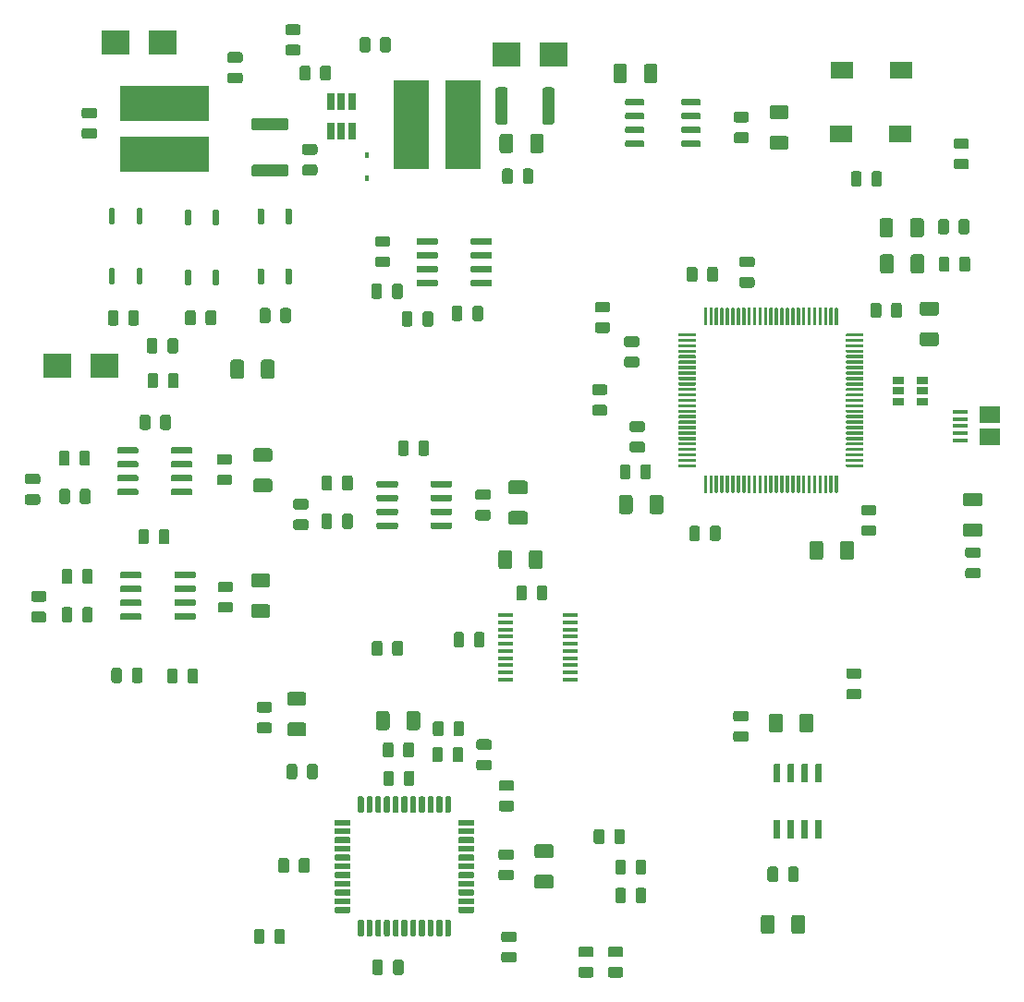
<source format=gtp>
G04 #@! TF.GenerationSoftware,KiCad,Pcbnew,5.1.5-52549c5~86~ubuntu16.04.1*
G04 #@! TF.CreationDate,2020-04-05T23:11:04+05:00*
G04 #@! TF.ProjectId,usb2most,75736232-6d6f-4737-942e-6b696361645f,rev?*
G04 #@! TF.SameCoordinates,Original*
G04 #@! TF.FileFunction,Paste,Top*
G04 #@! TF.FilePolarity,Positive*
%FSLAX46Y46*%
G04 Gerber Fmt 4.6, Leading zero omitted, Abs format (unit mm)*
G04 Created by KiCad (PCBNEW 5.1.5-52549c5~86~ubuntu16.04.1) date 2020-04-05 23:11:04*
%MOMM*%
%LPD*%
G04 APERTURE LIST*
%ADD10C,0.100000*%
%ADD11R,0.650000X1.560000*%
%ADD12R,1.450000X0.450000*%
%ADD13R,2.000000X1.600000*%
%ADD14R,1.900000X1.500000*%
%ADD15R,1.350000X0.400000*%
%ADD16R,2.500000X2.300000*%
%ADD17R,0.450000X0.600000*%
%ADD18R,8.200000X3.300000*%
%ADD19R,3.300000X8.200000*%
%ADD20R,1.060000X0.650000*%
G04 APERTURE END LIST*
D10*
G36*
X78629504Y-25766204D02*
G01*
X78653773Y-25769804D01*
X78677571Y-25775765D01*
X78700671Y-25784030D01*
X78722849Y-25794520D01*
X78743893Y-25807133D01*
X78763598Y-25821747D01*
X78781777Y-25838223D01*
X78798253Y-25856402D01*
X78812867Y-25876107D01*
X78825480Y-25897151D01*
X78835970Y-25919329D01*
X78844235Y-25942429D01*
X78850196Y-25966227D01*
X78853796Y-25990496D01*
X78855000Y-26015000D01*
X78855000Y-27265000D01*
X78853796Y-27289504D01*
X78850196Y-27313773D01*
X78844235Y-27337571D01*
X78835970Y-27360671D01*
X78825480Y-27382849D01*
X78812867Y-27403893D01*
X78798253Y-27423598D01*
X78781777Y-27441777D01*
X78763598Y-27458253D01*
X78743893Y-27472867D01*
X78722849Y-27485480D01*
X78700671Y-27495970D01*
X78677571Y-27504235D01*
X78653773Y-27510196D01*
X78629504Y-27513796D01*
X78605000Y-27515000D01*
X77855000Y-27515000D01*
X77830496Y-27513796D01*
X77806227Y-27510196D01*
X77782429Y-27504235D01*
X77759329Y-27495970D01*
X77737151Y-27485480D01*
X77716107Y-27472867D01*
X77696402Y-27458253D01*
X77678223Y-27441777D01*
X77661747Y-27423598D01*
X77647133Y-27403893D01*
X77634520Y-27382849D01*
X77624030Y-27360671D01*
X77615765Y-27337571D01*
X77609804Y-27313773D01*
X77606204Y-27289504D01*
X77605000Y-27265000D01*
X77605000Y-26015000D01*
X77606204Y-25990496D01*
X77609804Y-25966227D01*
X77615765Y-25942429D01*
X77624030Y-25919329D01*
X77634520Y-25897151D01*
X77647133Y-25876107D01*
X77661747Y-25856402D01*
X77678223Y-25838223D01*
X77696402Y-25821747D01*
X77716107Y-25807133D01*
X77737151Y-25794520D01*
X77759329Y-25784030D01*
X77782429Y-25775765D01*
X77806227Y-25769804D01*
X77830496Y-25766204D01*
X77855000Y-25765000D01*
X78605000Y-25765000D01*
X78629504Y-25766204D01*
G37*
G36*
X81429504Y-25766204D02*
G01*
X81453773Y-25769804D01*
X81477571Y-25775765D01*
X81500671Y-25784030D01*
X81522849Y-25794520D01*
X81543893Y-25807133D01*
X81563598Y-25821747D01*
X81581777Y-25838223D01*
X81598253Y-25856402D01*
X81612867Y-25876107D01*
X81625480Y-25897151D01*
X81635970Y-25919329D01*
X81644235Y-25942429D01*
X81650196Y-25966227D01*
X81653796Y-25990496D01*
X81655000Y-26015000D01*
X81655000Y-27265000D01*
X81653796Y-27289504D01*
X81650196Y-27313773D01*
X81644235Y-27337571D01*
X81635970Y-27360671D01*
X81625480Y-27382849D01*
X81612867Y-27403893D01*
X81598253Y-27423598D01*
X81581777Y-27441777D01*
X81563598Y-27458253D01*
X81543893Y-27472867D01*
X81522849Y-27485480D01*
X81500671Y-27495970D01*
X81477571Y-27504235D01*
X81453773Y-27510196D01*
X81429504Y-27513796D01*
X81405000Y-27515000D01*
X80655000Y-27515000D01*
X80630496Y-27513796D01*
X80606227Y-27510196D01*
X80582429Y-27504235D01*
X80559329Y-27495970D01*
X80537151Y-27485480D01*
X80516107Y-27472867D01*
X80496402Y-27458253D01*
X80478223Y-27441777D01*
X80461747Y-27423598D01*
X80447133Y-27403893D01*
X80434520Y-27382849D01*
X80424030Y-27360671D01*
X80415765Y-27337571D01*
X80409804Y-27313773D01*
X80406204Y-27289504D01*
X80405000Y-27265000D01*
X80405000Y-26015000D01*
X80406204Y-25990496D01*
X80409804Y-25966227D01*
X80415765Y-25942429D01*
X80424030Y-25919329D01*
X80434520Y-25897151D01*
X80447133Y-25876107D01*
X80461747Y-25856402D01*
X80478223Y-25838223D01*
X80496402Y-25821747D01*
X80516107Y-25807133D01*
X80537151Y-25794520D01*
X80559329Y-25784030D01*
X80582429Y-25775765D01*
X80606227Y-25769804D01*
X80630496Y-25766204D01*
X80655000Y-25765000D01*
X81405000Y-25765000D01*
X81429504Y-25766204D01*
G37*
G36*
X103069504Y-43216204D02*
G01*
X103093773Y-43219804D01*
X103117571Y-43225765D01*
X103140671Y-43234030D01*
X103162849Y-43244520D01*
X103183893Y-43257133D01*
X103203598Y-43271747D01*
X103221777Y-43288223D01*
X103238253Y-43306402D01*
X103252867Y-43326107D01*
X103265480Y-43347151D01*
X103275970Y-43369329D01*
X103284235Y-43392429D01*
X103290196Y-43416227D01*
X103293796Y-43440496D01*
X103295000Y-43465000D01*
X103295000Y-44715000D01*
X103293796Y-44739504D01*
X103290196Y-44763773D01*
X103284235Y-44787571D01*
X103275970Y-44810671D01*
X103265480Y-44832849D01*
X103252867Y-44853893D01*
X103238253Y-44873598D01*
X103221777Y-44891777D01*
X103203598Y-44908253D01*
X103183893Y-44922867D01*
X103162849Y-44935480D01*
X103140671Y-44945970D01*
X103117571Y-44954235D01*
X103093773Y-44960196D01*
X103069504Y-44963796D01*
X103045000Y-44965000D01*
X102295000Y-44965000D01*
X102270496Y-44963796D01*
X102246227Y-44960196D01*
X102222429Y-44954235D01*
X102199329Y-44945970D01*
X102177151Y-44935480D01*
X102156107Y-44922867D01*
X102136402Y-44908253D01*
X102118223Y-44891777D01*
X102101747Y-44873598D01*
X102087133Y-44853893D01*
X102074520Y-44832849D01*
X102064030Y-44810671D01*
X102055765Y-44787571D01*
X102049804Y-44763773D01*
X102046204Y-44739504D01*
X102045000Y-44715000D01*
X102045000Y-43465000D01*
X102046204Y-43440496D01*
X102049804Y-43416227D01*
X102055765Y-43392429D01*
X102064030Y-43369329D01*
X102074520Y-43347151D01*
X102087133Y-43326107D01*
X102101747Y-43306402D01*
X102118223Y-43288223D01*
X102136402Y-43271747D01*
X102156107Y-43257133D01*
X102177151Y-43244520D01*
X102199329Y-43234030D01*
X102222429Y-43225765D01*
X102246227Y-43219804D01*
X102270496Y-43216204D01*
X102295000Y-43215000D01*
X103045000Y-43215000D01*
X103069504Y-43216204D01*
G37*
G36*
X105869504Y-43216204D02*
G01*
X105893773Y-43219804D01*
X105917571Y-43225765D01*
X105940671Y-43234030D01*
X105962849Y-43244520D01*
X105983893Y-43257133D01*
X106003598Y-43271747D01*
X106021777Y-43288223D01*
X106038253Y-43306402D01*
X106052867Y-43326107D01*
X106065480Y-43347151D01*
X106075970Y-43369329D01*
X106084235Y-43392429D01*
X106090196Y-43416227D01*
X106093796Y-43440496D01*
X106095000Y-43465000D01*
X106095000Y-44715000D01*
X106093796Y-44739504D01*
X106090196Y-44763773D01*
X106084235Y-44787571D01*
X106075970Y-44810671D01*
X106065480Y-44832849D01*
X106052867Y-44853893D01*
X106038253Y-44873598D01*
X106021777Y-44891777D01*
X106003598Y-44908253D01*
X105983893Y-44922867D01*
X105962849Y-44935480D01*
X105940671Y-44945970D01*
X105917571Y-44954235D01*
X105893773Y-44960196D01*
X105869504Y-44963796D01*
X105845000Y-44965000D01*
X105095000Y-44965000D01*
X105070496Y-44963796D01*
X105046227Y-44960196D01*
X105022429Y-44954235D01*
X104999329Y-44945970D01*
X104977151Y-44935480D01*
X104956107Y-44922867D01*
X104936402Y-44908253D01*
X104918223Y-44891777D01*
X104901747Y-44873598D01*
X104887133Y-44853893D01*
X104874520Y-44832849D01*
X104864030Y-44810671D01*
X104855765Y-44787571D01*
X104849804Y-44763773D01*
X104846204Y-44739504D01*
X104845000Y-44715000D01*
X104845000Y-43465000D01*
X104846204Y-43440496D01*
X104849804Y-43416227D01*
X104855765Y-43392429D01*
X104864030Y-43369329D01*
X104874520Y-43347151D01*
X104887133Y-43326107D01*
X104901747Y-43306402D01*
X104918223Y-43288223D01*
X104936402Y-43271747D01*
X104956107Y-43257133D01*
X104977151Y-43244520D01*
X104999329Y-43234030D01*
X105022429Y-43225765D01*
X105046227Y-43219804D01*
X105070496Y-43216204D01*
X105095000Y-43215000D01*
X105845000Y-43215000D01*
X105869504Y-43216204D01*
G37*
G36*
X103019504Y-39916204D02*
G01*
X103043773Y-39919804D01*
X103067571Y-39925765D01*
X103090671Y-39934030D01*
X103112849Y-39944520D01*
X103133893Y-39957133D01*
X103153598Y-39971747D01*
X103171777Y-39988223D01*
X103188253Y-40006402D01*
X103202867Y-40026107D01*
X103215480Y-40047151D01*
X103225970Y-40069329D01*
X103234235Y-40092429D01*
X103240196Y-40116227D01*
X103243796Y-40140496D01*
X103245000Y-40165000D01*
X103245000Y-41415000D01*
X103243796Y-41439504D01*
X103240196Y-41463773D01*
X103234235Y-41487571D01*
X103225970Y-41510671D01*
X103215480Y-41532849D01*
X103202867Y-41553893D01*
X103188253Y-41573598D01*
X103171777Y-41591777D01*
X103153598Y-41608253D01*
X103133893Y-41622867D01*
X103112849Y-41635480D01*
X103090671Y-41645970D01*
X103067571Y-41654235D01*
X103043773Y-41660196D01*
X103019504Y-41663796D01*
X102995000Y-41665000D01*
X102245000Y-41665000D01*
X102220496Y-41663796D01*
X102196227Y-41660196D01*
X102172429Y-41654235D01*
X102149329Y-41645970D01*
X102127151Y-41635480D01*
X102106107Y-41622867D01*
X102086402Y-41608253D01*
X102068223Y-41591777D01*
X102051747Y-41573598D01*
X102037133Y-41553893D01*
X102024520Y-41532849D01*
X102014030Y-41510671D01*
X102005765Y-41487571D01*
X101999804Y-41463773D01*
X101996204Y-41439504D01*
X101995000Y-41415000D01*
X101995000Y-40165000D01*
X101996204Y-40140496D01*
X101999804Y-40116227D01*
X102005765Y-40092429D01*
X102014030Y-40069329D01*
X102024520Y-40047151D01*
X102037133Y-40026107D01*
X102051747Y-40006402D01*
X102068223Y-39988223D01*
X102086402Y-39971747D01*
X102106107Y-39957133D01*
X102127151Y-39944520D01*
X102149329Y-39934030D01*
X102172429Y-39925765D01*
X102196227Y-39919804D01*
X102220496Y-39916204D01*
X102245000Y-39915000D01*
X102995000Y-39915000D01*
X103019504Y-39916204D01*
G37*
G36*
X105819504Y-39916204D02*
G01*
X105843773Y-39919804D01*
X105867571Y-39925765D01*
X105890671Y-39934030D01*
X105912849Y-39944520D01*
X105933893Y-39957133D01*
X105953598Y-39971747D01*
X105971777Y-39988223D01*
X105988253Y-40006402D01*
X106002867Y-40026107D01*
X106015480Y-40047151D01*
X106025970Y-40069329D01*
X106034235Y-40092429D01*
X106040196Y-40116227D01*
X106043796Y-40140496D01*
X106045000Y-40165000D01*
X106045000Y-41415000D01*
X106043796Y-41439504D01*
X106040196Y-41463773D01*
X106034235Y-41487571D01*
X106025970Y-41510671D01*
X106015480Y-41532849D01*
X106002867Y-41553893D01*
X105988253Y-41573598D01*
X105971777Y-41591777D01*
X105953598Y-41608253D01*
X105933893Y-41622867D01*
X105912849Y-41635480D01*
X105890671Y-41645970D01*
X105867571Y-41654235D01*
X105843773Y-41660196D01*
X105819504Y-41663796D01*
X105795000Y-41665000D01*
X105045000Y-41665000D01*
X105020496Y-41663796D01*
X104996227Y-41660196D01*
X104972429Y-41654235D01*
X104949329Y-41645970D01*
X104927151Y-41635480D01*
X104906107Y-41622867D01*
X104886402Y-41608253D01*
X104868223Y-41591777D01*
X104851747Y-41573598D01*
X104837133Y-41553893D01*
X104824520Y-41532849D01*
X104814030Y-41510671D01*
X104805765Y-41487571D01*
X104799804Y-41463773D01*
X104796204Y-41439504D01*
X104795000Y-41415000D01*
X104795000Y-40165000D01*
X104796204Y-40140496D01*
X104799804Y-40116227D01*
X104805765Y-40092429D01*
X104814030Y-40069329D01*
X104824520Y-40047151D01*
X104837133Y-40026107D01*
X104851747Y-40006402D01*
X104868223Y-39988223D01*
X104886402Y-39971747D01*
X104906107Y-39957133D01*
X104927151Y-39944520D01*
X104949329Y-39934030D01*
X104972429Y-39925765D01*
X104996227Y-39919804D01*
X105020496Y-39916204D01*
X105045000Y-39915000D01*
X105795000Y-39915000D01*
X105819504Y-39916204D01*
G37*
G36*
X111182504Y-65076204D02*
G01*
X111206773Y-65079804D01*
X111230571Y-65085765D01*
X111253671Y-65094030D01*
X111275849Y-65104520D01*
X111296893Y-65117133D01*
X111316598Y-65131747D01*
X111334777Y-65148223D01*
X111351253Y-65166402D01*
X111365867Y-65186107D01*
X111378480Y-65207151D01*
X111388970Y-65229329D01*
X111397235Y-65252429D01*
X111403196Y-65276227D01*
X111406796Y-65300496D01*
X111408000Y-65325000D01*
X111408000Y-66075000D01*
X111406796Y-66099504D01*
X111403196Y-66123773D01*
X111397235Y-66147571D01*
X111388970Y-66170671D01*
X111378480Y-66192849D01*
X111365867Y-66213893D01*
X111351253Y-66233598D01*
X111334777Y-66251777D01*
X111316598Y-66268253D01*
X111296893Y-66282867D01*
X111275849Y-66295480D01*
X111253671Y-66305970D01*
X111230571Y-66314235D01*
X111206773Y-66320196D01*
X111182504Y-66323796D01*
X111158000Y-66325000D01*
X109908000Y-66325000D01*
X109883496Y-66323796D01*
X109859227Y-66320196D01*
X109835429Y-66314235D01*
X109812329Y-66305970D01*
X109790151Y-66295480D01*
X109769107Y-66282867D01*
X109749402Y-66268253D01*
X109731223Y-66251777D01*
X109714747Y-66233598D01*
X109700133Y-66213893D01*
X109687520Y-66192849D01*
X109677030Y-66170671D01*
X109668765Y-66147571D01*
X109662804Y-66123773D01*
X109659204Y-66099504D01*
X109658000Y-66075000D01*
X109658000Y-65325000D01*
X109659204Y-65300496D01*
X109662804Y-65276227D01*
X109668765Y-65252429D01*
X109677030Y-65229329D01*
X109687520Y-65207151D01*
X109700133Y-65186107D01*
X109714747Y-65166402D01*
X109731223Y-65148223D01*
X109749402Y-65131747D01*
X109769107Y-65117133D01*
X109790151Y-65104520D01*
X109812329Y-65094030D01*
X109835429Y-65085765D01*
X109859227Y-65079804D01*
X109883496Y-65076204D01*
X109908000Y-65075000D01*
X111158000Y-65075000D01*
X111182504Y-65076204D01*
G37*
G36*
X111182504Y-67876204D02*
G01*
X111206773Y-67879804D01*
X111230571Y-67885765D01*
X111253671Y-67894030D01*
X111275849Y-67904520D01*
X111296893Y-67917133D01*
X111316598Y-67931747D01*
X111334777Y-67948223D01*
X111351253Y-67966402D01*
X111365867Y-67986107D01*
X111378480Y-68007151D01*
X111388970Y-68029329D01*
X111397235Y-68052429D01*
X111403196Y-68076227D01*
X111406796Y-68100496D01*
X111408000Y-68125000D01*
X111408000Y-68875000D01*
X111406796Y-68899504D01*
X111403196Y-68923773D01*
X111397235Y-68947571D01*
X111388970Y-68970671D01*
X111378480Y-68992849D01*
X111365867Y-69013893D01*
X111351253Y-69033598D01*
X111334777Y-69051777D01*
X111316598Y-69068253D01*
X111296893Y-69082867D01*
X111275849Y-69095480D01*
X111253671Y-69105970D01*
X111230571Y-69114235D01*
X111206773Y-69120196D01*
X111182504Y-69123796D01*
X111158000Y-69125000D01*
X109908000Y-69125000D01*
X109883496Y-69123796D01*
X109859227Y-69120196D01*
X109835429Y-69114235D01*
X109812329Y-69105970D01*
X109790151Y-69095480D01*
X109769107Y-69082867D01*
X109749402Y-69068253D01*
X109731223Y-69051777D01*
X109714747Y-69033598D01*
X109700133Y-69013893D01*
X109687520Y-68992849D01*
X109677030Y-68970671D01*
X109668765Y-68947571D01*
X109662804Y-68923773D01*
X109659204Y-68899504D01*
X109658000Y-68875000D01*
X109658000Y-68125000D01*
X109659204Y-68100496D01*
X109662804Y-68076227D01*
X109668765Y-68052429D01*
X109677030Y-68029329D01*
X109687520Y-68007151D01*
X109700133Y-67986107D01*
X109714747Y-67966402D01*
X109731223Y-67948223D01*
X109749402Y-67931747D01*
X109769107Y-67917133D01*
X109790151Y-67904520D01*
X109812329Y-67894030D01*
X109835429Y-67885765D01*
X109859227Y-67879804D01*
X109883496Y-67876204D01*
X109908000Y-67875000D01*
X111158000Y-67875000D01*
X111182504Y-67876204D01*
G37*
G36*
X92756703Y-89903722D02*
G01*
X92771264Y-89905882D01*
X92785543Y-89909459D01*
X92799403Y-89914418D01*
X92812710Y-89920712D01*
X92825336Y-89928280D01*
X92837159Y-89937048D01*
X92848066Y-89946934D01*
X92857952Y-89957841D01*
X92866720Y-89969664D01*
X92874288Y-89982290D01*
X92880582Y-89995597D01*
X92885541Y-90009457D01*
X92889118Y-90023736D01*
X92891278Y-90038297D01*
X92892000Y-90053000D01*
X92892000Y-91503000D01*
X92891278Y-91517703D01*
X92889118Y-91532264D01*
X92885541Y-91546543D01*
X92880582Y-91560403D01*
X92874288Y-91573710D01*
X92866720Y-91586336D01*
X92857952Y-91598159D01*
X92848066Y-91609066D01*
X92837159Y-91618952D01*
X92825336Y-91627720D01*
X92812710Y-91635288D01*
X92799403Y-91641582D01*
X92785543Y-91646541D01*
X92771264Y-91650118D01*
X92756703Y-91652278D01*
X92742000Y-91653000D01*
X92442000Y-91653000D01*
X92427297Y-91652278D01*
X92412736Y-91650118D01*
X92398457Y-91646541D01*
X92384597Y-91641582D01*
X92371290Y-91635288D01*
X92358664Y-91627720D01*
X92346841Y-91618952D01*
X92335934Y-91609066D01*
X92326048Y-91598159D01*
X92317280Y-91586336D01*
X92309712Y-91573710D01*
X92303418Y-91560403D01*
X92298459Y-91546543D01*
X92294882Y-91532264D01*
X92292722Y-91517703D01*
X92292000Y-91503000D01*
X92292000Y-90053000D01*
X92292722Y-90038297D01*
X92294882Y-90023736D01*
X92298459Y-90009457D01*
X92303418Y-89995597D01*
X92309712Y-89982290D01*
X92317280Y-89969664D01*
X92326048Y-89957841D01*
X92335934Y-89946934D01*
X92346841Y-89937048D01*
X92358664Y-89928280D01*
X92371290Y-89920712D01*
X92384597Y-89914418D01*
X92398457Y-89909459D01*
X92412736Y-89905882D01*
X92427297Y-89903722D01*
X92442000Y-89903000D01*
X92742000Y-89903000D01*
X92756703Y-89903722D01*
G37*
G36*
X94026703Y-89903722D02*
G01*
X94041264Y-89905882D01*
X94055543Y-89909459D01*
X94069403Y-89914418D01*
X94082710Y-89920712D01*
X94095336Y-89928280D01*
X94107159Y-89937048D01*
X94118066Y-89946934D01*
X94127952Y-89957841D01*
X94136720Y-89969664D01*
X94144288Y-89982290D01*
X94150582Y-89995597D01*
X94155541Y-90009457D01*
X94159118Y-90023736D01*
X94161278Y-90038297D01*
X94162000Y-90053000D01*
X94162000Y-91503000D01*
X94161278Y-91517703D01*
X94159118Y-91532264D01*
X94155541Y-91546543D01*
X94150582Y-91560403D01*
X94144288Y-91573710D01*
X94136720Y-91586336D01*
X94127952Y-91598159D01*
X94118066Y-91609066D01*
X94107159Y-91618952D01*
X94095336Y-91627720D01*
X94082710Y-91635288D01*
X94069403Y-91641582D01*
X94055543Y-91646541D01*
X94041264Y-91650118D01*
X94026703Y-91652278D01*
X94012000Y-91653000D01*
X93712000Y-91653000D01*
X93697297Y-91652278D01*
X93682736Y-91650118D01*
X93668457Y-91646541D01*
X93654597Y-91641582D01*
X93641290Y-91635288D01*
X93628664Y-91627720D01*
X93616841Y-91618952D01*
X93605934Y-91609066D01*
X93596048Y-91598159D01*
X93587280Y-91586336D01*
X93579712Y-91573710D01*
X93573418Y-91560403D01*
X93568459Y-91546543D01*
X93564882Y-91532264D01*
X93562722Y-91517703D01*
X93562000Y-91503000D01*
X93562000Y-90053000D01*
X93562722Y-90038297D01*
X93564882Y-90023736D01*
X93568459Y-90009457D01*
X93573418Y-89995597D01*
X93579712Y-89982290D01*
X93587280Y-89969664D01*
X93596048Y-89957841D01*
X93605934Y-89946934D01*
X93616841Y-89937048D01*
X93628664Y-89928280D01*
X93641290Y-89920712D01*
X93654597Y-89914418D01*
X93668457Y-89909459D01*
X93682736Y-89905882D01*
X93697297Y-89903722D01*
X93712000Y-89903000D01*
X94012000Y-89903000D01*
X94026703Y-89903722D01*
G37*
G36*
X95296703Y-89903722D02*
G01*
X95311264Y-89905882D01*
X95325543Y-89909459D01*
X95339403Y-89914418D01*
X95352710Y-89920712D01*
X95365336Y-89928280D01*
X95377159Y-89937048D01*
X95388066Y-89946934D01*
X95397952Y-89957841D01*
X95406720Y-89969664D01*
X95414288Y-89982290D01*
X95420582Y-89995597D01*
X95425541Y-90009457D01*
X95429118Y-90023736D01*
X95431278Y-90038297D01*
X95432000Y-90053000D01*
X95432000Y-91503000D01*
X95431278Y-91517703D01*
X95429118Y-91532264D01*
X95425541Y-91546543D01*
X95420582Y-91560403D01*
X95414288Y-91573710D01*
X95406720Y-91586336D01*
X95397952Y-91598159D01*
X95388066Y-91609066D01*
X95377159Y-91618952D01*
X95365336Y-91627720D01*
X95352710Y-91635288D01*
X95339403Y-91641582D01*
X95325543Y-91646541D01*
X95311264Y-91650118D01*
X95296703Y-91652278D01*
X95282000Y-91653000D01*
X94982000Y-91653000D01*
X94967297Y-91652278D01*
X94952736Y-91650118D01*
X94938457Y-91646541D01*
X94924597Y-91641582D01*
X94911290Y-91635288D01*
X94898664Y-91627720D01*
X94886841Y-91618952D01*
X94875934Y-91609066D01*
X94866048Y-91598159D01*
X94857280Y-91586336D01*
X94849712Y-91573710D01*
X94843418Y-91560403D01*
X94838459Y-91546543D01*
X94834882Y-91532264D01*
X94832722Y-91517703D01*
X94832000Y-91503000D01*
X94832000Y-90053000D01*
X94832722Y-90038297D01*
X94834882Y-90023736D01*
X94838459Y-90009457D01*
X94843418Y-89995597D01*
X94849712Y-89982290D01*
X94857280Y-89969664D01*
X94866048Y-89957841D01*
X94875934Y-89946934D01*
X94886841Y-89937048D01*
X94898664Y-89928280D01*
X94911290Y-89920712D01*
X94924597Y-89914418D01*
X94938457Y-89909459D01*
X94952736Y-89905882D01*
X94967297Y-89903722D01*
X94982000Y-89903000D01*
X95282000Y-89903000D01*
X95296703Y-89903722D01*
G37*
G36*
X96566703Y-89903722D02*
G01*
X96581264Y-89905882D01*
X96595543Y-89909459D01*
X96609403Y-89914418D01*
X96622710Y-89920712D01*
X96635336Y-89928280D01*
X96647159Y-89937048D01*
X96658066Y-89946934D01*
X96667952Y-89957841D01*
X96676720Y-89969664D01*
X96684288Y-89982290D01*
X96690582Y-89995597D01*
X96695541Y-90009457D01*
X96699118Y-90023736D01*
X96701278Y-90038297D01*
X96702000Y-90053000D01*
X96702000Y-91503000D01*
X96701278Y-91517703D01*
X96699118Y-91532264D01*
X96695541Y-91546543D01*
X96690582Y-91560403D01*
X96684288Y-91573710D01*
X96676720Y-91586336D01*
X96667952Y-91598159D01*
X96658066Y-91609066D01*
X96647159Y-91618952D01*
X96635336Y-91627720D01*
X96622710Y-91635288D01*
X96609403Y-91641582D01*
X96595543Y-91646541D01*
X96581264Y-91650118D01*
X96566703Y-91652278D01*
X96552000Y-91653000D01*
X96252000Y-91653000D01*
X96237297Y-91652278D01*
X96222736Y-91650118D01*
X96208457Y-91646541D01*
X96194597Y-91641582D01*
X96181290Y-91635288D01*
X96168664Y-91627720D01*
X96156841Y-91618952D01*
X96145934Y-91609066D01*
X96136048Y-91598159D01*
X96127280Y-91586336D01*
X96119712Y-91573710D01*
X96113418Y-91560403D01*
X96108459Y-91546543D01*
X96104882Y-91532264D01*
X96102722Y-91517703D01*
X96102000Y-91503000D01*
X96102000Y-90053000D01*
X96102722Y-90038297D01*
X96104882Y-90023736D01*
X96108459Y-90009457D01*
X96113418Y-89995597D01*
X96119712Y-89982290D01*
X96127280Y-89969664D01*
X96136048Y-89957841D01*
X96145934Y-89946934D01*
X96156841Y-89937048D01*
X96168664Y-89928280D01*
X96181290Y-89920712D01*
X96194597Y-89914418D01*
X96208457Y-89909459D01*
X96222736Y-89905882D01*
X96237297Y-89903722D01*
X96252000Y-89903000D01*
X96552000Y-89903000D01*
X96566703Y-89903722D01*
G37*
G36*
X96566703Y-95053722D02*
G01*
X96581264Y-95055882D01*
X96595543Y-95059459D01*
X96609403Y-95064418D01*
X96622710Y-95070712D01*
X96635336Y-95078280D01*
X96647159Y-95087048D01*
X96658066Y-95096934D01*
X96667952Y-95107841D01*
X96676720Y-95119664D01*
X96684288Y-95132290D01*
X96690582Y-95145597D01*
X96695541Y-95159457D01*
X96699118Y-95173736D01*
X96701278Y-95188297D01*
X96702000Y-95203000D01*
X96702000Y-96653000D01*
X96701278Y-96667703D01*
X96699118Y-96682264D01*
X96695541Y-96696543D01*
X96690582Y-96710403D01*
X96684288Y-96723710D01*
X96676720Y-96736336D01*
X96667952Y-96748159D01*
X96658066Y-96759066D01*
X96647159Y-96768952D01*
X96635336Y-96777720D01*
X96622710Y-96785288D01*
X96609403Y-96791582D01*
X96595543Y-96796541D01*
X96581264Y-96800118D01*
X96566703Y-96802278D01*
X96552000Y-96803000D01*
X96252000Y-96803000D01*
X96237297Y-96802278D01*
X96222736Y-96800118D01*
X96208457Y-96796541D01*
X96194597Y-96791582D01*
X96181290Y-96785288D01*
X96168664Y-96777720D01*
X96156841Y-96768952D01*
X96145934Y-96759066D01*
X96136048Y-96748159D01*
X96127280Y-96736336D01*
X96119712Y-96723710D01*
X96113418Y-96710403D01*
X96108459Y-96696543D01*
X96104882Y-96682264D01*
X96102722Y-96667703D01*
X96102000Y-96653000D01*
X96102000Y-95203000D01*
X96102722Y-95188297D01*
X96104882Y-95173736D01*
X96108459Y-95159457D01*
X96113418Y-95145597D01*
X96119712Y-95132290D01*
X96127280Y-95119664D01*
X96136048Y-95107841D01*
X96145934Y-95096934D01*
X96156841Y-95087048D01*
X96168664Y-95078280D01*
X96181290Y-95070712D01*
X96194597Y-95064418D01*
X96208457Y-95059459D01*
X96222736Y-95055882D01*
X96237297Y-95053722D01*
X96252000Y-95053000D01*
X96552000Y-95053000D01*
X96566703Y-95053722D01*
G37*
G36*
X95296703Y-95053722D02*
G01*
X95311264Y-95055882D01*
X95325543Y-95059459D01*
X95339403Y-95064418D01*
X95352710Y-95070712D01*
X95365336Y-95078280D01*
X95377159Y-95087048D01*
X95388066Y-95096934D01*
X95397952Y-95107841D01*
X95406720Y-95119664D01*
X95414288Y-95132290D01*
X95420582Y-95145597D01*
X95425541Y-95159457D01*
X95429118Y-95173736D01*
X95431278Y-95188297D01*
X95432000Y-95203000D01*
X95432000Y-96653000D01*
X95431278Y-96667703D01*
X95429118Y-96682264D01*
X95425541Y-96696543D01*
X95420582Y-96710403D01*
X95414288Y-96723710D01*
X95406720Y-96736336D01*
X95397952Y-96748159D01*
X95388066Y-96759066D01*
X95377159Y-96768952D01*
X95365336Y-96777720D01*
X95352710Y-96785288D01*
X95339403Y-96791582D01*
X95325543Y-96796541D01*
X95311264Y-96800118D01*
X95296703Y-96802278D01*
X95282000Y-96803000D01*
X94982000Y-96803000D01*
X94967297Y-96802278D01*
X94952736Y-96800118D01*
X94938457Y-96796541D01*
X94924597Y-96791582D01*
X94911290Y-96785288D01*
X94898664Y-96777720D01*
X94886841Y-96768952D01*
X94875934Y-96759066D01*
X94866048Y-96748159D01*
X94857280Y-96736336D01*
X94849712Y-96723710D01*
X94843418Y-96710403D01*
X94838459Y-96696543D01*
X94834882Y-96682264D01*
X94832722Y-96667703D01*
X94832000Y-96653000D01*
X94832000Y-95203000D01*
X94832722Y-95188297D01*
X94834882Y-95173736D01*
X94838459Y-95159457D01*
X94843418Y-95145597D01*
X94849712Y-95132290D01*
X94857280Y-95119664D01*
X94866048Y-95107841D01*
X94875934Y-95096934D01*
X94886841Y-95087048D01*
X94898664Y-95078280D01*
X94911290Y-95070712D01*
X94924597Y-95064418D01*
X94938457Y-95059459D01*
X94952736Y-95055882D01*
X94967297Y-95053722D01*
X94982000Y-95053000D01*
X95282000Y-95053000D01*
X95296703Y-95053722D01*
G37*
G36*
X94026703Y-95053722D02*
G01*
X94041264Y-95055882D01*
X94055543Y-95059459D01*
X94069403Y-95064418D01*
X94082710Y-95070712D01*
X94095336Y-95078280D01*
X94107159Y-95087048D01*
X94118066Y-95096934D01*
X94127952Y-95107841D01*
X94136720Y-95119664D01*
X94144288Y-95132290D01*
X94150582Y-95145597D01*
X94155541Y-95159457D01*
X94159118Y-95173736D01*
X94161278Y-95188297D01*
X94162000Y-95203000D01*
X94162000Y-96653000D01*
X94161278Y-96667703D01*
X94159118Y-96682264D01*
X94155541Y-96696543D01*
X94150582Y-96710403D01*
X94144288Y-96723710D01*
X94136720Y-96736336D01*
X94127952Y-96748159D01*
X94118066Y-96759066D01*
X94107159Y-96768952D01*
X94095336Y-96777720D01*
X94082710Y-96785288D01*
X94069403Y-96791582D01*
X94055543Y-96796541D01*
X94041264Y-96800118D01*
X94026703Y-96802278D01*
X94012000Y-96803000D01*
X93712000Y-96803000D01*
X93697297Y-96802278D01*
X93682736Y-96800118D01*
X93668457Y-96796541D01*
X93654597Y-96791582D01*
X93641290Y-96785288D01*
X93628664Y-96777720D01*
X93616841Y-96768952D01*
X93605934Y-96759066D01*
X93596048Y-96748159D01*
X93587280Y-96736336D01*
X93579712Y-96723710D01*
X93573418Y-96710403D01*
X93568459Y-96696543D01*
X93564882Y-96682264D01*
X93562722Y-96667703D01*
X93562000Y-96653000D01*
X93562000Y-95203000D01*
X93562722Y-95188297D01*
X93564882Y-95173736D01*
X93568459Y-95159457D01*
X93573418Y-95145597D01*
X93579712Y-95132290D01*
X93587280Y-95119664D01*
X93596048Y-95107841D01*
X93605934Y-95096934D01*
X93616841Y-95087048D01*
X93628664Y-95078280D01*
X93641290Y-95070712D01*
X93654597Y-95064418D01*
X93668457Y-95059459D01*
X93682736Y-95055882D01*
X93697297Y-95053722D01*
X93712000Y-95053000D01*
X94012000Y-95053000D01*
X94026703Y-95053722D01*
G37*
G36*
X92756703Y-95053722D02*
G01*
X92771264Y-95055882D01*
X92785543Y-95059459D01*
X92799403Y-95064418D01*
X92812710Y-95070712D01*
X92825336Y-95078280D01*
X92837159Y-95087048D01*
X92848066Y-95096934D01*
X92857952Y-95107841D01*
X92866720Y-95119664D01*
X92874288Y-95132290D01*
X92880582Y-95145597D01*
X92885541Y-95159457D01*
X92889118Y-95173736D01*
X92891278Y-95188297D01*
X92892000Y-95203000D01*
X92892000Y-96653000D01*
X92891278Y-96667703D01*
X92889118Y-96682264D01*
X92885541Y-96696543D01*
X92880582Y-96710403D01*
X92874288Y-96723710D01*
X92866720Y-96736336D01*
X92857952Y-96748159D01*
X92848066Y-96759066D01*
X92837159Y-96768952D01*
X92825336Y-96777720D01*
X92812710Y-96785288D01*
X92799403Y-96791582D01*
X92785543Y-96796541D01*
X92771264Y-96800118D01*
X92756703Y-96802278D01*
X92742000Y-96803000D01*
X92442000Y-96803000D01*
X92427297Y-96802278D01*
X92412736Y-96800118D01*
X92398457Y-96796541D01*
X92384597Y-96791582D01*
X92371290Y-96785288D01*
X92358664Y-96777720D01*
X92346841Y-96768952D01*
X92335934Y-96759066D01*
X92326048Y-96748159D01*
X92317280Y-96736336D01*
X92309712Y-96723710D01*
X92303418Y-96710403D01*
X92298459Y-96696543D01*
X92294882Y-96682264D01*
X92292722Y-96667703D01*
X92292000Y-96653000D01*
X92292000Y-95203000D01*
X92292722Y-95188297D01*
X92294882Y-95173736D01*
X92298459Y-95159457D01*
X92303418Y-95145597D01*
X92309712Y-95132290D01*
X92317280Y-95119664D01*
X92326048Y-95107841D01*
X92335934Y-95096934D01*
X92346841Y-95087048D01*
X92358664Y-95078280D01*
X92371290Y-95070712D01*
X92384597Y-95064418D01*
X92398457Y-95059459D01*
X92412736Y-95055882D01*
X92427297Y-95053722D01*
X92442000Y-95053000D01*
X92742000Y-95053000D01*
X92756703Y-95053722D01*
G37*
G36*
X80302703Y-32779722D02*
G01*
X80317264Y-32781882D01*
X80331543Y-32785459D01*
X80345403Y-32790418D01*
X80358710Y-32796712D01*
X80371336Y-32804280D01*
X80383159Y-32813048D01*
X80394066Y-32822934D01*
X80403952Y-32833841D01*
X80412720Y-32845664D01*
X80420288Y-32858290D01*
X80426582Y-32871597D01*
X80431541Y-32885457D01*
X80435118Y-32899736D01*
X80437278Y-32914297D01*
X80438000Y-32929000D01*
X80438000Y-33229000D01*
X80437278Y-33243703D01*
X80435118Y-33258264D01*
X80431541Y-33272543D01*
X80426582Y-33286403D01*
X80420288Y-33299710D01*
X80412720Y-33312336D01*
X80403952Y-33324159D01*
X80394066Y-33335066D01*
X80383159Y-33344952D01*
X80371336Y-33353720D01*
X80358710Y-33361288D01*
X80345403Y-33367582D01*
X80331543Y-33372541D01*
X80317264Y-33376118D01*
X80302703Y-33378278D01*
X80288000Y-33379000D01*
X78838000Y-33379000D01*
X78823297Y-33378278D01*
X78808736Y-33376118D01*
X78794457Y-33372541D01*
X78780597Y-33367582D01*
X78767290Y-33361288D01*
X78754664Y-33353720D01*
X78742841Y-33344952D01*
X78731934Y-33335066D01*
X78722048Y-33324159D01*
X78713280Y-33312336D01*
X78705712Y-33299710D01*
X78699418Y-33286403D01*
X78694459Y-33272543D01*
X78690882Y-33258264D01*
X78688722Y-33243703D01*
X78688000Y-33229000D01*
X78688000Y-32929000D01*
X78688722Y-32914297D01*
X78690882Y-32899736D01*
X78694459Y-32885457D01*
X78699418Y-32871597D01*
X78705712Y-32858290D01*
X78713280Y-32845664D01*
X78722048Y-32833841D01*
X78731934Y-32822934D01*
X78742841Y-32813048D01*
X78754664Y-32804280D01*
X78767290Y-32796712D01*
X78780597Y-32790418D01*
X78794457Y-32785459D01*
X78808736Y-32781882D01*
X78823297Y-32779722D01*
X78838000Y-32779000D01*
X80288000Y-32779000D01*
X80302703Y-32779722D01*
G37*
G36*
X80302703Y-31509722D02*
G01*
X80317264Y-31511882D01*
X80331543Y-31515459D01*
X80345403Y-31520418D01*
X80358710Y-31526712D01*
X80371336Y-31534280D01*
X80383159Y-31543048D01*
X80394066Y-31552934D01*
X80403952Y-31563841D01*
X80412720Y-31575664D01*
X80420288Y-31588290D01*
X80426582Y-31601597D01*
X80431541Y-31615457D01*
X80435118Y-31629736D01*
X80437278Y-31644297D01*
X80438000Y-31659000D01*
X80438000Y-31959000D01*
X80437278Y-31973703D01*
X80435118Y-31988264D01*
X80431541Y-32002543D01*
X80426582Y-32016403D01*
X80420288Y-32029710D01*
X80412720Y-32042336D01*
X80403952Y-32054159D01*
X80394066Y-32065066D01*
X80383159Y-32074952D01*
X80371336Y-32083720D01*
X80358710Y-32091288D01*
X80345403Y-32097582D01*
X80331543Y-32102541D01*
X80317264Y-32106118D01*
X80302703Y-32108278D01*
X80288000Y-32109000D01*
X78838000Y-32109000D01*
X78823297Y-32108278D01*
X78808736Y-32106118D01*
X78794457Y-32102541D01*
X78780597Y-32097582D01*
X78767290Y-32091288D01*
X78754664Y-32083720D01*
X78742841Y-32074952D01*
X78731934Y-32065066D01*
X78722048Y-32054159D01*
X78713280Y-32042336D01*
X78705712Y-32029710D01*
X78699418Y-32016403D01*
X78694459Y-32002543D01*
X78690882Y-31988264D01*
X78688722Y-31973703D01*
X78688000Y-31959000D01*
X78688000Y-31659000D01*
X78688722Y-31644297D01*
X78690882Y-31629736D01*
X78694459Y-31615457D01*
X78699418Y-31601597D01*
X78705712Y-31588290D01*
X78713280Y-31575664D01*
X78722048Y-31563841D01*
X78731934Y-31552934D01*
X78742841Y-31543048D01*
X78754664Y-31534280D01*
X78767290Y-31526712D01*
X78780597Y-31520418D01*
X78794457Y-31515459D01*
X78808736Y-31511882D01*
X78823297Y-31509722D01*
X78838000Y-31509000D01*
X80288000Y-31509000D01*
X80302703Y-31509722D01*
G37*
G36*
X80302703Y-30239722D02*
G01*
X80317264Y-30241882D01*
X80331543Y-30245459D01*
X80345403Y-30250418D01*
X80358710Y-30256712D01*
X80371336Y-30264280D01*
X80383159Y-30273048D01*
X80394066Y-30282934D01*
X80403952Y-30293841D01*
X80412720Y-30305664D01*
X80420288Y-30318290D01*
X80426582Y-30331597D01*
X80431541Y-30345457D01*
X80435118Y-30359736D01*
X80437278Y-30374297D01*
X80438000Y-30389000D01*
X80438000Y-30689000D01*
X80437278Y-30703703D01*
X80435118Y-30718264D01*
X80431541Y-30732543D01*
X80426582Y-30746403D01*
X80420288Y-30759710D01*
X80412720Y-30772336D01*
X80403952Y-30784159D01*
X80394066Y-30795066D01*
X80383159Y-30804952D01*
X80371336Y-30813720D01*
X80358710Y-30821288D01*
X80345403Y-30827582D01*
X80331543Y-30832541D01*
X80317264Y-30836118D01*
X80302703Y-30838278D01*
X80288000Y-30839000D01*
X78838000Y-30839000D01*
X78823297Y-30838278D01*
X78808736Y-30836118D01*
X78794457Y-30832541D01*
X78780597Y-30827582D01*
X78767290Y-30821288D01*
X78754664Y-30813720D01*
X78742841Y-30804952D01*
X78731934Y-30795066D01*
X78722048Y-30784159D01*
X78713280Y-30772336D01*
X78705712Y-30759710D01*
X78699418Y-30746403D01*
X78694459Y-30732543D01*
X78690882Y-30718264D01*
X78688722Y-30703703D01*
X78688000Y-30689000D01*
X78688000Y-30389000D01*
X78688722Y-30374297D01*
X78690882Y-30359736D01*
X78694459Y-30345457D01*
X78699418Y-30331597D01*
X78705712Y-30318290D01*
X78713280Y-30305664D01*
X78722048Y-30293841D01*
X78731934Y-30282934D01*
X78742841Y-30273048D01*
X78754664Y-30264280D01*
X78767290Y-30256712D01*
X78780597Y-30250418D01*
X78794457Y-30245459D01*
X78808736Y-30241882D01*
X78823297Y-30239722D01*
X78838000Y-30239000D01*
X80288000Y-30239000D01*
X80302703Y-30239722D01*
G37*
G36*
X80302703Y-28969722D02*
G01*
X80317264Y-28971882D01*
X80331543Y-28975459D01*
X80345403Y-28980418D01*
X80358710Y-28986712D01*
X80371336Y-28994280D01*
X80383159Y-29003048D01*
X80394066Y-29012934D01*
X80403952Y-29023841D01*
X80412720Y-29035664D01*
X80420288Y-29048290D01*
X80426582Y-29061597D01*
X80431541Y-29075457D01*
X80435118Y-29089736D01*
X80437278Y-29104297D01*
X80438000Y-29119000D01*
X80438000Y-29419000D01*
X80437278Y-29433703D01*
X80435118Y-29448264D01*
X80431541Y-29462543D01*
X80426582Y-29476403D01*
X80420288Y-29489710D01*
X80412720Y-29502336D01*
X80403952Y-29514159D01*
X80394066Y-29525066D01*
X80383159Y-29534952D01*
X80371336Y-29543720D01*
X80358710Y-29551288D01*
X80345403Y-29557582D01*
X80331543Y-29562541D01*
X80317264Y-29566118D01*
X80302703Y-29568278D01*
X80288000Y-29569000D01*
X78838000Y-29569000D01*
X78823297Y-29568278D01*
X78808736Y-29566118D01*
X78794457Y-29562541D01*
X78780597Y-29557582D01*
X78767290Y-29551288D01*
X78754664Y-29543720D01*
X78742841Y-29534952D01*
X78731934Y-29525066D01*
X78722048Y-29514159D01*
X78713280Y-29502336D01*
X78705712Y-29489710D01*
X78699418Y-29476403D01*
X78694459Y-29462543D01*
X78690882Y-29448264D01*
X78688722Y-29433703D01*
X78688000Y-29419000D01*
X78688000Y-29119000D01*
X78688722Y-29104297D01*
X78690882Y-29089736D01*
X78694459Y-29075457D01*
X78699418Y-29061597D01*
X78705712Y-29048290D01*
X78713280Y-29035664D01*
X78722048Y-29023841D01*
X78731934Y-29012934D01*
X78742841Y-29003048D01*
X78754664Y-28994280D01*
X78767290Y-28986712D01*
X78780597Y-28980418D01*
X78794457Y-28975459D01*
X78808736Y-28971882D01*
X78823297Y-28969722D01*
X78838000Y-28969000D01*
X80288000Y-28969000D01*
X80302703Y-28969722D01*
G37*
G36*
X85452703Y-28969722D02*
G01*
X85467264Y-28971882D01*
X85481543Y-28975459D01*
X85495403Y-28980418D01*
X85508710Y-28986712D01*
X85521336Y-28994280D01*
X85533159Y-29003048D01*
X85544066Y-29012934D01*
X85553952Y-29023841D01*
X85562720Y-29035664D01*
X85570288Y-29048290D01*
X85576582Y-29061597D01*
X85581541Y-29075457D01*
X85585118Y-29089736D01*
X85587278Y-29104297D01*
X85588000Y-29119000D01*
X85588000Y-29419000D01*
X85587278Y-29433703D01*
X85585118Y-29448264D01*
X85581541Y-29462543D01*
X85576582Y-29476403D01*
X85570288Y-29489710D01*
X85562720Y-29502336D01*
X85553952Y-29514159D01*
X85544066Y-29525066D01*
X85533159Y-29534952D01*
X85521336Y-29543720D01*
X85508710Y-29551288D01*
X85495403Y-29557582D01*
X85481543Y-29562541D01*
X85467264Y-29566118D01*
X85452703Y-29568278D01*
X85438000Y-29569000D01*
X83988000Y-29569000D01*
X83973297Y-29568278D01*
X83958736Y-29566118D01*
X83944457Y-29562541D01*
X83930597Y-29557582D01*
X83917290Y-29551288D01*
X83904664Y-29543720D01*
X83892841Y-29534952D01*
X83881934Y-29525066D01*
X83872048Y-29514159D01*
X83863280Y-29502336D01*
X83855712Y-29489710D01*
X83849418Y-29476403D01*
X83844459Y-29462543D01*
X83840882Y-29448264D01*
X83838722Y-29433703D01*
X83838000Y-29419000D01*
X83838000Y-29119000D01*
X83838722Y-29104297D01*
X83840882Y-29089736D01*
X83844459Y-29075457D01*
X83849418Y-29061597D01*
X83855712Y-29048290D01*
X83863280Y-29035664D01*
X83872048Y-29023841D01*
X83881934Y-29012934D01*
X83892841Y-29003048D01*
X83904664Y-28994280D01*
X83917290Y-28986712D01*
X83930597Y-28980418D01*
X83944457Y-28975459D01*
X83958736Y-28971882D01*
X83973297Y-28969722D01*
X83988000Y-28969000D01*
X85438000Y-28969000D01*
X85452703Y-28969722D01*
G37*
G36*
X85452703Y-30239722D02*
G01*
X85467264Y-30241882D01*
X85481543Y-30245459D01*
X85495403Y-30250418D01*
X85508710Y-30256712D01*
X85521336Y-30264280D01*
X85533159Y-30273048D01*
X85544066Y-30282934D01*
X85553952Y-30293841D01*
X85562720Y-30305664D01*
X85570288Y-30318290D01*
X85576582Y-30331597D01*
X85581541Y-30345457D01*
X85585118Y-30359736D01*
X85587278Y-30374297D01*
X85588000Y-30389000D01*
X85588000Y-30689000D01*
X85587278Y-30703703D01*
X85585118Y-30718264D01*
X85581541Y-30732543D01*
X85576582Y-30746403D01*
X85570288Y-30759710D01*
X85562720Y-30772336D01*
X85553952Y-30784159D01*
X85544066Y-30795066D01*
X85533159Y-30804952D01*
X85521336Y-30813720D01*
X85508710Y-30821288D01*
X85495403Y-30827582D01*
X85481543Y-30832541D01*
X85467264Y-30836118D01*
X85452703Y-30838278D01*
X85438000Y-30839000D01*
X83988000Y-30839000D01*
X83973297Y-30838278D01*
X83958736Y-30836118D01*
X83944457Y-30832541D01*
X83930597Y-30827582D01*
X83917290Y-30821288D01*
X83904664Y-30813720D01*
X83892841Y-30804952D01*
X83881934Y-30795066D01*
X83872048Y-30784159D01*
X83863280Y-30772336D01*
X83855712Y-30759710D01*
X83849418Y-30746403D01*
X83844459Y-30732543D01*
X83840882Y-30718264D01*
X83838722Y-30703703D01*
X83838000Y-30689000D01*
X83838000Y-30389000D01*
X83838722Y-30374297D01*
X83840882Y-30359736D01*
X83844459Y-30345457D01*
X83849418Y-30331597D01*
X83855712Y-30318290D01*
X83863280Y-30305664D01*
X83872048Y-30293841D01*
X83881934Y-30282934D01*
X83892841Y-30273048D01*
X83904664Y-30264280D01*
X83917290Y-30256712D01*
X83930597Y-30250418D01*
X83944457Y-30245459D01*
X83958736Y-30241882D01*
X83973297Y-30239722D01*
X83988000Y-30239000D01*
X85438000Y-30239000D01*
X85452703Y-30239722D01*
G37*
G36*
X85452703Y-31509722D02*
G01*
X85467264Y-31511882D01*
X85481543Y-31515459D01*
X85495403Y-31520418D01*
X85508710Y-31526712D01*
X85521336Y-31534280D01*
X85533159Y-31543048D01*
X85544066Y-31552934D01*
X85553952Y-31563841D01*
X85562720Y-31575664D01*
X85570288Y-31588290D01*
X85576582Y-31601597D01*
X85581541Y-31615457D01*
X85585118Y-31629736D01*
X85587278Y-31644297D01*
X85588000Y-31659000D01*
X85588000Y-31959000D01*
X85587278Y-31973703D01*
X85585118Y-31988264D01*
X85581541Y-32002543D01*
X85576582Y-32016403D01*
X85570288Y-32029710D01*
X85562720Y-32042336D01*
X85553952Y-32054159D01*
X85544066Y-32065066D01*
X85533159Y-32074952D01*
X85521336Y-32083720D01*
X85508710Y-32091288D01*
X85495403Y-32097582D01*
X85481543Y-32102541D01*
X85467264Y-32106118D01*
X85452703Y-32108278D01*
X85438000Y-32109000D01*
X83988000Y-32109000D01*
X83973297Y-32108278D01*
X83958736Y-32106118D01*
X83944457Y-32102541D01*
X83930597Y-32097582D01*
X83917290Y-32091288D01*
X83904664Y-32083720D01*
X83892841Y-32074952D01*
X83881934Y-32065066D01*
X83872048Y-32054159D01*
X83863280Y-32042336D01*
X83855712Y-32029710D01*
X83849418Y-32016403D01*
X83844459Y-32002543D01*
X83840882Y-31988264D01*
X83838722Y-31973703D01*
X83838000Y-31959000D01*
X83838000Y-31659000D01*
X83838722Y-31644297D01*
X83840882Y-31629736D01*
X83844459Y-31615457D01*
X83849418Y-31601597D01*
X83855712Y-31588290D01*
X83863280Y-31575664D01*
X83872048Y-31563841D01*
X83881934Y-31552934D01*
X83892841Y-31543048D01*
X83904664Y-31534280D01*
X83917290Y-31526712D01*
X83930597Y-31520418D01*
X83944457Y-31515459D01*
X83958736Y-31511882D01*
X83973297Y-31509722D01*
X83988000Y-31509000D01*
X85438000Y-31509000D01*
X85452703Y-31509722D01*
G37*
G36*
X85452703Y-32779722D02*
G01*
X85467264Y-32781882D01*
X85481543Y-32785459D01*
X85495403Y-32790418D01*
X85508710Y-32796712D01*
X85521336Y-32804280D01*
X85533159Y-32813048D01*
X85544066Y-32822934D01*
X85553952Y-32833841D01*
X85562720Y-32845664D01*
X85570288Y-32858290D01*
X85576582Y-32871597D01*
X85581541Y-32885457D01*
X85585118Y-32899736D01*
X85587278Y-32914297D01*
X85588000Y-32929000D01*
X85588000Y-33229000D01*
X85587278Y-33243703D01*
X85585118Y-33258264D01*
X85581541Y-33272543D01*
X85576582Y-33286403D01*
X85570288Y-33299710D01*
X85562720Y-33312336D01*
X85553952Y-33324159D01*
X85544066Y-33335066D01*
X85533159Y-33344952D01*
X85521336Y-33353720D01*
X85508710Y-33361288D01*
X85495403Y-33367582D01*
X85481543Y-33372541D01*
X85467264Y-33376118D01*
X85452703Y-33378278D01*
X85438000Y-33379000D01*
X83988000Y-33379000D01*
X83973297Y-33378278D01*
X83958736Y-33376118D01*
X83944457Y-33372541D01*
X83930597Y-33367582D01*
X83917290Y-33361288D01*
X83904664Y-33353720D01*
X83892841Y-33344952D01*
X83881934Y-33335066D01*
X83872048Y-33324159D01*
X83863280Y-33312336D01*
X83855712Y-33299710D01*
X83849418Y-33286403D01*
X83844459Y-33272543D01*
X83840882Y-33258264D01*
X83838722Y-33243703D01*
X83838000Y-33229000D01*
X83838000Y-32929000D01*
X83838722Y-32914297D01*
X83840882Y-32899736D01*
X83844459Y-32885457D01*
X83849418Y-32871597D01*
X83855712Y-32858290D01*
X83863280Y-32845664D01*
X83872048Y-32833841D01*
X83881934Y-32822934D01*
X83892841Y-32813048D01*
X83904664Y-32804280D01*
X83917290Y-32796712D01*
X83930597Y-32790418D01*
X83944457Y-32785459D01*
X83958736Y-32781882D01*
X83973297Y-32779722D01*
X83988000Y-32779000D01*
X85438000Y-32779000D01*
X85452703Y-32779722D01*
G37*
D11*
X52700000Y-31940000D03*
X53650000Y-31940000D03*
X51750000Y-31940000D03*
X51750000Y-29240000D03*
X52700000Y-29240000D03*
X53650000Y-29240000D03*
D10*
G36*
X71987005Y-27901204D02*
G01*
X72011273Y-27904804D01*
X72035072Y-27910765D01*
X72058171Y-27919030D01*
X72080350Y-27929520D01*
X72101393Y-27942132D01*
X72121099Y-27956747D01*
X72139277Y-27973223D01*
X72155753Y-27991401D01*
X72170368Y-28011107D01*
X72182980Y-28032150D01*
X72193470Y-28054329D01*
X72201735Y-28077428D01*
X72207696Y-28101227D01*
X72211296Y-28125495D01*
X72212500Y-28149999D01*
X72212500Y-31050001D01*
X72211296Y-31074505D01*
X72207696Y-31098773D01*
X72201735Y-31122572D01*
X72193470Y-31145671D01*
X72182980Y-31167850D01*
X72170368Y-31188893D01*
X72155753Y-31208599D01*
X72139277Y-31226777D01*
X72121099Y-31243253D01*
X72101393Y-31257868D01*
X72080350Y-31270480D01*
X72058171Y-31280970D01*
X72035072Y-31289235D01*
X72011273Y-31295196D01*
X71987005Y-31298796D01*
X71962501Y-31300000D01*
X71337499Y-31300000D01*
X71312995Y-31298796D01*
X71288727Y-31295196D01*
X71264928Y-31289235D01*
X71241829Y-31280970D01*
X71219650Y-31270480D01*
X71198607Y-31257868D01*
X71178901Y-31243253D01*
X71160723Y-31226777D01*
X71144247Y-31208599D01*
X71129632Y-31188893D01*
X71117020Y-31167850D01*
X71106530Y-31145671D01*
X71098265Y-31122572D01*
X71092304Y-31098773D01*
X71088704Y-31074505D01*
X71087500Y-31050001D01*
X71087500Y-28149999D01*
X71088704Y-28125495D01*
X71092304Y-28101227D01*
X71098265Y-28077428D01*
X71106530Y-28054329D01*
X71117020Y-28032150D01*
X71129632Y-28011107D01*
X71144247Y-27991401D01*
X71160723Y-27973223D01*
X71178901Y-27956747D01*
X71198607Y-27942132D01*
X71219650Y-27929520D01*
X71241829Y-27919030D01*
X71264928Y-27910765D01*
X71288727Y-27904804D01*
X71312995Y-27901204D01*
X71337499Y-27900000D01*
X71962501Y-27900000D01*
X71987005Y-27901204D01*
G37*
G36*
X67712005Y-27901204D02*
G01*
X67736273Y-27904804D01*
X67760072Y-27910765D01*
X67783171Y-27919030D01*
X67805350Y-27929520D01*
X67826393Y-27942132D01*
X67846099Y-27956747D01*
X67864277Y-27973223D01*
X67880753Y-27991401D01*
X67895368Y-28011107D01*
X67907980Y-28032150D01*
X67918470Y-28054329D01*
X67926735Y-28077428D01*
X67932696Y-28101227D01*
X67936296Y-28125495D01*
X67937500Y-28149999D01*
X67937500Y-31050001D01*
X67936296Y-31074505D01*
X67932696Y-31098773D01*
X67926735Y-31122572D01*
X67918470Y-31145671D01*
X67907980Y-31167850D01*
X67895368Y-31188893D01*
X67880753Y-31208599D01*
X67864277Y-31226777D01*
X67846099Y-31243253D01*
X67826393Y-31257868D01*
X67805350Y-31270480D01*
X67783171Y-31280970D01*
X67760072Y-31289235D01*
X67736273Y-31295196D01*
X67712005Y-31298796D01*
X67687501Y-31300000D01*
X67062499Y-31300000D01*
X67037995Y-31298796D01*
X67013727Y-31295196D01*
X66989928Y-31289235D01*
X66966829Y-31280970D01*
X66944650Y-31270480D01*
X66923607Y-31257868D01*
X66903901Y-31243253D01*
X66885723Y-31226777D01*
X66869247Y-31208599D01*
X66854632Y-31188893D01*
X66842020Y-31167850D01*
X66831530Y-31145671D01*
X66823265Y-31122572D01*
X66817304Y-31098773D01*
X66813704Y-31074505D01*
X66812500Y-31050001D01*
X66812500Y-28149999D01*
X66813704Y-28125495D01*
X66817304Y-28101227D01*
X66823265Y-28077428D01*
X66831530Y-28054329D01*
X66842020Y-28032150D01*
X66854632Y-28011107D01*
X66869247Y-27991401D01*
X66885723Y-27973223D01*
X66903901Y-27956747D01*
X66923607Y-27942132D01*
X66944650Y-27929520D01*
X66966829Y-27919030D01*
X66989928Y-27910765D01*
X67013727Y-27904804D01*
X67037995Y-27901204D01*
X67062499Y-27900000D01*
X67687501Y-27900000D01*
X67712005Y-27901204D01*
G37*
G36*
X47624505Y-34976204D02*
G01*
X47648773Y-34979804D01*
X47672572Y-34985765D01*
X47695671Y-34994030D01*
X47717850Y-35004520D01*
X47738893Y-35017132D01*
X47758599Y-35031747D01*
X47776777Y-35048223D01*
X47793253Y-35066401D01*
X47807868Y-35086107D01*
X47820480Y-35107150D01*
X47830970Y-35129329D01*
X47839235Y-35152428D01*
X47845196Y-35176227D01*
X47848796Y-35200495D01*
X47850000Y-35224999D01*
X47850000Y-35850001D01*
X47848796Y-35874505D01*
X47845196Y-35898773D01*
X47839235Y-35922572D01*
X47830970Y-35945671D01*
X47820480Y-35967850D01*
X47807868Y-35988893D01*
X47793253Y-36008599D01*
X47776777Y-36026777D01*
X47758599Y-36043253D01*
X47738893Y-36057868D01*
X47717850Y-36070480D01*
X47695671Y-36080970D01*
X47672572Y-36089235D01*
X47648773Y-36095196D01*
X47624505Y-36098796D01*
X47600001Y-36100000D01*
X44699999Y-36100000D01*
X44675495Y-36098796D01*
X44651227Y-36095196D01*
X44627428Y-36089235D01*
X44604329Y-36080970D01*
X44582150Y-36070480D01*
X44561107Y-36057868D01*
X44541401Y-36043253D01*
X44523223Y-36026777D01*
X44506747Y-36008599D01*
X44492132Y-35988893D01*
X44479520Y-35967850D01*
X44469030Y-35945671D01*
X44460765Y-35922572D01*
X44454804Y-35898773D01*
X44451204Y-35874505D01*
X44450000Y-35850001D01*
X44450000Y-35224999D01*
X44451204Y-35200495D01*
X44454804Y-35176227D01*
X44460765Y-35152428D01*
X44469030Y-35129329D01*
X44479520Y-35107150D01*
X44492132Y-35086107D01*
X44506747Y-35066401D01*
X44523223Y-35048223D01*
X44541401Y-35031747D01*
X44561107Y-35017132D01*
X44582150Y-35004520D01*
X44604329Y-34994030D01*
X44627428Y-34985765D01*
X44651227Y-34979804D01*
X44675495Y-34976204D01*
X44699999Y-34975000D01*
X47600001Y-34975000D01*
X47624505Y-34976204D01*
G37*
G36*
X47624505Y-30701204D02*
G01*
X47648773Y-30704804D01*
X47672572Y-30710765D01*
X47695671Y-30719030D01*
X47717850Y-30729520D01*
X47738893Y-30742132D01*
X47758599Y-30756747D01*
X47776777Y-30773223D01*
X47793253Y-30791401D01*
X47807868Y-30811107D01*
X47820480Y-30832150D01*
X47830970Y-30854329D01*
X47839235Y-30877428D01*
X47845196Y-30901227D01*
X47848796Y-30925495D01*
X47850000Y-30949999D01*
X47850000Y-31575001D01*
X47848796Y-31599505D01*
X47845196Y-31623773D01*
X47839235Y-31647572D01*
X47830970Y-31670671D01*
X47820480Y-31692850D01*
X47807868Y-31713893D01*
X47793253Y-31733599D01*
X47776777Y-31751777D01*
X47758599Y-31768253D01*
X47738893Y-31782868D01*
X47717850Y-31795480D01*
X47695671Y-31805970D01*
X47672572Y-31814235D01*
X47648773Y-31820196D01*
X47624505Y-31823796D01*
X47600001Y-31825000D01*
X44699999Y-31825000D01*
X44675495Y-31823796D01*
X44651227Y-31820196D01*
X44627428Y-31814235D01*
X44604329Y-31805970D01*
X44582150Y-31795480D01*
X44561107Y-31782868D01*
X44541401Y-31768253D01*
X44523223Y-31751777D01*
X44506747Y-31733599D01*
X44492132Y-31713893D01*
X44479520Y-31692850D01*
X44469030Y-31670671D01*
X44460765Y-31647572D01*
X44454804Y-31623773D01*
X44451204Y-31599505D01*
X44450000Y-31575001D01*
X44450000Y-30949999D01*
X44451204Y-30925495D01*
X44454804Y-30901227D01*
X44460765Y-30877428D01*
X44469030Y-30854329D01*
X44479520Y-30832150D01*
X44492132Y-30811107D01*
X44506747Y-30791401D01*
X44523223Y-30773223D01*
X44541401Y-30756747D01*
X44561107Y-30742132D01*
X44582150Y-30729520D01*
X44604329Y-30719030D01*
X44627428Y-30710765D01*
X44651227Y-30704804D01*
X44675495Y-30701204D01*
X44699999Y-30700000D01*
X47600001Y-30700000D01*
X47624505Y-30701204D01*
G37*
G36*
X66337703Y-45552722D02*
G01*
X66352264Y-45554882D01*
X66366543Y-45558459D01*
X66380403Y-45563418D01*
X66393710Y-45569712D01*
X66406336Y-45577280D01*
X66418159Y-45586048D01*
X66429066Y-45595934D01*
X66438952Y-45606841D01*
X66447720Y-45618664D01*
X66455288Y-45631290D01*
X66461582Y-45644597D01*
X66466541Y-45658457D01*
X66470118Y-45672736D01*
X66472278Y-45687297D01*
X66473000Y-45702000D01*
X66473000Y-46002000D01*
X66472278Y-46016703D01*
X66470118Y-46031264D01*
X66466541Y-46045543D01*
X66461582Y-46059403D01*
X66455288Y-46072710D01*
X66447720Y-46085336D01*
X66438952Y-46097159D01*
X66429066Y-46108066D01*
X66418159Y-46117952D01*
X66406336Y-46126720D01*
X66393710Y-46134288D01*
X66380403Y-46140582D01*
X66366543Y-46145541D01*
X66352264Y-46149118D01*
X66337703Y-46151278D01*
X66323000Y-46152000D01*
X64673000Y-46152000D01*
X64658297Y-46151278D01*
X64643736Y-46149118D01*
X64629457Y-46145541D01*
X64615597Y-46140582D01*
X64602290Y-46134288D01*
X64589664Y-46126720D01*
X64577841Y-46117952D01*
X64566934Y-46108066D01*
X64557048Y-46097159D01*
X64548280Y-46085336D01*
X64540712Y-46072710D01*
X64534418Y-46059403D01*
X64529459Y-46045543D01*
X64525882Y-46031264D01*
X64523722Y-46016703D01*
X64523000Y-46002000D01*
X64523000Y-45702000D01*
X64523722Y-45687297D01*
X64525882Y-45672736D01*
X64529459Y-45658457D01*
X64534418Y-45644597D01*
X64540712Y-45631290D01*
X64548280Y-45618664D01*
X64557048Y-45606841D01*
X64566934Y-45595934D01*
X64577841Y-45586048D01*
X64589664Y-45577280D01*
X64602290Y-45569712D01*
X64615597Y-45563418D01*
X64629457Y-45558459D01*
X64643736Y-45554882D01*
X64658297Y-45552722D01*
X64673000Y-45552000D01*
X66323000Y-45552000D01*
X66337703Y-45552722D01*
G37*
G36*
X66337703Y-44282722D02*
G01*
X66352264Y-44284882D01*
X66366543Y-44288459D01*
X66380403Y-44293418D01*
X66393710Y-44299712D01*
X66406336Y-44307280D01*
X66418159Y-44316048D01*
X66429066Y-44325934D01*
X66438952Y-44336841D01*
X66447720Y-44348664D01*
X66455288Y-44361290D01*
X66461582Y-44374597D01*
X66466541Y-44388457D01*
X66470118Y-44402736D01*
X66472278Y-44417297D01*
X66473000Y-44432000D01*
X66473000Y-44732000D01*
X66472278Y-44746703D01*
X66470118Y-44761264D01*
X66466541Y-44775543D01*
X66461582Y-44789403D01*
X66455288Y-44802710D01*
X66447720Y-44815336D01*
X66438952Y-44827159D01*
X66429066Y-44838066D01*
X66418159Y-44847952D01*
X66406336Y-44856720D01*
X66393710Y-44864288D01*
X66380403Y-44870582D01*
X66366543Y-44875541D01*
X66352264Y-44879118D01*
X66337703Y-44881278D01*
X66323000Y-44882000D01*
X64673000Y-44882000D01*
X64658297Y-44881278D01*
X64643736Y-44879118D01*
X64629457Y-44875541D01*
X64615597Y-44870582D01*
X64602290Y-44864288D01*
X64589664Y-44856720D01*
X64577841Y-44847952D01*
X64566934Y-44838066D01*
X64557048Y-44827159D01*
X64548280Y-44815336D01*
X64540712Y-44802710D01*
X64534418Y-44789403D01*
X64529459Y-44775543D01*
X64525882Y-44761264D01*
X64523722Y-44746703D01*
X64523000Y-44732000D01*
X64523000Y-44432000D01*
X64523722Y-44417297D01*
X64525882Y-44402736D01*
X64529459Y-44388457D01*
X64534418Y-44374597D01*
X64540712Y-44361290D01*
X64548280Y-44348664D01*
X64557048Y-44336841D01*
X64566934Y-44325934D01*
X64577841Y-44316048D01*
X64589664Y-44307280D01*
X64602290Y-44299712D01*
X64615597Y-44293418D01*
X64629457Y-44288459D01*
X64643736Y-44284882D01*
X64658297Y-44282722D01*
X64673000Y-44282000D01*
X66323000Y-44282000D01*
X66337703Y-44282722D01*
G37*
G36*
X66337703Y-43012722D02*
G01*
X66352264Y-43014882D01*
X66366543Y-43018459D01*
X66380403Y-43023418D01*
X66393710Y-43029712D01*
X66406336Y-43037280D01*
X66418159Y-43046048D01*
X66429066Y-43055934D01*
X66438952Y-43066841D01*
X66447720Y-43078664D01*
X66455288Y-43091290D01*
X66461582Y-43104597D01*
X66466541Y-43118457D01*
X66470118Y-43132736D01*
X66472278Y-43147297D01*
X66473000Y-43162000D01*
X66473000Y-43462000D01*
X66472278Y-43476703D01*
X66470118Y-43491264D01*
X66466541Y-43505543D01*
X66461582Y-43519403D01*
X66455288Y-43532710D01*
X66447720Y-43545336D01*
X66438952Y-43557159D01*
X66429066Y-43568066D01*
X66418159Y-43577952D01*
X66406336Y-43586720D01*
X66393710Y-43594288D01*
X66380403Y-43600582D01*
X66366543Y-43605541D01*
X66352264Y-43609118D01*
X66337703Y-43611278D01*
X66323000Y-43612000D01*
X64673000Y-43612000D01*
X64658297Y-43611278D01*
X64643736Y-43609118D01*
X64629457Y-43605541D01*
X64615597Y-43600582D01*
X64602290Y-43594288D01*
X64589664Y-43586720D01*
X64577841Y-43577952D01*
X64566934Y-43568066D01*
X64557048Y-43557159D01*
X64548280Y-43545336D01*
X64540712Y-43532710D01*
X64534418Y-43519403D01*
X64529459Y-43505543D01*
X64525882Y-43491264D01*
X64523722Y-43476703D01*
X64523000Y-43462000D01*
X64523000Y-43162000D01*
X64523722Y-43147297D01*
X64525882Y-43132736D01*
X64529459Y-43118457D01*
X64534418Y-43104597D01*
X64540712Y-43091290D01*
X64548280Y-43078664D01*
X64557048Y-43066841D01*
X64566934Y-43055934D01*
X64577841Y-43046048D01*
X64589664Y-43037280D01*
X64602290Y-43029712D01*
X64615597Y-43023418D01*
X64629457Y-43018459D01*
X64643736Y-43014882D01*
X64658297Y-43012722D01*
X64673000Y-43012000D01*
X66323000Y-43012000D01*
X66337703Y-43012722D01*
G37*
G36*
X66337703Y-41742722D02*
G01*
X66352264Y-41744882D01*
X66366543Y-41748459D01*
X66380403Y-41753418D01*
X66393710Y-41759712D01*
X66406336Y-41767280D01*
X66418159Y-41776048D01*
X66429066Y-41785934D01*
X66438952Y-41796841D01*
X66447720Y-41808664D01*
X66455288Y-41821290D01*
X66461582Y-41834597D01*
X66466541Y-41848457D01*
X66470118Y-41862736D01*
X66472278Y-41877297D01*
X66473000Y-41892000D01*
X66473000Y-42192000D01*
X66472278Y-42206703D01*
X66470118Y-42221264D01*
X66466541Y-42235543D01*
X66461582Y-42249403D01*
X66455288Y-42262710D01*
X66447720Y-42275336D01*
X66438952Y-42287159D01*
X66429066Y-42298066D01*
X66418159Y-42307952D01*
X66406336Y-42316720D01*
X66393710Y-42324288D01*
X66380403Y-42330582D01*
X66366543Y-42335541D01*
X66352264Y-42339118D01*
X66337703Y-42341278D01*
X66323000Y-42342000D01*
X64673000Y-42342000D01*
X64658297Y-42341278D01*
X64643736Y-42339118D01*
X64629457Y-42335541D01*
X64615597Y-42330582D01*
X64602290Y-42324288D01*
X64589664Y-42316720D01*
X64577841Y-42307952D01*
X64566934Y-42298066D01*
X64557048Y-42287159D01*
X64548280Y-42275336D01*
X64540712Y-42262710D01*
X64534418Y-42249403D01*
X64529459Y-42235543D01*
X64525882Y-42221264D01*
X64523722Y-42206703D01*
X64523000Y-42192000D01*
X64523000Y-41892000D01*
X64523722Y-41877297D01*
X64525882Y-41862736D01*
X64529459Y-41848457D01*
X64534418Y-41834597D01*
X64540712Y-41821290D01*
X64548280Y-41808664D01*
X64557048Y-41796841D01*
X64566934Y-41785934D01*
X64577841Y-41776048D01*
X64589664Y-41767280D01*
X64602290Y-41759712D01*
X64615597Y-41753418D01*
X64629457Y-41748459D01*
X64643736Y-41744882D01*
X64658297Y-41742722D01*
X64673000Y-41742000D01*
X66323000Y-41742000D01*
X66337703Y-41742722D01*
G37*
G36*
X61387703Y-41742722D02*
G01*
X61402264Y-41744882D01*
X61416543Y-41748459D01*
X61430403Y-41753418D01*
X61443710Y-41759712D01*
X61456336Y-41767280D01*
X61468159Y-41776048D01*
X61479066Y-41785934D01*
X61488952Y-41796841D01*
X61497720Y-41808664D01*
X61505288Y-41821290D01*
X61511582Y-41834597D01*
X61516541Y-41848457D01*
X61520118Y-41862736D01*
X61522278Y-41877297D01*
X61523000Y-41892000D01*
X61523000Y-42192000D01*
X61522278Y-42206703D01*
X61520118Y-42221264D01*
X61516541Y-42235543D01*
X61511582Y-42249403D01*
X61505288Y-42262710D01*
X61497720Y-42275336D01*
X61488952Y-42287159D01*
X61479066Y-42298066D01*
X61468159Y-42307952D01*
X61456336Y-42316720D01*
X61443710Y-42324288D01*
X61430403Y-42330582D01*
X61416543Y-42335541D01*
X61402264Y-42339118D01*
X61387703Y-42341278D01*
X61373000Y-42342000D01*
X59723000Y-42342000D01*
X59708297Y-42341278D01*
X59693736Y-42339118D01*
X59679457Y-42335541D01*
X59665597Y-42330582D01*
X59652290Y-42324288D01*
X59639664Y-42316720D01*
X59627841Y-42307952D01*
X59616934Y-42298066D01*
X59607048Y-42287159D01*
X59598280Y-42275336D01*
X59590712Y-42262710D01*
X59584418Y-42249403D01*
X59579459Y-42235543D01*
X59575882Y-42221264D01*
X59573722Y-42206703D01*
X59573000Y-42192000D01*
X59573000Y-41892000D01*
X59573722Y-41877297D01*
X59575882Y-41862736D01*
X59579459Y-41848457D01*
X59584418Y-41834597D01*
X59590712Y-41821290D01*
X59598280Y-41808664D01*
X59607048Y-41796841D01*
X59616934Y-41785934D01*
X59627841Y-41776048D01*
X59639664Y-41767280D01*
X59652290Y-41759712D01*
X59665597Y-41753418D01*
X59679457Y-41748459D01*
X59693736Y-41744882D01*
X59708297Y-41742722D01*
X59723000Y-41742000D01*
X61373000Y-41742000D01*
X61387703Y-41742722D01*
G37*
G36*
X61387703Y-43012722D02*
G01*
X61402264Y-43014882D01*
X61416543Y-43018459D01*
X61430403Y-43023418D01*
X61443710Y-43029712D01*
X61456336Y-43037280D01*
X61468159Y-43046048D01*
X61479066Y-43055934D01*
X61488952Y-43066841D01*
X61497720Y-43078664D01*
X61505288Y-43091290D01*
X61511582Y-43104597D01*
X61516541Y-43118457D01*
X61520118Y-43132736D01*
X61522278Y-43147297D01*
X61523000Y-43162000D01*
X61523000Y-43462000D01*
X61522278Y-43476703D01*
X61520118Y-43491264D01*
X61516541Y-43505543D01*
X61511582Y-43519403D01*
X61505288Y-43532710D01*
X61497720Y-43545336D01*
X61488952Y-43557159D01*
X61479066Y-43568066D01*
X61468159Y-43577952D01*
X61456336Y-43586720D01*
X61443710Y-43594288D01*
X61430403Y-43600582D01*
X61416543Y-43605541D01*
X61402264Y-43609118D01*
X61387703Y-43611278D01*
X61373000Y-43612000D01*
X59723000Y-43612000D01*
X59708297Y-43611278D01*
X59693736Y-43609118D01*
X59679457Y-43605541D01*
X59665597Y-43600582D01*
X59652290Y-43594288D01*
X59639664Y-43586720D01*
X59627841Y-43577952D01*
X59616934Y-43568066D01*
X59607048Y-43557159D01*
X59598280Y-43545336D01*
X59590712Y-43532710D01*
X59584418Y-43519403D01*
X59579459Y-43505543D01*
X59575882Y-43491264D01*
X59573722Y-43476703D01*
X59573000Y-43462000D01*
X59573000Y-43162000D01*
X59573722Y-43147297D01*
X59575882Y-43132736D01*
X59579459Y-43118457D01*
X59584418Y-43104597D01*
X59590712Y-43091290D01*
X59598280Y-43078664D01*
X59607048Y-43066841D01*
X59616934Y-43055934D01*
X59627841Y-43046048D01*
X59639664Y-43037280D01*
X59652290Y-43029712D01*
X59665597Y-43023418D01*
X59679457Y-43018459D01*
X59693736Y-43014882D01*
X59708297Y-43012722D01*
X59723000Y-43012000D01*
X61373000Y-43012000D01*
X61387703Y-43012722D01*
G37*
G36*
X61387703Y-44282722D02*
G01*
X61402264Y-44284882D01*
X61416543Y-44288459D01*
X61430403Y-44293418D01*
X61443710Y-44299712D01*
X61456336Y-44307280D01*
X61468159Y-44316048D01*
X61479066Y-44325934D01*
X61488952Y-44336841D01*
X61497720Y-44348664D01*
X61505288Y-44361290D01*
X61511582Y-44374597D01*
X61516541Y-44388457D01*
X61520118Y-44402736D01*
X61522278Y-44417297D01*
X61523000Y-44432000D01*
X61523000Y-44732000D01*
X61522278Y-44746703D01*
X61520118Y-44761264D01*
X61516541Y-44775543D01*
X61511582Y-44789403D01*
X61505288Y-44802710D01*
X61497720Y-44815336D01*
X61488952Y-44827159D01*
X61479066Y-44838066D01*
X61468159Y-44847952D01*
X61456336Y-44856720D01*
X61443710Y-44864288D01*
X61430403Y-44870582D01*
X61416543Y-44875541D01*
X61402264Y-44879118D01*
X61387703Y-44881278D01*
X61373000Y-44882000D01*
X59723000Y-44882000D01*
X59708297Y-44881278D01*
X59693736Y-44879118D01*
X59679457Y-44875541D01*
X59665597Y-44870582D01*
X59652290Y-44864288D01*
X59639664Y-44856720D01*
X59627841Y-44847952D01*
X59616934Y-44838066D01*
X59607048Y-44827159D01*
X59598280Y-44815336D01*
X59590712Y-44802710D01*
X59584418Y-44789403D01*
X59579459Y-44775543D01*
X59575882Y-44761264D01*
X59573722Y-44746703D01*
X59573000Y-44732000D01*
X59573000Y-44432000D01*
X59573722Y-44417297D01*
X59575882Y-44402736D01*
X59579459Y-44388457D01*
X59584418Y-44374597D01*
X59590712Y-44361290D01*
X59598280Y-44348664D01*
X59607048Y-44336841D01*
X59616934Y-44325934D01*
X59627841Y-44316048D01*
X59639664Y-44307280D01*
X59652290Y-44299712D01*
X59665597Y-44293418D01*
X59679457Y-44288459D01*
X59693736Y-44284882D01*
X59708297Y-44282722D01*
X59723000Y-44282000D01*
X61373000Y-44282000D01*
X61387703Y-44282722D01*
G37*
G36*
X61387703Y-45552722D02*
G01*
X61402264Y-45554882D01*
X61416543Y-45558459D01*
X61430403Y-45563418D01*
X61443710Y-45569712D01*
X61456336Y-45577280D01*
X61468159Y-45586048D01*
X61479066Y-45595934D01*
X61488952Y-45606841D01*
X61497720Y-45618664D01*
X61505288Y-45631290D01*
X61511582Y-45644597D01*
X61516541Y-45658457D01*
X61520118Y-45672736D01*
X61522278Y-45687297D01*
X61523000Y-45702000D01*
X61523000Y-46002000D01*
X61522278Y-46016703D01*
X61520118Y-46031264D01*
X61516541Y-46045543D01*
X61511582Y-46059403D01*
X61505288Y-46072710D01*
X61497720Y-46085336D01*
X61488952Y-46097159D01*
X61479066Y-46108066D01*
X61468159Y-46117952D01*
X61456336Y-46126720D01*
X61443710Y-46134288D01*
X61430403Y-46140582D01*
X61416543Y-46145541D01*
X61402264Y-46149118D01*
X61387703Y-46151278D01*
X61373000Y-46152000D01*
X59723000Y-46152000D01*
X59708297Y-46151278D01*
X59693736Y-46149118D01*
X59679457Y-46145541D01*
X59665597Y-46140582D01*
X59652290Y-46134288D01*
X59639664Y-46126720D01*
X59627841Y-46117952D01*
X59616934Y-46108066D01*
X59607048Y-46097159D01*
X59598280Y-46085336D01*
X59590712Y-46072710D01*
X59584418Y-46059403D01*
X59579459Y-46045543D01*
X59575882Y-46031264D01*
X59573722Y-46016703D01*
X59573000Y-46002000D01*
X59573000Y-45702000D01*
X59573722Y-45687297D01*
X59575882Y-45672736D01*
X59579459Y-45658457D01*
X59584418Y-45644597D01*
X59590712Y-45631290D01*
X59598280Y-45618664D01*
X59607048Y-45606841D01*
X59616934Y-45595934D01*
X59627841Y-45586048D01*
X59639664Y-45577280D01*
X59652290Y-45569712D01*
X59665597Y-45563418D01*
X59679457Y-45558459D01*
X59693736Y-45554882D01*
X59708297Y-45552722D01*
X59723000Y-45552000D01*
X61373000Y-45552000D01*
X61387703Y-45552722D01*
G37*
G36*
X99399504Y-69476204D02*
G01*
X99423773Y-69479804D01*
X99447571Y-69485765D01*
X99470671Y-69494030D01*
X99492849Y-69504520D01*
X99513893Y-69517133D01*
X99533598Y-69531747D01*
X99551777Y-69548223D01*
X99568253Y-69566402D01*
X99582867Y-69586107D01*
X99595480Y-69607151D01*
X99605970Y-69629329D01*
X99614235Y-69652429D01*
X99620196Y-69676227D01*
X99623796Y-69700496D01*
X99625000Y-69725000D01*
X99625000Y-70975000D01*
X99623796Y-70999504D01*
X99620196Y-71023773D01*
X99614235Y-71047571D01*
X99605970Y-71070671D01*
X99595480Y-71092849D01*
X99582867Y-71113893D01*
X99568253Y-71133598D01*
X99551777Y-71151777D01*
X99533598Y-71168253D01*
X99513893Y-71182867D01*
X99492849Y-71195480D01*
X99470671Y-71205970D01*
X99447571Y-71214235D01*
X99423773Y-71220196D01*
X99399504Y-71223796D01*
X99375000Y-71225000D01*
X98625000Y-71225000D01*
X98600496Y-71223796D01*
X98576227Y-71220196D01*
X98552429Y-71214235D01*
X98529329Y-71205970D01*
X98507151Y-71195480D01*
X98486107Y-71182867D01*
X98466402Y-71168253D01*
X98448223Y-71151777D01*
X98431747Y-71133598D01*
X98417133Y-71113893D01*
X98404520Y-71092849D01*
X98394030Y-71070671D01*
X98385765Y-71047571D01*
X98379804Y-71023773D01*
X98376204Y-70999504D01*
X98375000Y-70975000D01*
X98375000Y-69725000D01*
X98376204Y-69700496D01*
X98379804Y-69676227D01*
X98385765Y-69652429D01*
X98394030Y-69629329D01*
X98404520Y-69607151D01*
X98417133Y-69586107D01*
X98431747Y-69566402D01*
X98448223Y-69548223D01*
X98466402Y-69531747D01*
X98486107Y-69517133D01*
X98507151Y-69504520D01*
X98529329Y-69494030D01*
X98552429Y-69485765D01*
X98576227Y-69479804D01*
X98600496Y-69476204D01*
X98625000Y-69475000D01*
X99375000Y-69475000D01*
X99399504Y-69476204D01*
G37*
G36*
X96599504Y-69476204D02*
G01*
X96623773Y-69479804D01*
X96647571Y-69485765D01*
X96670671Y-69494030D01*
X96692849Y-69504520D01*
X96713893Y-69517133D01*
X96733598Y-69531747D01*
X96751777Y-69548223D01*
X96768253Y-69566402D01*
X96782867Y-69586107D01*
X96795480Y-69607151D01*
X96805970Y-69629329D01*
X96814235Y-69652429D01*
X96820196Y-69676227D01*
X96823796Y-69700496D01*
X96825000Y-69725000D01*
X96825000Y-70975000D01*
X96823796Y-70999504D01*
X96820196Y-71023773D01*
X96814235Y-71047571D01*
X96805970Y-71070671D01*
X96795480Y-71092849D01*
X96782867Y-71113893D01*
X96768253Y-71133598D01*
X96751777Y-71151777D01*
X96733598Y-71168253D01*
X96713893Y-71182867D01*
X96692849Y-71195480D01*
X96670671Y-71205970D01*
X96647571Y-71214235D01*
X96623773Y-71220196D01*
X96599504Y-71223796D01*
X96575000Y-71225000D01*
X95825000Y-71225000D01*
X95800496Y-71223796D01*
X95776227Y-71220196D01*
X95752429Y-71214235D01*
X95729329Y-71205970D01*
X95707151Y-71195480D01*
X95686107Y-71182867D01*
X95666402Y-71168253D01*
X95648223Y-71151777D01*
X95631747Y-71133598D01*
X95617133Y-71113893D01*
X95604520Y-71092849D01*
X95594030Y-71070671D01*
X95585765Y-71047571D01*
X95579804Y-71023773D01*
X95576204Y-70999504D01*
X95575000Y-70975000D01*
X95575000Y-69725000D01*
X95576204Y-69700496D01*
X95579804Y-69676227D01*
X95585765Y-69652429D01*
X95594030Y-69629329D01*
X95604520Y-69607151D01*
X95617133Y-69586107D01*
X95631747Y-69566402D01*
X95648223Y-69548223D01*
X95666402Y-69531747D01*
X95686107Y-69517133D01*
X95707151Y-69504520D01*
X95729329Y-69494030D01*
X95752429Y-69485765D01*
X95776227Y-69479804D01*
X95800496Y-69476204D01*
X95825000Y-69475000D01*
X96575000Y-69475000D01*
X96599504Y-69476204D01*
G37*
G36*
X80280142Y-60401174D02*
G01*
X80303803Y-60404684D01*
X80327007Y-60410496D01*
X80349529Y-60418554D01*
X80371153Y-60428782D01*
X80391670Y-60441079D01*
X80410883Y-60455329D01*
X80428607Y-60471393D01*
X80444671Y-60489117D01*
X80458921Y-60508330D01*
X80471218Y-60528847D01*
X80481446Y-60550471D01*
X80489504Y-60572993D01*
X80495316Y-60596197D01*
X80498826Y-60619858D01*
X80500000Y-60643750D01*
X80500000Y-61131250D01*
X80498826Y-61155142D01*
X80495316Y-61178803D01*
X80489504Y-61202007D01*
X80481446Y-61224529D01*
X80471218Y-61246153D01*
X80458921Y-61266670D01*
X80444671Y-61285883D01*
X80428607Y-61303607D01*
X80410883Y-61319671D01*
X80391670Y-61333921D01*
X80371153Y-61346218D01*
X80349529Y-61356446D01*
X80327007Y-61364504D01*
X80303803Y-61370316D01*
X80280142Y-61373826D01*
X80256250Y-61375000D01*
X79343750Y-61375000D01*
X79319858Y-61373826D01*
X79296197Y-61370316D01*
X79272993Y-61364504D01*
X79250471Y-61356446D01*
X79228847Y-61346218D01*
X79208330Y-61333921D01*
X79189117Y-61319671D01*
X79171393Y-61303607D01*
X79155329Y-61285883D01*
X79141079Y-61266670D01*
X79128782Y-61246153D01*
X79118554Y-61224529D01*
X79110496Y-61202007D01*
X79104684Y-61178803D01*
X79101174Y-61155142D01*
X79100000Y-61131250D01*
X79100000Y-60643750D01*
X79101174Y-60619858D01*
X79104684Y-60596197D01*
X79110496Y-60572993D01*
X79118554Y-60550471D01*
X79128782Y-60528847D01*
X79141079Y-60508330D01*
X79155329Y-60489117D01*
X79171393Y-60471393D01*
X79189117Y-60455329D01*
X79208330Y-60441079D01*
X79228847Y-60428782D01*
X79250471Y-60418554D01*
X79272993Y-60410496D01*
X79296197Y-60404684D01*
X79319858Y-60401174D01*
X79343750Y-60400000D01*
X80256250Y-60400000D01*
X80280142Y-60401174D01*
G37*
G36*
X80280142Y-58526174D02*
G01*
X80303803Y-58529684D01*
X80327007Y-58535496D01*
X80349529Y-58543554D01*
X80371153Y-58553782D01*
X80391670Y-58566079D01*
X80410883Y-58580329D01*
X80428607Y-58596393D01*
X80444671Y-58614117D01*
X80458921Y-58633330D01*
X80471218Y-58653847D01*
X80481446Y-58675471D01*
X80489504Y-58697993D01*
X80495316Y-58721197D01*
X80498826Y-58744858D01*
X80500000Y-58768750D01*
X80500000Y-59256250D01*
X80498826Y-59280142D01*
X80495316Y-59303803D01*
X80489504Y-59327007D01*
X80481446Y-59349529D01*
X80471218Y-59371153D01*
X80458921Y-59391670D01*
X80444671Y-59410883D01*
X80428607Y-59428607D01*
X80410883Y-59444671D01*
X80391670Y-59458921D01*
X80371153Y-59471218D01*
X80349529Y-59481446D01*
X80327007Y-59489504D01*
X80303803Y-59495316D01*
X80280142Y-59498826D01*
X80256250Y-59500000D01*
X79343750Y-59500000D01*
X79319858Y-59498826D01*
X79296197Y-59495316D01*
X79272993Y-59489504D01*
X79250471Y-59481446D01*
X79228847Y-59471218D01*
X79208330Y-59458921D01*
X79189117Y-59444671D01*
X79171393Y-59428607D01*
X79155329Y-59410883D01*
X79141079Y-59391670D01*
X79128782Y-59371153D01*
X79118554Y-59349529D01*
X79110496Y-59327007D01*
X79104684Y-59303803D01*
X79101174Y-59280142D01*
X79100000Y-59256250D01*
X79100000Y-58768750D01*
X79101174Y-58744858D01*
X79104684Y-58721197D01*
X79110496Y-58697993D01*
X79118554Y-58675471D01*
X79128782Y-58653847D01*
X79141079Y-58633330D01*
X79155329Y-58614117D01*
X79171393Y-58596393D01*
X79189117Y-58580329D01*
X79208330Y-58566079D01*
X79228847Y-58553782D01*
X79250471Y-58543554D01*
X79272993Y-58535496D01*
X79296197Y-58529684D01*
X79319858Y-58526174D01*
X79343750Y-58525000D01*
X80256250Y-58525000D01*
X80280142Y-58526174D01*
G37*
G36*
X86132351Y-48125361D02*
G01*
X86139632Y-48126441D01*
X86146771Y-48128229D01*
X86153701Y-48130709D01*
X86160355Y-48133856D01*
X86166668Y-48137640D01*
X86172579Y-48142024D01*
X86178033Y-48146967D01*
X86182976Y-48152421D01*
X86187360Y-48158332D01*
X86191144Y-48164645D01*
X86194291Y-48171299D01*
X86196771Y-48178229D01*
X86198559Y-48185368D01*
X86199639Y-48192649D01*
X86200000Y-48200000D01*
X86200000Y-49650000D01*
X86199639Y-49657351D01*
X86198559Y-49664632D01*
X86196771Y-49671771D01*
X86194291Y-49678701D01*
X86191144Y-49685355D01*
X86187360Y-49691668D01*
X86182976Y-49697579D01*
X86178033Y-49703033D01*
X86172579Y-49707976D01*
X86166668Y-49712360D01*
X86160355Y-49716144D01*
X86153701Y-49719291D01*
X86146771Y-49721771D01*
X86139632Y-49723559D01*
X86132351Y-49724639D01*
X86125000Y-49725000D01*
X85975000Y-49725000D01*
X85967649Y-49724639D01*
X85960368Y-49723559D01*
X85953229Y-49721771D01*
X85946299Y-49719291D01*
X85939645Y-49716144D01*
X85933332Y-49712360D01*
X85927421Y-49707976D01*
X85921967Y-49703033D01*
X85917024Y-49697579D01*
X85912640Y-49691668D01*
X85908856Y-49685355D01*
X85905709Y-49678701D01*
X85903229Y-49671771D01*
X85901441Y-49664632D01*
X85900361Y-49657351D01*
X85900000Y-49650000D01*
X85900000Y-48200000D01*
X85900361Y-48192649D01*
X85901441Y-48185368D01*
X85903229Y-48178229D01*
X85905709Y-48171299D01*
X85908856Y-48164645D01*
X85912640Y-48158332D01*
X85917024Y-48152421D01*
X85921967Y-48146967D01*
X85927421Y-48142024D01*
X85933332Y-48137640D01*
X85939645Y-48133856D01*
X85946299Y-48130709D01*
X85953229Y-48128229D01*
X85960368Y-48126441D01*
X85967649Y-48125361D01*
X85975000Y-48125000D01*
X86125000Y-48125000D01*
X86132351Y-48125361D01*
G37*
G36*
X86632351Y-48125361D02*
G01*
X86639632Y-48126441D01*
X86646771Y-48128229D01*
X86653701Y-48130709D01*
X86660355Y-48133856D01*
X86666668Y-48137640D01*
X86672579Y-48142024D01*
X86678033Y-48146967D01*
X86682976Y-48152421D01*
X86687360Y-48158332D01*
X86691144Y-48164645D01*
X86694291Y-48171299D01*
X86696771Y-48178229D01*
X86698559Y-48185368D01*
X86699639Y-48192649D01*
X86700000Y-48200000D01*
X86700000Y-49650000D01*
X86699639Y-49657351D01*
X86698559Y-49664632D01*
X86696771Y-49671771D01*
X86694291Y-49678701D01*
X86691144Y-49685355D01*
X86687360Y-49691668D01*
X86682976Y-49697579D01*
X86678033Y-49703033D01*
X86672579Y-49707976D01*
X86666668Y-49712360D01*
X86660355Y-49716144D01*
X86653701Y-49719291D01*
X86646771Y-49721771D01*
X86639632Y-49723559D01*
X86632351Y-49724639D01*
X86625000Y-49725000D01*
X86475000Y-49725000D01*
X86467649Y-49724639D01*
X86460368Y-49723559D01*
X86453229Y-49721771D01*
X86446299Y-49719291D01*
X86439645Y-49716144D01*
X86433332Y-49712360D01*
X86427421Y-49707976D01*
X86421967Y-49703033D01*
X86417024Y-49697579D01*
X86412640Y-49691668D01*
X86408856Y-49685355D01*
X86405709Y-49678701D01*
X86403229Y-49671771D01*
X86401441Y-49664632D01*
X86400361Y-49657351D01*
X86400000Y-49650000D01*
X86400000Y-48200000D01*
X86400361Y-48192649D01*
X86401441Y-48185368D01*
X86403229Y-48178229D01*
X86405709Y-48171299D01*
X86408856Y-48164645D01*
X86412640Y-48158332D01*
X86417024Y-48152421D01*
X86421967Y-48146967D01*
X86427421Y-48142024D01*
X86433332Y-48137640D01*
X86439645Y-48133856D01*
X86446299Y-48130709D01*
X86453229Y-48128229D01*
X86460368Y-48126441D01*
X86467649Y-48125361D01*
X86475000Y-48125000D01*
X86625000Y-48125000D01*
X86632351Y-48125361D01*
G37*
G36*
X87132351Y-48125361D02*
G01*
X87139632Y-48126441D01*
X87146771Y-48128229D01*
X87153701Y-48130709D01*
X87160355Y-48133856D01*
X87166668Y-48137640D01*
X87172579Y-48142024D01*
X87178033Y-48146967D01*
X87182976Y-48152421D01*
X87187360Y-48158332D01*
X87191144Y-48164645D01*
X87194291Y-48171299D01*
X87196771Y-48178229D01*
X87198559Y-48185368D01*
X87199639Y-48192649D01*
X87200000Y-48200000D01*
X87200000Y-49650000D01*
X87199639Y-49657351D01*
X87198559Y-49664632D01*
X87196771Y-49671771D01*
X87194291Y-49678701D01*
X87191144Y-49685355D01*
X87187360Y-49691668D01*
X87182976Y-49697579D01*
X87178033Y-49703033D01*
X87172579Y-49707976D01*
X87166668Y-49712360D01*
X87160355Y-49716144D01*
X87153701Y-49719291D01*
X87146771Y-49721771D01*
X87139632Y-49723559D01*
X87132351Y-49724639D01*
X87125000Y-49725000D01*
X86975000Y-49725000D01*
X86967649Y-49724639D01*
X86960368Y-49723559D01*
X86953229Y-49721771D01*
X86946299Y-49719291D01*
X86939645Y-49716144D01*
X86933332Y-49712360D01*
X86927421Y-49707976D01*
X86921967Y-49703033D01*
X86917024Y-49697579D01*
X86912640Y-49691668D01*
X86908856Y-49685355D01*
X86905709Y-49678701D01*
X86903229Y-49671771D01*
X86901441Y-49664632D01*
X86900361Y-49657351D01*
X86900000Y-49650000D01*
X86900000Y-48200000D01*
X86900361Y-48192649D01*
X86901441Y-48185368D01*
X86903229Y-48178229D01*
X86905709Y-48171299D01*
X86908856Y-48164645D01*
X86912640Y-48158332D01*
X86917024Y-48152421D01*
X86921967Y-48146967D01*
X86927421Y-48142024D01*
X86933332Y-48137640D01*
X86939645Y-48133856D01*
X86946299Y-48130709D01*
X86953229Y-48128229D01*
X86960368Y-48126441D01*
X86967649Y-48125361D01*
X86975000Y-48125000D01*
X87125000Y-48125000D01*
X87132351Y-48125361D01*
G37*
G36*
X87632351Y-48125361D02*
G01*
X87639632Y-48126441D01*
X87646771Y-48128229D01*
X87653701Y-48130709D01*
X87660355Y-48133856D01*
X87666668Y-48137640D01*
X87672579Y-48142024D01*
X87678033Y-48146967D01*
X87682976Y-48152421D01*
X87687360Y-48158332D01*
X87691144Y-48164645D01*
X87694291Y-48171299D01*
X87696771Y-48178229D01*
X87698559Y-48185368D01*
X87699639Y-48192649D01*
X87700000Y-48200000D01*
X87700000Y-49650000D01*
X87699639Y-49657351D01*
X87698559Y-49664632D01*
X87696771Y-49671771D01*
X87694291Y-49678701D01*
X87691144Y-49685355D01*
X87687360Y-49691668D01*
X87682976Y-49697579D01*
X87678033Y-49703033D01*
X87672579Y-49707976D01*
X87666668Y-49712360D01*
X87660355Y-49716144D01*
X87653701Y-49719291D01*
X87646771Y-49721771D01*
X87639632Y-49723559D01*
X87632351Y-49724639D01*
X87625000Y-49725000D01*
X87475000Y-49725000D01*
X87467649Y-49724639D01*
X87460368Y-49723559D01*
X87453229Y-49721771D01*
X87446299Y-49719291D01*
X87439645Y-49716144D01*
X87433332Y-49712360D01*
X87427421Y-49707976D01*
X87421967Y-49703033D01*
X87417024Y-49697579D01*
X87412640Y-49691668D01*
X87408856Y-49685355D01*
X87405709Y-49678701D01*
X87403229Y-49671771D01*
X87401441Y-49664632D01*
X87400361Y-49657351D01*
X87400000Y-49650000D01*
X87400000Y-48200000D01*
X87400361Y-48192649D01*
X87401441Y-48185368D01*
X87403229Y-48178229D01*
X87405709Y-48171299D01*
X87408856Y-48164645D01*
X87412640Y-48158332D01*
X87417024Y-48152421D01*
X87421967Y-48146967D01*
X87427421Y-48142024D01*
X87433332Y-48137640D01*
X87439645Y-48133856D01*
X87446299Y-48130709D01*
X87453229Y-48128229D01*
X87460368Y-48126441D01*
X87467649Y-48125361D01*
X87475000Y-48125000D01*
X87625000Y-48125000D01*
X87632351Y-48125361D01*
G37*
G36*
X88132351Y-48125361D02*
G01*
X88139632Y-48126441D01*
X88146771Y-48128229D01*
X88153701Y-48130709D01*
X88160355Y-48133856D01*
X88166668Y-48137640D01*
X88172579Y-48142024D01*
X88178033Y-48146967D01*
X88182976Y-48152421D01*
X88187360Y-48158332D01*
X88191144Y-48164645D01*
X88194291Y-48171299D01*
X88196771Y-48178229D01*
X88198559Y-48185368D01*
X88199639Y-48192649D01*
X88200000Y-48200000D01*
X88200000Y-49650000D01*
X88199639Y-49657351D01*
X88198559Y-49664632D01*
X88196771Y-49671771D01*
X88194291Y-49678701D01*
X88191144Y-49685355D01*
X88187360Y-49691668D01*
X88182976Y-49697579D01*
X88178033Y-49703033D01*
X88172579Y-49707976D01*
X88166668Y-49712360D01*
X88160355Y-49716144D01*
X88153701Y-49719291D01*
X88146771Y-49721771D01*
X88139632Y-49723559D01*
X88132351Y-49724639D01*
X88125000Y-49725000D01*
X87975000Y-49725000D01*
X87967649Y-49724639D01*
X87960368Y-49723559D01*
X87953229Y-49721771D01*
X87946299Y-49719291D01*
X87939645Y-49716144D01*
X87933332Y-49712360D01*
X87927421Y-49707976D01*
X87921967Y-49703033D01*
X87917024Y-49697579D01*
X87912640Y-49691668D01*
X87908856Y-49685355D01*
X87905709Y-49678701D01*
X87903229Y-49671771D01*
X87901441Y-49664632D01*
X87900361Y-49657351D01*
X87900000Y-49650000D01*
X87900000Y-48200000D01*
X87900361Y-48192649D01*
X87901441Y-48185368D01*
X87903229Y-48178229D01*
X87905709Y-48171299D01*
X87908856Y-48164645D01*
X87912640Y-48158332D01*
X87917024Y-48152421D01*
X87921967Y-48146967D01*
X87927421Y-48142024D01*
X87933332Y-48137640D01*
X87939645Y-48133856D01*
X87946299Y-48130709D01*
X87953229Y-48128229D01*
X87960368Y-48126441D01*
X87967649Y-48125361D01*
X87975000Y-48125000D01*
X88125000Y-48125000D01*
X88132351Y-48125361D01*
G37*
G36*
X88632351Y-48125361D02*
G01*
X88639632Y-48126441D01*
X88646771Y-48128229D01*
X88653701Y-48130709D01*
X88660355Y-48133856D01*
X88666668Y-48137640D01*
X88672579Y-48142024D01*
X88678033Y-48146967D01*
X88682976Y-48152421D01*
X88687360Y-48158332D01*
X88691144Y-48164645D01*
X88694291Y-48171299D01*
X88696771Y-48178229D01*
X88698559Y-48185368D01*
X88699639Y-48192649D01*
X88700000Y-48200000D01*
X88700000Y-49650000D01*
X88699639Y-49657351D01*
X88698559Y-49664632D01*
X88696771Y-49671771D01*
X88694291Y-49678701D01*
X88691144Y-49685355D01*
X88687360Y-49691668D01*
X88682976Y-49697579D01*
X88678033Y-49703033D01*
X88672579Y-49707976D01*
X88666668Y-49712360D01*
X88660355Y-49716144D01*
X88653701Y-49719291D01*
X88646771Y-49721771D01*
X88639632Y-49723559D01*
X88632351Y-49724639D01*
X88625000Y-49725000D01*
X88475000Y-49725000D01*
X88467649Y-49724639D01*
X88460368Y-49723559D01*
X88453229Y-49721771D01*
X88446299Y-49719291D01*
X88439645Y-49716144D01*
X88433332Y-49712360D01*
X88427421Y-49707976D01*
X88421967Y-49703033D01*
X88417024Y-49697579D01*
X88412640Y-49691668D01*
X88408856Y-49685355D01*
X88405709Y-49678701D01*
X88403229Y-49671771D01*
X88401441Y-49664632D01*
X88400361Y-49657351D01*
X88400000Y-49650000D01*
X88400000Y-48200000D01*
X88400361Y-48192649D01*
X88401441Y-48185368D01*
X88403229Y-48178229D01*
X88405709Y-48171299D01*
X88408856Y-48164645D01*
X88412640Y-48158332D01*
X88417024Y-48152421D01*
X88421967Y-48146967D01*
X88427421Y-48142024D01*
X88433332Y-48137640D01*
X88439645Y-48133856D01*
X88446299Y-48130709D01*
X88453229Y-48128229D01*
X88460368Y-48126441D01*
X88467649Y-48125361D01*
X88475000Y-48125000D01*
X88625000Y-48125000D01*
X88632351Y-48125361D01*
G37*
G36*
X89132351Y-48125361D02*
G01*
X89139632Y-48126441D01*
X89146771Y-48128229D01*
X89153701Y-48130709D01*
X89160355Y-48133856D01*
X89166668Y-48137640D01*
X89172579Y-48142024D01*
X89178033Y-48146967D01*
X89182976Y-48152421D01*
X89187360Y-48158332D01*
X89191144Y-48164645D01*
X89194291Y-48171299D01*
X89196771Y-48178229D01*
X89198559Y-48185368D01*
X89199639Y-48192649D01*
X89200000Y-48200000D01*
X89200000Y-49650000D01*
X89199639Y-49657351D01*
X89198559Y-49664632D01*
X89196771Y-49671771D01*
X89194291Y-49678701D01*
X89191144Y-49685355D01*
X89187360Y-49691668D01*
X89182976Y-49697579D01*
X89178033Y-49703033D01*
X89172579Y-49707976D01*
X89166668Y-49712360D01*
X89160355Y-49716144D01*
X89153701Y-49719291D01*
X89146771Y-49721771D01*
X89139632Y-49723559D01*
X89132351Y-49724639D01*
X89125000Y-49725000D01*
X88975000Y-49725000D01*
X88967649Y-49724639D01*
X88960368Y-49723559D01*
X88953229Y-49721771D01*
X88946299Y-49719291D01*
X88939645Y-49716144D01*
X88933332Y-49712360D01*
X88927421Y-49707976D01*
X88921967Y-49703033D01*
X88917024Y-49697579D01*
X88912640Y-49691668D01*
X88908856Y-49685355D01*
X88905709Y-49678701D01*
X88903229Y-49671771D01*
X88901441Y-49664632D01*
X88900361Y-49657351D01*
X88900000Y-49650000D01*
X88900000Y-48200000D01*
X88900361Y-48192649D01*
X88901441Y-48185368D01*
X88903229Y-48178229D01*
X88905709Y-48171299D01*
X88908856Y-48164645D01*
X88912640Y-48158332D01*
X88917024Y-48152421D01*
X88921967Y-48146967D01*
X88927421Y-48142024D01*
X88933332Y-48137640D01*
X88939645Y-48133856D01*
X88946299Y-48130709D01*
X88953229Y-48128229D01*
X88960368Y-48126441D01*
X88967649Y-48125361D01*
X88975000Y-48125000D01*
X89125000Y-48125000D01*
X89132351Y-48125361D01*
G37*
G36*
X89632351Y-48125361D02*
G01*
X89639632Y-48126441D01*
X89646771Y-48128229D01*
X89653701Y-48130709D01*
X89660355Y-48133856D01*
X89666668Y-48137640D01*
X89672579Y-48142024D01*
X89678033Y-48146967D01*
X89682976Y-48152421D01*
X89687360Y-48158332D01*
X89691144Y-48164645D01*
X89694291Y-48171299D01*
X89696771Y-48178229D01*
X89698559Y-48185368D01*
X89699639Y-48192649D01*
X89700000Y-48200000D01*
X89700000Y-49650000D01*
X89699639Y-49657351D01*
X89698559Y-49664632D01*
X89696771Y-49671771D01*
X89694291Y-49678701D01*
X89691144Y-49685355D01*
X89687360Y-49691668D01*
X89682976Y-49697579D01*
X89678033Y-49703033D01*
X89672579Y-49707976D01*
X89666668Y-49712360D01*
X89660355Y-49716144D01*
X89653701Y-49719291D01*
X89646771Y-49721771D01*
X89639632Y-49723559D01*
X89632351Y-49724639D01*
X89625000Y-49725000D01*
X89475000Y-49725000D01*
X89467649Y-49724639D01*
X89460368Y-49723559D01*
X89453229Y-49721771D01*
X89446299Y-49719291D01*
X89439645Y-49716144D01*
X89433332Y-49712360D01*
X89427421Y-49707976D01*
X89421967Y-49703033D01*
X89417024Y-49697579D01*
X89412640Y-49691668D01*
X89408856Y-49685355D01*
X89405709Y-49678701D01*
X89403229Y-49671771D01*
X89401441Y-49664632D01*
X89400361Y-49657351D01*
X89400000Y-49650000D01*
X89400000Y-48200000D01*
X89400361Y-48192649D01*
X89401441Y-48185368D01*
X89403229Y-48178229D01*
X89405709Y-48171299D01*
X89408856Y-48164645D01*
X89412640Y-48158332D01*
X89417024Y-48152421D01*
X89421967Y-48146967D01*
X89427421Y-48142024D01*
X89433332Y-48137640D01*
X89439645Y-48133856D01*
X89446299Y-48130709D01*
X89453229Y-48128229D01*
X89460368Y-48126441D01*
X89467649Y-48125361D01*
X89475000Y-48125000D01*
X89625000Y-48125000D01*
X89632351Y-48125361D01*
G37*
G36*
X90132351Y-48125361D02*
G01*
X90139632Y-48126441D01*
X90146771Y-48128229D01*
X90153701Y-48130709D01*
X90160355Y-48133856D01*
X90166668Y-48137640D01*
X90172579Y-48142024D01*
X90178033Y-48146967D01*
X90182976Y-48152421D01*
X90187360Y-48158332D01*
X90191144Y-48164645D01*
X90194291Y-48171299D01*
X90196771Y-48178229D01*
X90198559Y-48185368D01*
X90199639Y-48192649D01*
X90200000Y-48200000D01*
X90200000Y-49650000D01*
X90199639Y-49657351D01*
X90198559Y-49664632D01*
X90196771Y-49671771D01*
X90194291Y-49678701D01*
X90191144Y-49685355D01*
X90187360Y-49691668D01*
X90182976Y-49697579D01*
X90178033Y-49703033D01*
X90172579Y-49707976D01*
X90166668Y-49712360D01*
X90160355Y-49716144D01*
X90153701Y-49719291D01*
X90146771Y-49721771D01*
X90139632Y-49723559D01*
X90132351Y-49724639D01*
X90125000Y-49725000D01*
X89975000Y-49725000D01*
X89967649Y-49724639D01*
X89960368Y-49723559D01*
X89953229Y-49721771D01*
X89946299Y-49719291D01*
X89939645Y-49716144D01*
X89933332Y-49712360D01*
X89927421Y-49707976D01*
X89921967Y-49703033D01*
X89917024Y-49697579D01*
X89912640Y-49691668D01*
X89908856Y-49685355D01*
X89905709Y-49678701D01*
X89903229Y-49671771D01*
X89901441Y-49664632D01*
X89900361Y-49657351D01*
X89900000Y-49650000D01*
X89900000Y-48200000D01*
X89900361Y-48192649D01*
X89901441Y-48185368D01*
X89903229Y-48178229D01*
X89905709Y-48171299D01*
X89908856Y-48164645D01*
X89912640Y-48158332D01*
X89917024Y-48152421D01*
X89921967Y-48146967D01*
X89927421Y-48142024D01*
X89933332Y-48137640D01*
X89939645Y-48133856D01*
X89946299Y-48130709D01*
X89953229Y-48128229D01*
X89960368Y-48126441D01*
X89967649Y-48125361D01*
X89975000Y-48125000D01*
X90125000Y-48125000D01*
X90132351Y-48125361D01*
G37*
G36*
X90632351Y-48125361D02*
G01*
X90639632Y-48126441D01*
X90646771Y-48128229D01*
X90653701Y-48130709D01*
X90660355Y-48133856D01*
X90666668Y-48137640D01*
X90672579Y-48142024D01*
X90678033Y-48146967D01*
X90682976Y-48152421D01*
X90687360Y-48158332D01*
X90691144Y-48164645D01*
X90694291Y-48171299D01*
X90696771Y-48178229D01*
X90698559Y-48185368D01*
X90699639Y-48192649D01*
X90700000Y-48200000D01*
X90700000Y-49650000D01*
X90699639Y-49657351D01*
X90698559Y-49664632D01*
X90696771Y-49671771D01*
X90694291Y-49678701D01*
X90691144Y-49685355D01*
X90687360Y-49691668D01*
X90682976Y-49697579D01*
X90678033Y-49703033D01*
X90672579Y-49707976D01*
X90666668Y-49712360D01*
X90660355Y-49716144D01*
X90653701Y-49719291D01*
X90646771Y-49721771D01*
X90639632Y-49723559D01*
X90632351Y-49724639D01*
X90625000Y-49725000D01*
X90475000Y-49725000D01*
X90467649Y-49724639D01*
X90460368Y-49723559D01*
X90453229Y-49721771D01*
X90446299Y-49719291D01*
X90439645Y-49716144D01*
X90433332Y-49712360D01*
X90427421Y-49707976D01*
X90421967Y-49703033D01*
X90417024Y-49697579D01*
X90412640Y-49691668D01*
X90408856Y-49685355D01*
X90405709Y-49678701D01*
X90403229Y-49671771D01*
X90401441Y-49664632D01*
X90400361Y-49657351D01*
X90400000Y-49650000D01*
X90400000Y-48200000D01*
X90400361Y-48192649D01*
X90401441Y-48185368D01*
X90403229Y-48178229D01*
X90405709Y-48171299D01*
X90408856Y-48164645D01*
X90412640Y-48158332D01*
X90417024Y-48152421D01*
X90421967Y-48146967D01*
X90427421Y-48142024D01*
X90433332Y-48137640D01*
X90439645Y-48133856D01*
X90446299Y-48130709D01*
X90453229Y-48128229D01*
X90460368Y-48126441D01*
X90467649Y-48125361D01*
X90475000Y-48125000D01*
X90625000Y-48125000D01*
X90632351Y-48125361D01*
G37*
G36*
X91132351Y-48125361D02*
G01*
X91139632Y-48126441D01*
X91146771Y-48128229D01*
X91153701Y-48130709D01*
X91160355Y-48133856D01*
X91166668Y-48137640D01*
X91172579Y-48142024D01*
X91178033Y-48146967D01*
X91182976Y-48152421D01*
X91187360Y-48158332D01*
X91191144Y-48164645D01*
X91194291Y-48171299D01*
X91196771Y-48178229D01*
X91198559Y-48185368D01*
X91199639Y-48192649D01*
X91200000Y-48200000D01*
X91200000Y-49650000D01*
X91199639Y-49657351D01*
X91198559Y-49664632D01*
X91196771Y-49671771D01*
X91194291Y-49678701D01*
X91191144Y-49685355D01*
X91187360Y-49691668D01*
X91182976Y-49697579D01*
X91178033Y-49703033D01*
X91172579Y-49707976D01*
X91166668Y-49712360D01*
X91160355Y-49716144D01*
X91153701Y-49719291D01*
X91146771Y-49721771D01*
X91139632Y-49723559D01*
X91132351Y-49724639D01*
X91125000Y-49725000D01*
X90975000Y-49725000D01*
X90967649Y-49724639D01*
X90960368Y-49723559D01*
X90953229Y-49721771D01*
X90946299Y-49719291D01*
X90939645Y-49716144D01*
X90933332Y-49712360D01*
X90927421Y-49707976D01*
X90921967Y-49703033D01*
X90917024Y-49697579D01*
X90912640Y-49691668D01*
X90908856Y-49685355D01*
X90905709Y-49678701D01*
X90903229Y-49671771D01*
X90901441Y-49664632D01*
X90900361Y-49657351D01*
X90900000Y-49650000D01*
X90900000Y-48200000D01*
X90900361Y-48192649D01*
X90901441Y-48185368D01*
X90903229Y-48178229D01*
X90905709Y-48171299D01*
X90908856Y-48164645D01*
X90912640Y-48158332D01*
X90917024Y-48152421D01*
X90921967Y-48146967D01*
X90927421Y-48142024D01*
X90933332Y-48137640D01*
X90939645Y-48133856D01*
X90946299Y-48130709D01*
X90953229Y-48128229D01*
X90960368Y-48126441D01*
X90967649Y-48125361D01*
X90975000Y-48125000D01*
X91125000Y-48125000D01*
X91132351Y-48125361D01*
G37*
G36*
X91632351Y-48125361D02*
G01*
X91639632Y-48126441D01*
X91646771Y-48128229D01*
X91653701Y-48130709D01*
X91660355Y-48133856D01*
X91666668Y-48137640D01*
X91672579Y-48142024D01*
X91678033Y-48146967D01*
X91682976Y-48152421D01*
X91687360Y-48158332D01*
X91691144Y-48164645D01*
X91694291Y-48171299D01*
X91696771Y-48178229D01*
X91698559Y-48185368D01*
X91699639Y-48192649D01*
X91700000Y-48200000D01*
X91700000Y-49650000D01*
X91699639Y-49657351D01*
X91698559Y-49664632D01*
X91696771Y-49671771D01*
X91694291Y-49678701D01*
X91691144Y-49685355D01*
X91687360Y-49691668D01*
X91682976Y-49697579D01*
X91678033Y-49703033D01*
X91672579Y-49707976D01*
X91666668Y-49712360D01*
X91660355Y-49716144D01*
X91653701Y-49719291D01*
X91646771Y-49721771D01*
X91639632Y-49723559D01*
X91632351Y-49724639D01*
X91625000Y-49725000D01*
X91475000Y-49725000D01*
X91467649Y-49724639D01*
X91460368Y-49723559D01*
X91453229Y-49721771D01*
X91446299Y-49719291D01*
X91439645Y-49716144D01*
X91433332Y-49712360D01*
X91427421Y-49707976D01*
X91421967Y-49703033D01*
X91417024Y-49697579D01*
X91412640Y-49691668D01*
X91408856Y-49685355D01*
X91405709Y-49678701D01*
X91403229Y-49671771D01*
X91401441Y-49664632D01*
X91400361Y-49657351D01*
X91400000Y-49650000D01*
X91400000Y-48200000D01*
X91400361Y-48192649D01*
X91401441Y-48185368D01*
X91403229Y-48178229D01*
X91405709Y-48171299D01*
X91408856Y-48164645D01*
X91412640Y-48158332D01*
X91417024Y-48152421D01*
X91421967Y-48146967D01*
X91427421Y-48142024D01*
X91433332Y-48137640D01*
X91439645Y-48133856D01*
X91446299Y-48130709D01*
X91453229Y-48128229D01*
X91460368Y-48126441D01*
X91467649Y-48125361D01*
X91475000Y-48125000D01*
X91625000Y-48125000D01*
X91632351Y-48125361D01*
G37*
G36*
X92132351Y-48125361D02*
G01*
X92139632Y-48126441D01*
X92146771Y-48128229D01*
X92153701Y-48130709D01*
X92160355Y-48133856D01*
X92166668Y-48137640D01*
X92172579Y-48142024D01*
X92178033Y-48146967D01*
X92182976Y-48152421D01*
X92187360Y-48158332D01*
X92191144Y-48164645D01*
X92194291Y-48171299D01*
X92196771Y-48178229D01*
X92198559Y-48185368D01*
X92199639Y-48192649D01*
X92200000Y-48200000D01*
X92200000Y-49650000D01*
X92199639Y-49657351D01*
X92198559Y-49664632D01*
X92196771Y-49671771D01*
X92194291Y-49678701D01*
X92191144Y-49685355D01*
X92187360Y-49691668D01*
X92182976Y-49697579D01*
X92178033Y-49703033D01*
X92172579Y-49707976D01*
X92166668Y-49712360D01*
X92160355Y-49716144D01*
X92153701Y-49719291D01*
X92146771Y-49721771D01*
X92139632Y-49723559D01*
X92132351Y-49724639D01*
X92125000Y-49725000D01*
X91975000Y-49725000D01*
X91967649Y-49724639D01*
X91960368Y-49723559D01*
X91953229Y-49721771D01*
X91946299Y-49719291D01*
X91939645Y-49716144D01*
X91933332Y-49712360D01*
X91927421Y-49707976D01*
X91921967Y-49703033D01*
X91917024Y-49697579D01*
X91912640Y-49691668D01*
X91908856Y-49685355D01*
X91905709Y-49678701D01*
X91903229Y-49671771D01*
X91901441Y-49664632D01*
X91900361Y-49657351D01*
X91900000Y-49650000D01*
X91900000Y-48200000D01*
X91900361Y-48192649D01*
X91901441Y-48185368D01*
X91903229Y-48178229D01*
X91905709Y-48171299D01*
X91908856Y-48164645D01*
X91912640Y-48158332D01*
X91917024Y-48152421D01*
X91921967Y-48146967D01*
X91927421Y-48142024D01*
X91933332Y-48137640D01*
X91939645Y-48133856D01*
X91946299Y-48130709D01*
X91953229Y-48128229D01*
X91960368Y-48126441D01*
X91967649Y-48125361D01*
X91975000Y-48125000D01*
X92125000Y-48125000D01*
X92132351Y-48125361D01*
G37*
G36*
X92632351Y-48125361D02*
G01*
X92639632Y-48126441D01*
X92646771Y-48128229D01*
X92653701Y-48130709D01*
X92660355Y-48133856D01*
X92666668Y-48137640D01*
X92672579Y-48142024D01*
X92678033Y-48146967D01*
X92682976Y-48152421D01*
X92687360Y-48158332D01*
X92691144Y-48164645D01*
X92694291Y-48171299D01*
X92696771Y-48178229D01*
X92698559Y-48185368D01*
X92699639Y-48192649D01*
X92700000Y-48200000D01*
X92700000Y-49650000D01*
X92699639Y-49657351D01*
X92698559Y-49664632D01*
X92696771Y-49671771D01*
X92694291Y-49678701D01*
X92691144Y-49685355D01*
X92687360Y-49691668D01*
X92682976Y-49697579D01*
X92678033Y-49703033D01*
X92672579Y-49707976D01*
X92666668Y-49712360D01*
X92660355Y-49716144D01*
X92653701Y-49719291D01*
X92646771Y-49721771D01*
X92639632Y-49723559D01*
X92632351Y-49724639D01*
X92625000Y-49725000D01*
X92475000Y-49725000D01*
X92467649Y-49724639D01*
X92460368Y-49723559D01*
X92453229Y-49721771D01*
X92446299Y-49719291D01*
X92439645Y-49716144D01*
X92433332Y-49712360D01*
X92427421Y-49707976D01*
X92421967Y-49703033D01*
X92417024Y-49697579D01*
X92412640Y-49691668D01*
X92408856Y-49685355D01*
X92405709Y-49678701D01*
X92403229Y-49671771D01*
X92401441Y-49664632D01*
X92400361Y-49657351D01*
X92400000Y-49650000D01*
X92400000Y-48200000D01*
X92400361Y-48192649D01*
X92401441Y-48185368D01*
X92403229Y-48178229D01*
X92405709Y-48171299D01*
X92408856Y-48164645D01*
X92412640Y-48158332D01*
X92417024Y-48152421D01*
X92421967Y-48146967D01*
X92427421Y-48142024D01*
X92433332Y-48137640D01*
X92439645Y-48133856D01*
X92446299Y-48130709D01*
X92453229Y-48128229D01*
X92460368Y-48126441D01*
X92467649Y-48125361D01*
X92475000Y-48125000D01*
X92625000Y-48125000D01*
X92632351Y-48125361D01*
G37*
G36*
X93132351Y-48125361D02*
G01*
X93139632Y-48126441D01*
X93146771Y-48128229D01*
X93153701Y-48130709D01*
X93160355Y-48133856D01*
X93166668Y-48137640D01*
X93172579Y-48142024D01*
X93178033Y-48146967D01*
X93182976Y-48152421D01*
X93187360Y-48158332D01*
X93191144Y-48164645D01*
X93194291Y-48171299D01*
X93196771Y-48178229D01*
X93198559Y-48185368D01*
X93199639Y-48192649D01*
X93200000Y-48200000D01*
X93200000Y-49650000D01*
X93199639Y-49657351D01*
X93198559Y-49664632D01*
X93196771Y-49671771D01*
X93194291Y-49678701D01*
X93191144Y-49685355D01*
X93187360Y-49691668D01*
X93182976Y-49697579D01*
X93178033Y-49703033D01*
X93172579Y-49707976D01*
X93166668Y-49712360D01*
X93160355Y-49716144D01*
X93153701Y-49719291D01*
X93146771Y-49721771D01*
X93139632Y-49723559D01*
X93132351Y-49724639D01*
X93125000Y-49725000D01*
X92975000Y-49725000D01*
X92967649Y-49724639D01*
X92960368Y-49723559D01*
X92953229Y-49721771D01*
X92946299Y-49719291D01*
X92939645Y-49716144D01*
X92933332Y-49712360D01*
X92927421Y-49707976D01*
X92921967Y-49703033D01*
X92917024Y-49697579D01*
X92912640Y-49691668D01*
X92908856Y-49685355D01*
X92905709Y-49678701D01*
X92903229Y-49671771D01*
X92901441Y-49664632D01*
X92900361Y-49657351D01*
X92900000Y-49650000D01*
X92900000Y-48200000D01*
X92900361Y-48192649D01*
X92901441Y-48185368D01*
X92903229Y-48178229D01*
X92905709Y-48171299D01*
X92908856Y-48164645D01*
X92912640Y-48158332D01*
X92917024Y-48152421D01*
X92921967Y-48146967D01*
X92927421Y-48142024D01*
X92933332Y-48137640D01*
X92939645Y-48133856D01*
X92946299Y-48130709D01*
X92953229Y-48128229D01*
X92960368Y-48126441D01*
X92967649Y-48125361D01*
X92975000Y-48125000D01*
X93125000Y-48125000D01*
X93132351Y-48125361D01*
G37*
G36*
X93632351Y-48125361D02*
G01*
X93639632Y-48126441D01*
X93646771Y-48128229D01*
X93653701Y-48130709D01*
X93660355Y-48133856D01*
X93666668Y-48137640D01*
X93672579Y-48142024D01*
X93678033Y-48146967D01*
X93682976Y-48152421D01*
X93687360Y-48158332D01*
X93691144Y-48164645D01*
X93694291Y-48171299D01*
X93696771Y-48178229D01*
X93698559Y-48185368D01*
X93699639Y-48192649D01*
X93700000Y-48200000D01*
X93700000Y-49650000D01*
X93699639Y-49657351D01*
X93698559Y-49664632D01*
X93696771Y-49671771D01*
X93694291Y-49678701D01*
X93691144Y-49685355D01*
X93687360Y-49691668D01*
X93682976Y-49697579D01*
X93678033Y-49703033D01*
X93672579Y-49707976D01*
X93666668Y-49712360D01*
X93660355Y-49716144D01*
X93653701Y-49719291D01*
X93646771Y-49721771D01*
X93639632Y-49723559D01*
X93632351Y-49724639D01*
X93625000Y-49725000D01*
X93475000Y-49725000D01*
X93467649Y-49724639D01*
X93460368Y-49723559D01*
X93453229Y-49721771D01*
X93446299Y-49719291D01*
X93439645Y-49716144D01*
X93433332Y-49712360D01*
X93427421Y-49707976D01*
X93421967Y-49703033D01*
X93417024Y-49697579D01*
X93412640Y-49691668D01*
X93408856Y-49685355D01*
X93405709Y-49678701D01*
X93403229Y-49671771D01*
X93401441Y-49664632D01*
X93400361Y-49657351D01*
X93400000Y-49650000D01*
X93400000Y-48200000D01*
X93400361Y-48192649D01*
X93401441Y-48185368D01*
X93403229Y-48178229D01*
X93405709Y-48171299D01*
X93408856Y-48164645D01*
X93412640Y-48158332D01*
X93417024Y-48152421D01*
X93421967Y-48146967D01*
X93427421Y-48142024D01*
X93433332Y-48137640D01*
X93439645Y-48133856D01*
X93446299Y-48130709D01*
X93453229Y-48128229D01*
X93460368Y-48126441D01*
X93467649Y-48125361D01*
X93475000Y-48125000D01*
X93625000Y-48125000D01*
X93632351Y-48125361D01*
G37*
G36*
X94132351Y-48125361D02*
G01*
X94139632Y-48126441D01*
X94146771Y-48128229D01*
X94153701Y-48130709D01*
X94160355Y-48133856D01*
X94166668Y-48137640D01*
X94172579Y-48142024D01*
X94178033Y-48146967D01*
X94182976Y-48152421D01*
X94187360Y-48158332D01*
X94191144Y-48164645D01*
X94194291Y-48171299D01*
X94196771Y-48178229D01*
X94198559Y-48185368D01*
X94199639Y-48192649D01*
X94200000Y-48200000D01*
X94200000Y-49650000D01*
X94199639Y-49657351D01*
X94198559Y-49664632D01*
X94196771Y-49671771D01*
X94194291Y-49678701D01*
X94191144Y-49685355D01*
X94187360Y-49691668D01*
X94182976Y-49697579D01*
X94178033Y-49703033D01*
X94172579Y-49707976D01*
X94166668Y-49712360D01*
X94160355Y-49716144D01*
X94153701Y-49719291D01*
X94146771Y-49721771D01*
X94139632Y-49723559D01*
X94132351Y-49724639D01*
X94125000Y-49725000D01*
X93975000Y-49725000D01*
X93967649Y-49724639D01*
X93960368Y-49723559D01*
X93953229Y-49721771D01*
X93946299Y-49719291D01*
X93939645Y-49716144D01*
X93933332Y-49712360D01*
X93927421Y-49707976D01*
X93921967Y-49703033D01*
X93917024Y-49697579D01*
X93912640Y-49691668D01*
X93908856Y-49685355D01*
X93905709Y-49678701D01*
X93903229Y-49671771D01*
X93901441Y-49664632D01*
X93900361Y-49657351D01*
X93900000Y-49650000D01*
X93900000Y-48200000D01*
X93900361Y-48192649D01*
X93901441Y-48185368D01*
X93903229Y-48178229D01*
X93905709Y-48171299D01*
X93908856Y-48164645D01*
X93912640Y-48158332D01*
X93917024Y-48152421D01*
X93921967Y-48146967D01*
X93927421Y-48142024D01*
X93933332Y-48137640D01*
X93939645Y-48133856D01*
X93946299Y-48130709D01*
X93953229Y-48128229D01*
X93960368Y-48126441D01*
X93967649Y-48125361D01*
X93975000Y-48125000D01*
X94125000Y-48125000D01*
X94132351Y-48125361D01*
G37*
G36*
X94632351Y-48125361D02*
G01*
X94639632Y-48126441D01*
X94646771Y-48128229D01*
X94653701Y-48130709D01*
X94660355Y-48133856D01*
X94666668Y-48137640D01*
X94672579Y-48142024D01*
X94678033Y-48146967D01*
X94682976Y-48152421D01*
X94687360Y-48158332D01*
X94691144Y-48164645D01*
X94694291Y-48171299D01*
X94696771Y-48178229D01*
X94698559Y-48185368D01*
X94699639Y-48192649D01*
X94700000Y-48200000D01*
X94700000Y-49650000D01*
X94699639Y-49657351D01*
X94698559Y-49664632D01*
X94696771Y-49671771D01*
X94694291Y-49678701D01*
X94691144Y-49685355D01*
X94687360Y-49691668D01*
X94682976Y-49697579D01*
X94678033Y-49703033D01*
X94672579Y-49707976D01*
X94666668Y-49712360D01*
X94660355Y-49716144D01*
X94653701Y-49719291D01*
X94646771Y-49721771D01*
X94639632Y-49723559D01*
X94632351Y-49724639D01*
X94625000Y-49725000D01*
X94475000Y-49725000D01*
X94467649Y-49724639D01*
X94460368Y-49723559D01*
X94453229Y-49721771D01*
X94446299Y-49719291D01*
X94439645Y-49716144D01*
X94433332Y-49712360D01*
X94427421Y-49707976D01*
X94421967Y-49703033D01*
X94417024Y-49697579D01*
X94412640Y-49691668D01*
X94408856Y-49685355D01*
X94405709Y-49678701D01*
X94403229Y-49671771D01*
X94401441Y-49664632D01*
X94400361Y-49657351D01*
X94400000Y-49650000D01*
X94400000Y-48200000D01*
X94400361Y-48192649D01*
X94401441Y-48185368D01*
X94403229Y-48178229D01*
X94405709Y-48171299D01*
X94408856Y-48164645D01*
X94412640Y-48158332D01*
X94417024Y-48152421D01*
X94421967Y-48146967D01*
X94427421Y-48142024D01*
X94433332Y-48137640D01*
X94439645Y-48133856D01*
X94446299Y-48130709D01*
X94453229Y-48128229D01*
X94460368Y-48126441D01*
X94467649Y-48125361D01*
X94475000Y-48125000D01*
X94625000Y-48125000D01*
X94632351Y-48125361D01*
G37*
G36*
X95132351Y-48125361D02*
G01*
X95139632Y-48126441D01*
X95146771Y-48128229D01*
X95153701Y-48130709D01*
X95160355Y-48133856D01*
X95166668Y-48137640D01*
X95172579Y-48142024D01*
X95178033Y-48146967D01*
X95182976Y-48152421D01*
X95187360Y-48158332D01*
X95191144Y-48164645D01*
X95194291Y-48171299D01*
X95196771Y-48178229D01*
X95198559Y-48185368D01*
X95199639Y-48192649D01*
X95200000Y-48200000D01*
X95200000Y-49650000D01*
X95199639Y-49657351D01*
X95198559Y-49664632D01*
X95196771Y-49671771D01*
X95194291Y-49678701D01*
X95191144Y-49685355D01*
X95187360Y-49691668D01*
X95182976Y-49697579D01*
X95178033Y-49703033D01*
X95172579Y-49707976D01*
X95166668Y-49712360D01*
X95160355Y-49716144D01*
X95153701Y-49719291D01*
X95146771Y-49721771D01*
X95139632Y-49723559D01*
X95132351Y-49724639D01*
X95125000Y-49725000D01*
X94975000Y-49725000D01*
X94967649Y-49724639D01*
X94960368Y-49723559D01*
X94953229Y-49721771D01*
X94946299Y-49719291D01*
X94939645Y-49716144D01*
X94933332Y-49712360D01*
X94927421Y-49707976D01*
X94921967Y-49703033D01*
X94917024Y-49697579D01*
X94912640Y-49691668D01*
X94908856Y-49685355D01*
X94905709Y-49678701D01*
X94903229Y-49671771D01*
X94901441Y-49664632D01*
X94900361Y-49657351D01*
X94900000Y-49650000D01*
X94900000Y-48200000D01*
X94900361Y-48192649D01*
X94901441Y-48185368D01*
X94903229Y-48178229D01*
X94905709Y-48171299D01*
X94908856Y-48164645D01*
X94912640Y-48158332D01*
X94917024Y-48152421D01*
X94921967Y-48146967D01*
X94927421Y-48142024D01*
X94933332Y-48137640D01*
X94939645Y-48133856D01*
X94946299Y-48130709D01*
X94953229Y-48128229D01*
X94960368Y-48126441D01*
X94967649Y-48125361D01*
X94975000Y-48125000D01*
X95125000Y-48125000D01*
X95132351Y-48125361D01*
G37*
G36*
X95632351Y-48125361D02*
G01*
X95639632Y-48126441D01*
X95646771Y-48128229D01*
X95653701Y-48130709D01*
X95660355Y-48133856D01*
X95666668Y-48137640D01*
X95672579Y-48142024D01*
X95678033Y-48146967D01*
X95682976Y-48152421D01*
X95687360Y-48158332D01*
X95691144Y-48164645D01*
X95694291Y-48171299D01*
X95696771Y-48178229D01*
X95698559Y-48185368D01*
X95699639Y-48192649D01*
X95700000Y-48200000D01*
X95700000Y-49650000D01*
X95699639Y-49657351D01*
X95698559Y-49664632D01*
X95696771Y-49671771D01*
X95694291Y-49678701D01*
X95691144Y-49685355D01*
X95687360Y-49691668D01*
X95682976Y-49697579D01*
X95678033Y-49703033D01*
X95672579Y-49707976D01*
X95666668Y-49712360D01*
X95660355Y-49716144D01*
X95653701Y-49719291D01*
X95646771Y-49721771D01*
X95639632Y-49723559D01*
X95632351Y-49724639D01*
X95625000Y-49725000D01*
X95475000Y-49725000D01*
X95467649Y-49724639D01*
X95460368Y-49723559D01*
X95453229Y-49721771D01*
X95446299Y-49719291D01*
X95439645Y-49716144D01*
X95433332Y-49712360D01*
X95427421Y-49707976D01*
X95421967Y-49703033D01*
X95417024Y-49697579D01*
X95412640Y-49691668D01*
X95408856Y-49685355D01*
X95405709Y-49678701D01*
X95403229Y-49671771D01*
X95401441Y-49664632D01*
X95400361Y-49657351D01*
X95400000Y-49650000D01*
X95400000Y-48200000D01*
X95400361Y-48192649D01*
X95401441Y-48185368D01*
X95403229Y-48178229D01*
X95405709Y-48171299D01*
X95408856Y-48164645D01*
X95412640Y-48158332D01*
X95417024Y-48152421D01*
X95421967Y-48146967D01*
X95427421Y-48142024D01*
X95433332Y-48137640D01*
X95439645Y-48133856D01*
X95446299Y-48130709D01*
X95453229Y-48128229D01*
X95460368Y-48126441D01*
X95467649Y-48125361D01*
X95475000Y-48125000D01*
X95625000Y-48125000D01*
X95632351Y-48125361D01*
G37*
G36*
X96132351Y-48125361D02*
G01*
X96139632Y-48126441D01*
X96146771Y-48128229D01*
X96153701Y-48130709D01*
X96160355Y-48133856D01*
X96166668Y-48137640D01*
X96172579Y-48142024D01*
X96178033Y-48146967D01*
X96182976Y-48152421D01*
X96187360Y-48158332D01*
X96191144Y-48164645D01*
X96194291Y-48171299D01*
X96196771Y-48178229D01*
X96198559Y-48185368D01*
X96199639Y-48192649D01*
X96200000Y-48200000D01*
X96200000Y-49650000D01*
X96199639Y-49657351D01*
X96198559Y-49664632D01*
X96196771Y-49671771D01*
X96194291Y-49678701D01*
X96191144Y-49685355D01*
X96187360Y-49691668D01*
X96182976Y-49697579D01*
X96178033Y-49703033D01*
X96172579Y-49707976D01*
X96166668Y-49712360D01*
X96160355Y-49716144D01*
X96153701Y-49719291D01*
X96146771Y-49721771D01*
X96139632Y-49723559D01*
X96132351Y-49724639D01*
X96125000Y-49725000D01*
X95975000Y-49725000D01*
X95967649Y-49724639D01*
X95960368Y-49723559D01*
X95953229Y-49721771D01*
X95946299Y-49719291D01*
X95939645Y-49716144D01*
X95933332Y-49712360D01*
X95927421Y-49707976D01*
X95921967Y-49703033D01*
X95917024Y-49697579D01*
X95912640Y-49691668D01*
X95908856Y-49685355D01*
X95905709Y-49678701D01*
X95903229Y-49671771D01*
X95901441Y-49664632D01*
X95900361Y-49657351D01*
X95900000Y-49650000D01*
X95900000Y-48200000D01*
X95900361Y-48192649D01*
X95901441Y-48185368D01*
X95903229Y-48178229D01*
X95905709Y-48171299D01*
X95908856Y-48164645D01*
X95912640Y-48158332D01*
X95917024Y-48152421D01*
X95921967Y-48146967D01*
X95927421Y-48142024D01*
X95933332Y-48137640D01*
X95939645Y-48133856D01*
X95946299Y-48130709D01*
X95953229Y-48128229D01*
X95960368Y-48126441D01*
X95967649Y-48125361D01*
X95975000Y-48125000D01*
X96125000Y-48125000D01*
X96132351Y-48125361D01*
G37*
G36*
X96632351Y-48125361D02*
G01*
X96639632Y-48126441D01*
X96646771Y-48128229D01*
X96653701Y-48130709D01*
X96660355Y-48133856D01*
X96666668Y-48137640D01*
X96672579Y-48142024D01*
X96678033Y-48146967D01*
X96682976Y-48152421D01*
X96687360Y-48158332D01*
X96691144Y-48164645D01*
X96694291Y-48171299D01*
X96696771Y-48178229D01*
X96698559Y-48185368D01*
X96699639Y-48192649D01*
X96700000Y-48200000D01*
X96700000Y-49650000D01*
X96699639Y-49657351D01*
X96698559Y-49664632D01*
X96696771Y-49671771D01*
X96694291Y-49678701D01*
X96691144Y-49685355D01*
X96687360Y-49691668D01*
X96682976Y-49697579D01*
X96678033Y-49703033D01*
X96672579Y-49707976D01*
X96666668Y-49712360D01*
X96660355Y-49716144D01*
X96653701Y-49719291D01*
X96646771Y-49721771D01*
X96639632Y-49723559D01*
X96632351Y-49724639D01*
X96625000Y-49725000D01*
X96475000Y-49725000D01*
X96467649Y-49724639D01*
X96460368Y-49723559D01*
X96453229Y-49721771D01*
X96446299Y-49719291D01*
X96439645Y-49716144D01*
X96433332Y-49712360D01*
X96427421Y-49707976D01*
X96421967Y-49703033D01*
X96417024Y-49697579D01*
X96412640Y-49691668D01*
X96408856Y-49685355D01*
X96405709Y-49678701D01*
X96403229Y-49671771D01*
X96401441Y-49664632D01*
X96400361Y-49657351D01*
X96400000Y-49650000D01*
X96400000Y-48200000D01*
X96400361Y-48192649D01*
X96401441Y-48185368D01*
X96403229Y-48178229D01*
X96405709Y-48171299D01*
X96408856Y-48164645D01*
X96412640Y-48158332D01*
X96417024Y-48152421D01*
X96421967Y-48146967D01*
X96427421Y-48142024D01*
X96433332Y-48137640D01*
X96439645Y-48133856D01*
X96446299Y-48130709D01*
X96453229Y-48128229D01*
X96460368Y-48126441D01*
X96467649Y-48125361D01*
X96475000Y-48125000D01*
X96625000Y-48125000D01*
X96632351Y-48125361D01*
G37*
G36*
X97132351Y-48125361D02*
G01*
X97139632Y-48126441D01*
X97146771Y-48128229D01*
X97153701Y-48130709D01*
X97160355Y-48133856D01*
X97166668Y-48137640D01*
X97172579Y-48142024D01*
X97178033Y-48146967D01*
X97182976Y-48152421D01*
X97187360Y-48158332D01*
X97191144Y-48164645D01*
X97194291Y-48171299D01*
X97196771Y-48178229D01*
X97198559Y-48185368D01*
X97199639Y-48192649D01*
X97200000Y-48200000D01*
X97200000Y-49650000D01*
X97199639Y-49657351D01*
X97198559Y-49664632D01*
X97196771Y-49671771D01*
X97194291Y-49678701D01*
X97191144Y-49685355D01*
X97187360Y-49691668D01*
X97182976Y-49697579D01*
X97178033Y-49703033D01*
X97172579Y-49707976D01*
X97166668Y-49712360D01*
X97160355Y-49716144D01*
X97153701Y-49719291D01*
X97146771Y-49721771D01*
X97139632Y-49723559D01*
X97132351Y-49724639D01*
X97125000Y-49725000D01*
X96975000Y-49725000D01*
X96967649Y-49724639D01*
X96960368Y-49723559D01*
X96953229Y-49721771D01*
X96946299Y-49719291D01*
X96939645Y-49716144D01*
X96933332Y-49712360D01*
X96927421Y-49707976D01*
X96921967Y-49703033D01*
X96917024Y-49697579D01*
X96912640Y-49691668D01*
X96908856Y-49685355D01*
X96905709Y-49678701D01*
X96903229Y-49671771D01*
X96901441Y-49664632D01*
X96900361Y-49657351D01*
X96900000Y-49650000D01*
X96900000Y-48200000D01*
X96900361Y-48192649D01*
X96901441Y-48185368D01*
X96903229Y-48178229D01*
X96905709Y-48171299D01*
X96908856Y-48164645D01*
X96912640Y-48158332D01*
X96917024Y-48152421D01*
X96921967Y-48146967D01*
X96927421Y-48142024D01*
X96933332Y-48137640D01*
X96939645Y-48133856D01*
X96946299Y-48130709D01*
X96953229Y-48128229D01*
X96960368Y-48126441D01*
X96967649Y-48125361D01*
X96975000Y-48125000D01*
X97125000Y-48125000D01*
X97132351Y-48125361D01*
G37*
G36*
X97632351Y-48125361D02*
G01*
X97639632Y-48126441D01*
X97646771Y-48128229D01*
X97653701Y-48130709D01*
X97660355Y-48133856D01*
X97666668Y-48137640D01*
X97672579Y-48142024D01*
X97678033Y-48146967D01*
X97682976Y-48152421D01*
X97687360Y-48158332D01*
X97691144Y-48164645D01*
X97694291Y-48171299D01*
X97696771Y-48178229D01*
X97698559Y-48185368D01*
X97699639Y-48192649D01*
X97700000Y-48200000D01*
X97700000Y-49650000D01*
X97699639Y-49657351D01*
X97698559Y-49664632D01*
X97696771Y-49671771D01*
X97694291Y-49678701D01*
X97691144Y-49685355D01*
X97687360Y-49691668D01*
X97682976Y-49697579D01*
X97678033Y-49703033D01*
X97672579Y-49707976D01*
X97666668Y-49712360D01*
X97660355Y-49716144D01*
X97653701Y-49719291D01*
X97646771Y-49721771D01*
X97639632Y-49723559D01*
X97632351Y-49724639D01*
X97625000Y-49725000D01*
X97475000Y-49725000D01*
X97467649Y-49724639D01*
X97460368Y-49723559D01*
X97453229Y-49721771D01*
X97446299Y-49719291D01*
X97439645Y-49716144D01*
X97433332Y-49712360D01*
X97427421Y-49707976D01*
X97421967Y-49703033D01*
X97417024Y-49697579D01*
X97412640Y-49691668D01*
X97408856Y-49685355D01*
X97405709Y-49678701D01*
X97403229Y-49671771D01*
X97401441Y-49664632D01*
X97400361Y-49657351D01*
X97400000Y-49650000D01*
X97400000Y-48200000D01*
X97400361Y-48192649D01*
X97401441Y-48185368D01*
X97403229Y-48178229D01*
X97405709Y-48171299D01*
X97408856Y-48164645D01*
X97412640Y-48158332D01*
X97417024Y-48152421D01*
X97421967Y-48146967D01*
X97427421Y-48142024D01*
X97433332Y-48137640D01*
X97439645Y-48133856D01*
X97446299Y-48130709D01*
X97453229Y-48128229D01*
X97460368Y-48126441D01*
X97467649Y-48125361D01*
X97475000Y-48125000D01*
X97625000Y-48125000D01*
X97632351Y-48125361D01*
G37*
G36*
X98132351Y-48125361D02*
G01*
X98139632Y-48126441D01*
X98146771Y-48128229D01*
X98153701Y-48130709D01*
X98160355Y-48133856D01*
X98166668Y-48137640D01*
X98172579Y-48142024D01*
X98178033Y-48146967D01*
X98182976Y-48152421D01*
X98187360Y-48158332D01*
X98191144Y-48164645D01*
X98194291Y-48171299D01*
X98196771Y-48178229D01*
X98198559Y-48185368D01*
X98199639Y-48192649D01*
X98200000Y-48200000D01*
X98200000Y-49650000D01*
X98199639Y-49657351D01*
X98198559Y-49664632D01*
X98196771Y-49671771D01*
X98194291Y-49678701D01*
X98191144Y-49685355D01*
X98187360Y-49691668D01*
X98182976Y-49697579D01*
X98178033Y-49703033D01*
X98172579Y-49707976D01*
X98166668Y-49712360D01*
X98160355Y-49716144D01*
X98153701Y-49719291D01*
X98146771Y-49721771D01*
X98139632Y-49723559D01*
X98132351Y-49724639D01*
X98125000Y-49725000D01*
X97975000Y-49725000D01*
X97967649Y-49724639D01*
X97960368Y-49723559D01*
X97953229Y-49721771D01*
X97946299Y-49719291D01*
X97939645Y-49716144D01*
X97933332Y-49712360D01*
X97927421Y-49707976D01*
X97921967Y-49703033D01*
X97917024Y-49697579D01*
X97912640Y-49691668D01*
X97908856Y-49685355D01*
X97905709Y-49678701D01*
X97903229Y-49671771D01*
X97901441Y-49664632D01*
X97900361Y-49657351D01*
X97900000Y-49650000D01*
X97900000Y-48200000D01*
X97900361Y-48192649D01*
X97901441Y-48185368D01*
X97903229Y-48178229D01*
X97905709Y-48171299D01*
X97908856Y-48164645D01*
X97912640Y-48158332D01*
X97917024Y-48152421D01*
X97921967Y-48146967D01*
X97927421Y-48142024D01*
X97933332Y-48137640D01*
X97939645Y-48133856D01*
X97946299Y-48130709D01*
X97953229Y-48128229D01*
X97960368Y-48126441D01*
X97967649Y-48125361D01*
X97975000Y-48125000D01*
X98125000Y-48125000D01*
X98132351Y-48125361D01*
G37*
G36*
X100457351Y-50450361D02*
G01*
X100464632Y-50451441D01*
X100471771Y-50453229D01*
X100478701Y-50455709D01*
X100485355Y-50458856D01*
X100491668Y-50462640D01*
X100497579Y-50467024D01*
X100503033Y-50471967D01*
X100507976Y-50477421D01*
X100512360Y-50483332D01*
X100516144Y-50489645D01*
X100519291Y-50496299D01*
X100521771Y-50503229D01*
X100523559Y-50510368D01*
X100524639Y-50517649D01*
X100525000Y-50525000D01*
X100525000Y-50675000D01*
X100524639Y-50682351D01*
X100523559Y-50689632D01*
X100521771Y-50696771D01*
X100519291Y-50703701D01*
X100516144Y-50710355D01*
X100512360Y-50716668D01*
X100507976Y-50722579D01*
X100503033Y-50728033D01*
X100497579Y-50732976D01*
X100491668Y-50737360D01*
X100485355Y-50741144D01*
X100478701Y-50744291D01*
X100471771Y-50746771D01*
X100464632Y-50748559D01*
X100457351Y-50749639D01*
X100450000Y-50750000D01*
X99000000Y-50750000D01*
X98992649Y-50749639D01*
X98985368Y-50748559D01*
X98978229Y-50746771D01*
X98971299Y-50744291D01*
X98964645Y-50741144D01*
X98958332Y-50737360D01*
X98952421Y-50732976D01*
X98946967Y-50728033D01*
X98942024Y-50722579D01*
X98937640Y-50716668D01*
X98933856Y-50710355D01*
X98930709Y-50703701D01*
X98928229Y-50696771D01*
X98926441Y-50689632D01*
X98925361Y-50682351D01*
X98925000Y-50675000D01*
X98925000Y-50525000D01*
X98925361Y-50517649D01*
X98926441Y-50510368D01*
X98928229Y-50503229D01*
X98930709Y-50496299D01*
X98933856Y-50489645D01*
X98937640Y-50483332D01*
X98942024Y-50477421D01*
X98946967Y-50471967D01*
X98952421Y-50467024D01*
X98958332Y-50462640D01*
X98964645Y-50458856D01*
X98971299Y-50455709D01*
X98978229Y-50453229D01*
X98985368Y-50451441D01*
X98992649Y-50450361D01*
X99000000Y-50450000D01*
X100450000Y-50450000D01*
X100457351Y-50450361D01*
G37*
G36*
X100457351Y-50950361D02*
G01*
X100464632Y-50951441D01*
X100471771Y-50953229D01*
X100478701Y-50955709D01*
X100485355Y-50958856D01*
X100491668Y-50962640D01*
X100497579Y-50967024D01*
X100503033Y-50971967D01*
X100507976Y-50977421D01*
X100512360Y-50983332D01*
X100516144Y-50989645D01*
X100519291Y-50996299D01*
X100521771Y-51003229D01*
X100523559Y-51010368D01*
X100524639Y-51017649D01*
X100525000Y-51025000D01*
X100525000Y-51175000D01*
X100524639Y-51182351D01*
X100523559Y-51189632D01*
X100521771Y-51196771D01*
X100519291Y-51203701D01*
X100516144Y-51210355D01*
X100512360Y-51216668D01*
X100507976Y-51222579D01*
X100503033Y-51228033D01*
X100497579Y-51232976D01*
X100491668Y-51237360D01*
X100485355Y-51241144D01*
X100478701Y-51244291D01*
X100471771Y-51246771D01*
X100464632Y-51248559D01*
X100457351Y-51249639D01*
X100450000Y-51250000D01*
X99000000Y-51250000D01*
X98992649Y-51249639D01*
X98985368Y-51248559D01*
X98978229Y-51246771D01*
X98971299Y-51244291D01*
X98964645Y-51241144D01*
X98958332Y-51237360D01*
X98952421Y-51232976D01*
X98946967Y-51228033D01*
X98942024Y-51222579D01*
X98937640Y-51216668D01*
X98933856Y-51210355D01*
X98930709Y-51203701D01*
X98928229Y-51196771D01*
X98926441Y-51189632D01*
X98925361Y-51182351D01*
X98925000Y-51175000D01*
X98925000Y-51025000D01*
X98925361Y-51017649D01*
X98926441Y-51010368D01*
X98928229Y-51003229D01*
X98930709Y-50996299D01*
X98933856Y-50989645D01*
X98937640Y-50983332D01*
X98942024Y-50977421D01*
X98946967Y-50971967D01*
X98952421Y-50967024D01*
X98958332Y-50962640D01*
X98964645Y-50958856D01*
X98971299Y-50955709D01*
X98978229Y-50953229D01*
X98985368Y-50951441D01*
X98992649Y-50950361D01*
X99000000Y-50950000D01*
X100450000Y-50950000D01*
X100457351Y-50950361D01*
G37*
G36*
X100457351Y-51450361D02*
G01*
X100464632Y-51451441D01*
X100471771Y-51453229D01*
X100478701Y-51455709D01*
X100485355Y-51458856D01*
X100491668Y-51462640D01*
X100497579Y-51467024D01*
X100503033Y-51471967D01*
X100507976Y-51477421D01*
X100512360Y-51483332D01*
X100516144Y-51489645D01*
X100519291Y-51496299D01*
X100521771Y-51503229D01*
X100523559Y-51510368D01*
X100524639Y-51517649D01*
X100525000Y-51525000D01*
X100525000Y-51675000D01*
X100524639Y-51682351D01*
X100523559Y-51689632D01*
X100521771Y-51696771D01*
X100519291Y-51703701D01*
X100516144Y-51710355D01*
X100512360Y-51716668D01*
X100507976Y-51722579D01*
X100503033Y-51728033D01*
X100497579Y-51732976D01*
X100491668Y-51737360D01*
X100485355Y-51741144D01*
X100478701Y-51744291D01*
X100471771Y-51746771D01*
X100464632Y-51748559D01*
X100457351Y-51749639D01*
X100450000Y-51750000D01*
X99000000Y-51750000D01*
X98992649Y-51749639D01*
X98985368Y-51748559D01*
X98978229Y-51746771D01*
X98971299Y-51744291D01*
X98964645Y-51741144D01*
X98958332Y-51737360D01*
X98952421Y-51732976D01*
X98946967Y-51728033D01*
X98942024Y-51722579D01*
X98937640Y-51716668D01*
X98933856Y-51710355D01*
X98930709Y-51703701D01*
X98928229Y-51696771D01*
X98926441Y-51689632D01*
X98925361Y-51682351D01*
X98925000Y-51675000D01*
X98925000Y-51525000D01*
X98925361Y-51517649D01*
X98926441Y-51510368D01*
X98928229Y-51503229D01*
X98930709Y-51496299D01*
X98933856Y-51489645D01*
X98937640Y-51483332D01*
X98942024Y-51477421D01*
X98946967Y-51471967D01*
X98952421Y-51467024D01*
X98958332Y-51462640D01*
X98964645Y-51458856D01*
X98971299Y-51455709D01*
X98978229Y-51453229D01*
X98985368Y-51451441D01*
X98992649Y-51450361D01*
X99000000Y-51450000D01*
X100450000Y-51450000D01*
X100457351Y-51450361D01*
G37*
G36*
X100457351Y-51950361D02*
G01*
X100464632Y-51951441D01*
X100471771Y-51953229D01*
X100478701Y-51955709D01*
X100485355Y-51958856D01*
X100491668Y-51962640D01*
X100497579Y-51967024D01*
X100503033Y-51971967D01*
X100507976Y-51977421D01*
X100512360Y-51983332D01*
X100516144Y-51989645D01*
X100519291Y-51996299D01*
X100521771Y-52003229D01*
X100523559Y-52010368D01*
X100524639Y-52017649D01*
X100525000Y-52025000D01*
X100525000Y-52175000D01*
X100524639Y-52182351D01*
X100523559Y-52189632D01*
X100521771Y-52196771D01*
X100519291Y-52203701D01*
X100516144Y-52210355D01*
X100512360Y-52216668D01*
X100507976Y-52222579D01*
X100503033Y-52228033D01*
X100497579Y-52232976D01*
X100491668Y-52237360D01*
X100485355Y-52241144D01*
X100478701Y-52244291D01*
X100471771Y-52246771D01*
X100464632Y-52248559D01*
X100457351Y-52249639D01*
X100450000Y-52250000D01*
X99000000Y-52250000D01*
X98992649Y-52249639D01*
X98985368Y-52248559D01*
X98978229Y-52246771D01*
X98971299Y-52244291D01*
X98964645Y-52241144D01*
X98958332Y-52237360D01*
X98952421Y-52232976D01*
X98946967Y-52228033D01*
X98942024Y-52222579D01*
X98937640Y-52216668D01*
X98933856Y-52210355D01*
X98930709Y-52203701D01*
X98928229Y-52196771D01*
X98926441Y-52189632D01*
X98925361Y-52182351D01*
X98925000Y-52175000D01*
X98925000Y-52025000D01*
X98925361Y-52017649D01*
X98926441Y-52010368D01*
X98928229Y-52003229D01*
X98930709Y-51996299D01*
X98933856Y-51989645D01*
X98937640Y-51983332D01*
X98942024Y-51977421D01*
X98946967Y-51971967D01*
X98952421Y-51967024D01*
X98958332Y-51962640D01*
X98964645Y-51958856D01*
X98971299Y-51955709D01*
X98978229Y-51953229D01*
X98985368Y-51951441D01*
X98992649Y-51950361D01*
X99000000Y-51950000D01*
X100450000Y-51950000D01*
X100457351Y-51950361D01*
G37*
G36*
X100457351Y-52450361D02*
G01*
X100464632Y-52451441D01*
X100471771Y-52453229D01*
X100478701Y-52455709D01*
X100485355Y-52458856D01*
X100491668Y-52462640D01*
X100497579Y-52467024D01*
X100503033Y-52471967D01*
X100507976Y-52477421D01*
X100512360Y-52483332D01*
X100516144Y-52489645D01*
X100519291Y-52496299D01*
X100521771Y-52503229D01*
X100523559Y-52510368D01*
X100524639Y-52517649D01*
X100525000Y-52525000D01*
X100525000Y-52675000D01*
X100524639Y-52682351D01*
X100523559Y-52689632D01*
X100521771Y-52696771D01*
X100519291Y-52703701D01*
X100516144Y-52710355D01*
X100512360Y-52716668D01*
X100507976Y-52722579D01*
X100503033Y-52728033D01*
X100497579Y-52732976D01*
X100491668Y-52737360D01*
X100485355Y-52741144D01*
X100478701Y-52744291D01*
X100471771Y-52746771D01*
X100464632Y-52748559D01*
X100457351Y-52749639D01*
X100450000Y-52750000D01*
X99000000Y-52750000D01*
X98992649Y-52749639D01*
X98985368Y-52748559D01*
X98978229Y-52746771D01*
X98971299Y-52744291D01*
X98964645Y-52741144D01*
X98958332Y-52737360D01*
X98952421Y-52732976D01*
X98946967Y-52728033D01*
X98942024Y-52722579D01*
X98937640Y-52716668D01*
X98933856Y-52710355D01*
X98930709Y-52703701D01*
X98928229Y-52696771D01*
X98926441Y-52689632D01*
X98925361Y-52682351D01*
X98925000Y-52675000D01*
X98925000Y-52525000D01*
X98925361Y-52517649D01*
X98926441Y-52510368D01*
X98928229Y-52503229D01*
X98930709Y-52496299D01*
X98933856Y-52489645D01*
X98937640Y-52483332D01*
X98942024Y-52477421D01*
X98946967Y-52471967D01*
X98952421Y-52467024D01*
X98958332Y-52462640D01*
X98964645Y-52458856D01*
X98971299Y-52455709D01*
X98978229Y-52453229D01*
X98985368Y-52451441D01*
X98992649Y-52450361D01*
X99000000Y-52450000D01*
X100450000Y-52450000D01*
X100457351Y-52450361D01*
G37*
G36*
X100457351Y-52950361D02*
G01*
X100464632Y-52951441D01*
X100471771Y-52953229D01*
X100478701Y-52955709D01*
X100485355Y-52958856D01*
X100491668Y-52962640D01*
X100497579Y-52967024D01*
X100503033Y-52971967D01*
X100507976Y-52977421D01*
X100512360Y-52983332D01*
X100516144Y-52989645D01*
X100519291Y-52996299D01*
X100521771Y-53003229D01*
X100523559Y-53010368D01*
X100524639Y-53017649D01*
X100525000Y-53025000D01*
X100525000Y-53175000D01*
X100524639Y-53182351D01*
X100523559Y-53189632D01*
X100521771Y-53196771D01*
X100519291Y-53203701D01*
X100516144Y-53210355D01*
X100512360Y-53216668D01*
X100507976Y-53222579D01*
X100503033Y-53228033D01*
X100497579Y-53232976D01*
X100491668Y-53237360D01*
X100485355Y-53241144D01*
X100478701Y-53244291D01*
X100471771Y-53246771D01*
X100464632Y-53248559D01*
X100457351Y-53249639D01*
X100450000Y-53250000D01*
X99000000Y-53250000D01*
X98992649Y-53249639D01*
X98985368Y-53248559D01*
X98978229Y-53246771D01*
X98971299Y-53244291D01*
X98964645Y-53241144D01*
X98958332Y-53237360D01*
X98952421Y-53232976D01*
X98946967Y-53228033D01*
X98942024Y-53222579D01*
X98937640Y-53216668D01*
X98933856Y-53210355D01*
X98930709Y-53203701D01*
X98928229Y-53196771D01*
X98926441Y-53189632D01*
X98925361Y-53182351D01*
X98925000Y-53175000D01*
X98925000Y-53025000D01*
X98925361Y-53017649D01*
X98926441Y-53010368D01*
X98928229Y-53003229D01*
X98930709Y-52996299D01*
X98933856Y-52989645D01*
X98937640Y-52983332D01*
X98942024Y-52977421D01*
X98946967Y-52971967D01*
X98952421Y-52967024D01*
X98958332Y-52962640D01*
X98964645Y-52958856D01*
X98971299Y-52955709D01*
X98978229Y-52953229D01*
X98985368Y-52951441D01*
X98992649Y-52950361D01*
X99000000Y-52950000D01*
X100450000Y-52950000D01*
X100457351Y-52950361D01*
G37*
G36*
X100457351Y-53450361D02*
G01*
X100464632Y-53451441D01*
X100471771Y-53453229D01*
X100478701Y-53455709D01*
X100485355Y-53458856D01*
X100491668Y-53462640D01*
X100497579Y-53467024D01*
X100503033Y-53471967D01*
X100507976Y-53477421D01*
X100512360Y-53483332D01*
X100516144Y-53489645D01*
X100519291Y-53496299D01*
X100521771Y-53503229D01*
X100523559Y-53510368D01*
X100524639Y-53517649D01*
X100525000Y-53525000D01*
X100525000Y-53675000D01*
X100524639Y-53682351D01*
X100523559Y-53689632D01*
X100521771Y-53696771D01*
X100519291Y-53703701D01*
X100516144Y-53710355D01*
X100512360Y-53716668D01*
X100507976Y-53722579D01*
X100503033Y-53728033D01*
X100497579Y-53732976D01*
X100491668Y-53737360D01*
X100485355Y-53741144D01*
X100478701Y-53744291D01*
X100471771Y-53746771D01*
X100464632Y-53748559D01*
X100457351Y-53749639D01*
X100450000Y-53750000D01*
X99000000Y-53750000D01*
X98992649Y-53749639D01*
X98985368Y-53748559D01*
X98978229Y-53746771D01*
X98971299Y-53744291D01*
X98964645Y-53741144D01*
X98958332Y-53737360D01*
X98952421Y-53732976D01*
X98946967Y-53728033D01*
X98942024Y-53722579D01*
X98937640Y-53716668D01*
X98933856Y-53710355D01*
X98930709Y-53703701D01*
X98928229Y-53696771D01*
X98926441Y-53689632D01*
X98925361Y-53682351D01*
X98925000Y-53675000D01*
X98925000Y-53525000D01*
X98925361Y-53517649D01*
X98926441Y-53510368D01*
X98928229Y-53503229D01*
X98930709Y-53496299D01*
X98933856Y-53489645D01*
X98937640Y-53483332D01*
X98942024Y-53477421D01*
X98946967Y-53471967D01*
X98952421Y-53467024D01*
X98958332Y-53462640D01*
X98964645Y-53458856D01*
X98971299Y-53455709D01*
X98978229Y-53453229D01*
X98985368Y-53451441D01*
X98992649Y-53450361D01*
X99000000Y-53450000D01*
X100450000Y-53450000D01*
X100457351Y-53450361D01*
G37*
G36*
X100457351Y-53950361D02*
G01*
X100464632Y-53951441D01*
X100471771Y-53953229D01*
X100478701Y-53955709D01*
X100485355Y-53958856D01*
X100491668Y-53962640D01*
X100497579Y-53967024D01*
X100503033Y-53971967D01*
X100507976Y-53977421D01*
X100512360Y-53983332D01*
X100516144Y-53989645D01*
X100519291Y-53996299D01*
X100521771Y-54003229D01*
X100523559Y-54010368D01*
X100524639Y-54017649D01*
X100525000Y-54025000D01*
X100525000Y-54175000D01*
X100524639Y-54182351D01*
X100523559Y-54189632D01*
X100521771Y-54196771D01*
X100519291Y-54203701D01*
X100516144Y-54210355D01*
X100512360Y-54216668D01*
X100507976Y-54222579D01*
X100503033Y-54228033D01*
X100497579Y-54232976D01*
X100491668Y-54237360D01*
X100485355Y-54241144D01*
X100478701Y-54244291D01*
X100471771Y-54246771D01*
X100464632Y-54248559D01*
X100457351Y-54249639D01*
X100450000Y-54250000D01*
X99000000Y-54250000D01*
X98992649Y-54249639D01*
X98985368Y-54248559D01*
X98978229Y-54246771D01*
X98971299Y-54244291D01*
X98964645Y-54241144D01*
X98958332Y-54237360D01*
X98952421Y-54232976D01*
X98946967Y-54228033D01*
X98942024Y-54222579D01*
X98937640Y-54216668D01*
X98933856Y-54210355D01*
X98930709Y-54203701D01*
X98928229Y-54196771D01*
X98926441Y-54189632D01*
X98925361Y-54182351D01*
X98925000Y-54175000D01*
X98925000Y-54025000D01*
X98925361Y-54017649D01*
X98926441Y-54010368D01*
X98928229Y-54003229D01*
X98930709Y-53996299D01*
X98933856Y-53989645D01*
X98937640Y-53983332D01*
X98942024Y-53977421D01*
X98946967Y-53971967D01*
X98952421Y-53967024D01*
X98958332Y-53962640D01*
X98964645Y-53958856D01*
X98971299Y-53955709D01*
X98978229Y-53953229D01*
X98985368Y-53951441D01*
X98992649Y-53950361D01*
X99000000Y-53950000D01*
X100450000Y-53950000D01*
X100457351Y-53950361D01*
G37*
G36*
X100457351Y-54450361D02*
G01*
X100464632Y-54451441D01*
X100471771Y-54453229D01*
X100478701Y-54455709D01*
X100485355Y-54458856D01*
X100491668Y-54462640D01*
X100497579Y-54467024D01*
X100503033Y-54471967D01*
X100507976Y-54477421D01*
X100512360Y-54483332D01*
X100516144Y-54489645D01*
X100519291Y-54496299D01*
X100521771Y-54503229D01*
X100523559Y-54510368D01*
X100524639Y-54517649D01*
X100525000Y-54525000D01*
X100525000Y-54675000D01*
X100524639Y-54682351D01*
X100523559Y-54689632D01*
X100521771Y-54696771D01*
X100519291Y-54703701D01*
X100516144Y-54710355D01*
X100512360Y-54716668D01*
X100507976Y-54722579D01*
X100503033Y-54728033D01*
X100497579Y-54732976D01*
X100491668Y-54737360D01*
X100485355Y-54741144D01*
X100478701Y-54744291D01*
X100471771Y-54746771D01*
X100464632Y-54748559D01*
X100457351Y-54749639D01*
X100450000Y-54750000D01*
X99000000Y-54750000D01*
X98992649Y-54749639D01*
X98985368Y-54748559D01*
X98978229Y-54746771D01*
X98971299Y-54744291D01*
X98964645Y-54741144D01*
X98958332Y-54737360D01*
X98952421Y-54732976D01*
X98946967Y-54728033D01*
X98942024Y-54722579D01*
X98937640Y-54716668D01*
X98933856Y-54710355D01*
X98930709Y-54703701D01*
X98928229Y-54696771D01*
X98926441Y-54689632D01*
X98925361Y-54682351D01*
X98925000Y-54675000D01*
X98925000Y-54525000D01*
X98925361Y-54517649D01*
X98926441Y-54510368D01*
X98928229Y-54503229D01*
X98930709Y-54496299D01*
X98933856Y-54489645D01*
X98937640Y-54483332D01*
X98942024Y-54477421D01*
X98946967Y-54471967D01*
X98952421Y-54467024D01*
X98958332Y-54462640D01*
X98964645Y-54458856D01*
X98971299Y-54455709D01*
X98978229Y-54453229D01*
X98985368Y-54451441D01*
X98992649Y-54450361D01*
X99000000Y-54450000D01*
X100450000Y-54450000D01*
X100457351Y-54450361D01*
G37*
G36*
X100457351Y-54950361D02*
G01*
X100464632Y-54951441D01*
X100471771Y-54953229D01*
X100478701Y-54955709D01*
X100485355Y-54958856D01*
X100491668Y-54962640D01*
X100497579Y-54967024D01*
X100503033Y-54971967D01*
X100507976Y-54977421D01*
X100512360Y-54983332D01*
X100516144Y-54989645D01*
X100519291Y-54996299D01*
X100521771Y-55003229D01*
X100523559Y-55010368D01*
X100524639Y-55017649D01*
X100525000Y-55025000D01*
X100525000Y-55175000D01*
X100524639Y-55182351D01*
X100523559Y-55189632D01*
X100521771Y-55196771D01*
X100519291Y-55203701D01*
X100516144Y-55210355D01*
X100512360Y-55216668D01*
X100507976Y-55222579D01*
X100503033Y-55228033D01*
X100497579Y-55232976D01*
X100491668Y-55237360D01*
X100485355Y-55241144D01*
X100478701Y-55244291D01*
X100471771Y-55246771D01*
X100464632Y-55248559D01*
X100457351Y-55249639D01*
X100450000Y-55250000D01*
X99000000Y-55250000D01*
X98992649Y-55249639D01*
X98985368Y-55248559D01*
X98978229Y-55246771D01*
X98971299Y-55244291D01*
X98964645Y-55241144D01*
X98958332Y-55237360D01*
X98952421Y-55232976D01*
X98946967Y-55228033D01*
X98942024Y-55222579D01*
X98937640Y-55216668D01*
X98933856Y-55210355D01*
X98930709Y-55203701D01*
X98928229Y-55196771D01*
X98926441Y-55189632D01*
X98925361Y-55182351D01*
X98925000Y-55175000D01*
X98925000Y-55025000D01*
X98925361Y-55017649D01*
X98926441Y-55010368D01*
X98928229Y-55003229D01*
X98930709Y-54996299D01*
X98933856Y-54989645D01*
X98937640Y-54983332D01*
X98942024Y-54977421D01*
X98946967Y-54971967D01*
X98952421Y-54967024D01*
X98958332Y-54962640D01*
X98964645Y-54958856D01*
X98971299Y-54955709D01*
X98978229Y-54953229D01*
X98985368Y-54951441D01*
X98992649Y-54950361D01*
X99000000Y-54950000D01*
X100450000Y-54950000D01*
X100457351Y-54950361D01*
G37*
G36*
X100457351Y-55450361D02*
G01*
X100464632Y-55451441D01*
X100471771Y-55453229D01*
X100478701Y-55455709D01*
X100485355Y-55458856D01*
X100491668Y-55462640D01*
X100497579Y-55467024D01*
X100503033Y-55471967D01*
X100507976Y-55477421D01*
X100512360Y-55483332D01*
X100516144Y-55489645D01*
X100519291Y-55496299D01*
X100521771Y-55503229D01*
X100523559Y-55510368D01*
X100524639Y-55517649D01*
X100525000Y-55525000D01*
X100525000Y-55675000D01*
X100524639Y-55682351D01*
X100523559Y-55689632D01*
X100521771Y-55696771D01*
X100519291Y-55703701D01*
X100516144Y-55710355D01*
X100512360Y-55716668D01*
X100507976Y-55722579D01*
X100503033Y-55728033D01*
X100497579Y-55732976D01*
X100491668Y-55737360D01*
X100485355Y-55741144D01*
X100478701Y-55744291D01*
X100471771Y-55746771D01*
X100464632Y-55748559D01*
X100457351Y-55749639D01*
X100450000Y-55750000D01*
X99000000Y-55750000D01*
X98992649Y-55749639D01*
X98985368Y-55748559D01*
X98978229Y-55746771D01*
X98971299Y-55744291D01*
X98964645Y-55741144D01*
X98958332Y-55737360D01*
X98952421Y-55732976D01*
X98946967Y-55728033D01*
X98942024Y-55722579D01*
X98937640Y-55716668D01*
X98933856Y-55710355D01*
X98930709Y-55703701D01*
X98928229Y-55696771D01*
X98926441Y-55689632D01*
X98925361Y-55682351D01*
X98925000Y-55675000D01*
X98925000Y-55525000D01*
X98925361Y-55517649D01*
X98926441Y-55510368D01*
X98928229Y-55503229D01*
X98930709Y-55496299D01*
X98933856Y-55489645D01*
X98937640Y-55483332D01*
X98942024Y-55477421D01*
X98946967Y-55471967D01*
X98952421Y-55467024D01*
X98958332Y-55462640D01*
X98964645Y-55458856D01*
X98971299Y-55455709D01*
X98978229Y-55453229D01*
X98985368Y-55451441D01*
X98992649Y-55450361D01*
X99000000Y-55450000D01*
X100450000Y-55450000D01*
X100457351Y-55450361D01*
G37*
G36*
X100457351Y-55950361D02*
G01*
X100464632Y-55951441D01*
X100471771Y-55953229D01*
X100478701Y-55955709D01*
X100485355Y-55958856D01*
X100491668Y-55962640D01*
X100497579Y-55967024D01*
X100503033Y-55971967D01*
X100507976Y-55977421D01*
X100512360Y-55983332D01*
X100516144Y-55989645D01*
X100519291Y-55996299D01*
X100521771Y-56003229D01*
X100523559Y-56010368D01*
X100524639Y-56017649D01*
X100525000Y-56025000D01*
X100525000Y-56175000D01*
X100524639Y-56182351D01*
X100523559Y-56189632D01*
X100521771Y-56196771D01*
X100519291Y-56203701D01*
X100516144Y-56210355D01*
X100512360Y-56216668D01*
X100507976Y-56222579D01*
X100503033Y-56228033D01*
X100497579Y-56232976D01*
X100491668Y-56237360D01*
X100485355Y-56241144D01*
X100478701Y-56244291D01*
X100471771Y-56246771D01*
X100464632Y-56248559D01*
X100457351Y-56249639D01*
X100450000Y-56250000D01*
X99000000Y-56250000D01*
X98992649Y-56249639D01*
X98985368Y-56248559D01*
X98978229Y-56246771D01*
X98971299Y-56244291D01*
X98964645Y-56241144D01*
X98958332Y-56237360D01*
X98952421Y-56232976D01*
X98946967Y-56228033D01*
X98942024Y-56222579D01*
X98937640Y-56216668D01*
X98933856Y-56210355D01*
X98930709Y-56203701D01*
X98928229Y-56196771D01*
X98926441Y-56189632D01*
X98925361Y-56182351D01*
X98925000Y-56175000D01*
X98925000Y-56025000D01*
X98925361Y-56017649D01*
X98926441Y-56010368D01*
X98928229Y-56003229D01*
X98930709Y-55996299D01*
X98933856Y-55989645D01*
X98937640Y-55983332D01*
X98942024Y-55977421D01*
X98946967Y-55971967D01*
X98952421Y-55967024D01*
X98958332Y-55962640D01*
X98964645Y-55958856D01*
X98971299Y-55955709D01*
X98978229Y-55953229D01*
X98985368Y-55951441D01*
X98992649Y-55950361D01*
X99000000Y-55950000D01*
X100450000Y-55950000D01*
X100457351Y-55950361D01*
G37*
G36*
X100457351Y-56450361D02*
G01*
X100464632Y-56451441D01*
X100471771Y-56453229D01*
X100478701Y-56455709D01*
X100485355Y-56458856D01*
X100491668Y-56462640D01*
X100497579Y-56467024D01*
X100503033Y-56471967D01*
X100507976Y-56477421D01*
X100512360Y-56483332D01*
X100516144Y-56489645D01*
X100519291Y-56496299D01*
X100521771Y-56503229D01*
X100523559Y-56510368D01*
X100524639Y-56517649D01*
X100525000Y-56525000D01*
X100525000Y-56675000D01*
X100524639Y-56682351D01*
X100523559Y-56689632D01*
X100521771Y-56696771D01*
X100519291Y-56703701D01*
X100516144Y-56710355D01*
X100512360Y-56716668D01*
X100507976Y-56722579D01*
X100503033Y-56728033D01*
X100497579Y-56732976D01*
X100491668Y-56737360D01*
X100485355Y-56741144D01*
X100478701Y-56744291D01*
X100471771Y-56746771D01*
X100464632Y-56748559D01*
X100457351Y-56749639D01*
X100450000Y-56750000D01*
X99000000Y-56750000D01*
X98992649Y-56749639D01*
X98985368Y-56748559D01*
X98978229Y-56746771D01*
X98971299Y-56744291D01*
X98964645Y-56741144D01*
X98958332Y-56737360D01*
X98952421Y-56732976D01*
X98946967Y-56728033D01*
X98942024Y-56722579D01*
X98937640Y-56716668D01*
X98933856Y-56710355D01*
X98930709Y-56703701D01*
X98928229Y-56696771D01*
X98926441Y-56689632D01*
X98925361Y-56682351D01*
X98925000Y-56675000D01*
X98925000Y-56525000D01*
X98925361Y-56517649D01*
X98926441Y-56510368D01*
X98928229Y-56503229D01*
X98930709Y-56496299D01*
X98933856Y-56489645D01*
X98937640Y-56483332D01*
X98942024Y-56477421D01*
X98946967Y-56471967D01*
X98952421Y-56467024D01*
X98958332Y-56462640D01*
X98964645Y-56458856D01*
X98971299Y-56455709D01*
X98978229Y-56453229D01*
X98985368Y-56451441D01*
X98992649Y-56450361D01*
X99000000Y-56450000D01*
X100450000Y-56450000D01*
X100457351Y-56450361D01*
G37*
G36*
X100457351Y-56950361D02*
G01*
X100464632Y-56951441D01*
X100471771Y-56953229D01*
X100478701Y-56955709D01*
X100485355Y-56958856D01*
X100491668Y-56962640D01*
X100497579Y-56967024D01*
X100503033Y-56971967D01*
X100507976Y-56977421D01*
X100512360Y-56983332D01*
X100516144Y-56989645D01*
X100519291Y-56996299D01*
X100521771Y-57003229D01*
X100523559Y-57010368D01*
X100524639Y-57017649D01*
X100525000Y-57025000D01*
X100525000Y-57175000D01*
X100524639Y-57182351D01*
X100523559Y-57189632D01*
X100521771Y-57196771D01*
X100519291Y-57203701D01*
X100516144Y-57210355D01*
X100512360Y-57216668D01*
X100507976Y-57222579D01*
X100503033Y-57228033D01*
X100497579Y-57232976D01*
X100491668Y-57237360D01*
X100485355Y-57241144D01*
X100478701Y-57244291D01*
X100471771Y-57246771D01*
X100464632Y-57248559D01*
X100457351Y-57249639D01*
X100450000Y-57250000D01*
X99000000Y-57250000D01*
X98992649Y-57249639D01*
X98985368Y-57248559D01*
X98978229Y-57246771D01*
X98971299Y-57244291D01*
X98964645Y-57241144D01*
X98958332Y-57237360D01*
X98952421Y-57232976D01*
X98946967Y-57228033D01*
X98942024Y-57222579D01*
X98937640Y-57216668D01*
X98933856Y-57210355D01*
X98930709Y-57203701D01*
X98928229Y-57196771D01*
X98926441Y-57189632D01*
X98925361Y-57182351D01*
X98925000Y-57175000D01*
X98925000Y-57025000D01*
X98925361Y-57017649D01*
X98926441Y-57010368D01*
X98928229Y-57003229D01*
X98930709Y-56996299D01*
X98933856Y-56989645D01*
X98937640Y-56983332D01*
X98942024Y-56977421D01*
X98946967Y-56971967D01*
X98952421Y-56967024D01*
X98958332Y-56962640D01*
X98964645Y-56958856D01*
X98971299Y-56955709D01*
X98978229Y-56953229D01*
X98985368Y-56951441D01*
X98992649Y-56950361D01*
X99000000Y-56950000D01*
X100450000Y-56950000D01*
X100457351Y-56950361D01*
G37*
G36*
X100457351Y-57450361D02*
G01*
X100464632Y-57451441D01*
X100471771Y-57453229D01*
X100478701Y-57455709D01*
X100485355Y-57458856D01*
X100491668Y-57462640D01*
X100497579Y-57467024D01*
X100503033Y-57471967D01*
X100507976Y-57477421D01*
X100512360Y-57483332D01*
X100516144Y-57489645D01*
X100519291Y-57496299D01*
X100521771Y-57503229D01*
X100523559Y-57510368D01*
X100524639Y-57517649D01*
X100525000Y-57525000D01*
X100525000Y-57675000D01*
X100524639Y-57682351D01*
X100523559Y-57689632D01*
X100521771Y-57696771D01*
X100519291Y-57703701D01*
X100516144Y-57710355D01*
X100512360Y-57716668D01*
X100507976Y-57722579D01*
X100503033Y-57728033D01*
X100497579Y-57732976D01*
X100491668Y-57737360D01*
X100485355Y-57741144D01*
X100478701Y-57744291D01*
X100471771Y-57746771D01*
X100464632Y-57748559D01*
X100457351Y-57749639D01*
X100450000Y-57750000D01*
X99000000Y-57750000D01*
X98992649Y-57749639D01*
X98985368Y-57748559D01*
X98978229Y-57746771D01*
X98971299Y-57744291D01*
X98964645Y-57741144D01*
X98958332Y-57737360D01*
X98952421Y-57732976D01*
X98946967Y-57728033D01*
X98942024Y-57722579D01*
X98937640Y-57716668D01*
X98933856Y-57710355D01*
X98930709Y-57703701D01*
X98928229Y-57696771D01*
X98926441Y-57689632D01*
X98925361Y-57682351D01*
X98925000Y-57675000D01*
X98925000Y-57525000D01*
X98925361Y-57517649D01*
X98926441Y-57510368D01*
X98928229Y-57503229D01*
X98930709Y-57496299D01*
X98933856Y-57489645D01*
X98937640Y-57483332D01*
X98942024Y-57477421D01*
X98946967Y-57471967D01*
X98952421Y-57467024D01*
X98958332Y-57462640D01*
X98964645Y-57458856D01*
X98971299Y-57455709D01*
X98978229Y-57453229D01*
X98985368Y-57451441D01*
X98992649Y-57450361D01*
X99000000Y-57450000D01*
X100450000Y-57450000D01*
X100457351Y-57450361D01*
G37*
G36*
X100457351Y-57950361D02*
G01*
X100464632Y-57951441D01*
X100471771Y-57953229D01*
X100478701Y-57955709D01*
X100485355Y-57958856D01*
X100491668Y-57962640D01*
X100497579Y-57967024D01*
X100503033Y-57971967D01*
X100507976Y-57977421D01*
X100512360Y-57983332D01*
X100516144Y-57989645D01*
X100519291Y-57996299D01*
X100521771Y-58003229D01*
X100523559Y-58010368D01*
X100524639Y-58017649D01*
X100525000Y-58025000D01*
X100525000Y-58175000D01*
X100524639Y-58182351D01*
X100523559Y-58189632D01*
X100521771Y-58196771D01*
X100519291Y-58203701D01*
X100516144Y-58210355D01*
X100512360Y-58216668D01*
X100507976Y-58222579D01*
X100503033Y-58228033D01*
X100497579Y-58232976D01*
X100491668Y-58237360D01*
X100485355Y-58241144D01*
X100478701Y-58244291D01*
X100471771Y-58246771D01*
X100464632Y-58248559D01*
X100457351Y-58249639D01*
X100450000Y-58250000D01*
X99000000Y-58250000D01*
X98992649Y-58249639D01*
X98985368Y-58248559D01*
X98978229Y-58246771D01*
X98971299Y-58244291D01*
X98964645Y-58241144D01*
X98958332Y-58237360D01*
X98952421Y-58232976D01*
X98946967Y-58228033D01*
X98942024Y-58222579D01*
X98937640Y-58216668D01*
X98933856Y-58210355D01*
X98930709Y-58203701D01*
X98928229Y-58196771D01*
X98926441Y-58189632D01*
X98925361Y-58182351D01*
X98925000Y-58175000D01*
X98925000Y-58025000D01*
X98925361Y-58017649D01*
X98926441Y-58010368D01*
X98928229Y-58003229D01*
X98930709Y-57996299D01*
X98933856Y-57989645D01*
X98937640Y-57983332D01*
X98942024Y-57977421D01*
X98946967Y-57971967D01*
X98952421Y-57967024D01*
X98958332Y-57962640D01*
X98964645Y-57958856D01*
X98971299Y-57955709D01*
X98978229Y-57953229D01*
X98985368Y-57951441D01*
X98992649Y-57950361D01*
X99000000Y-57950000D01*
X100450000Y-57950000D01*
X100457351Y-57950361D01*
G37*
G36*
X100457351Y-58450361D02*
G01*
X100464632Y-58451441D01*
X100471771Y-58453229D01*
X100478701Y-58455709D01*
X100485355Y-58458856D01*
X100491668Y-58462640D01*
X100497579Y-58467024D01*
X100503033Y-58471967D01*
X100507976Y-58477421D01*
X100512360Y-58483332D01*
X100516144Y-58489645D01*
X100519291Y-58496299D01*
X100521771Y-58503229D01*
X100523559Y-58510368D01*
X100524639Y-58517649D01*
X100525000Y-58525000D01*
X100525000Y-58675000D01*
X100524639Y-58682351D01*
X100523559Y-58689632D01*
X100521771Y-58696771D01*
X100519291Y-58703701D01*
X100516144Y-58710355D01*
X100512360Y-58716668D01*
X100507976Y-58722579D01*
X100503033Y-58728033D01*
X100497579Y-58732976D01*
X100491668Y-58737360D01*
X100485355Y-58741144D01*
X100478701Y-58744291D01*
X100471771Y-58746771D01*
X100464632Y-58748559D01*
X100457351Y-58749639D01*
X100450000Y-58750000D01*
X99000000Y-58750000D01*
X98992649Y-58749639D01*
X98985368Y-58748559D01*
X98978229Y-58746771D01*
X98971299Y-58744291D01*
X98964645Y-58741144D01*
X98958332Y-58737360D01*
X98952421Y-58732976D01*
X98946967Y-58728033D01*
X98942024Y-58722579D01*
X98937640Y-58716668D01*
X98933856Y-58710355D01*
X98930709Y-58703701D01*
X98928229Y-58696771D01*
X98926441Y-58689632D01*
X98925361Y-58682351D01*
X98925000Y-58675000D01*
X98925000Y-58525000D01*
X98925361Y-58517649D01*
X98926441Y-58510368D01*
X98928229Y-58503229D01*
X98930709Y-58496299D01*
X98933856Y-58489645D01*
X98937640Y-58483332D01*
X98942024Y-58477421D01*
X98946967Y-58471967D01*
X98952421Y-58467024D01*
X98958332Y-58462640D01*
X98964645Y-58458856D01*
X98971299Y-58455709D01*
X98978229Y-58453229D01*
X98985368Y-58451441D01*
X98992649Y-58450361D01*
X99000000Y-58450000D01*
X100450000Y-58450000D01*
X100457351Y-58450361D01*
G37*
G36*
X100457351Y-58950361D02*
G01*
X100464632Y-58951441D01*
X100471771Y-58953229D01*
X100478701Y-58955709D01*
X100485355Y-58958856D01*
X100491668Y-58962640D01*
X100497579Y-58967024D01*
X100503033Y-58971967D01*
X100507976Y-58977421D01*
X100512360Y-58983332D01*
X100516144Y-58989645D01*
X100519291Y-58996299D01*
X100521771Y-59003229D01*
X100523559Y-59010368D01*
X100524639Y-59017649D01*
X100525000Y-59025000D01*
X100525000Y-59175000D01*
X100524639Y-59182351D01*
X100523559Y-59189632D01*
X100521771Y-59196771D01*
X100519291Y-59203701D01*
X100516144Y-59210355D01*
X100512360Y-59216668D01*
X100507976Y-59222579D01*
X100503033Y-59228033D01*
X100497579Y-59232976D01*
X100491668Y-59237360D01*
X100485355Y-59241144D01*
X100478701Y-59244291D01*
X100471771Y-59246771D01*
X100464632Y-59248559D01*
X100457351Y-59249639D01*
X100450000Y-59250000D01*
X99000000Y-59250000D01*
X98992649Y-59249639D01*
X98985368Y-59248559D01*
X98978229Y-59246771D01*
X98971299Y-59244291D01*
X98964645Y-59241144D01*
X98958332Y-59237360D01*
X98952421Y-59232976D01*
X98946967Y-59228033D01*
X98942024Y-59222579D01*
X98937640Y-59216668D01*
X98933856Y-59210355D01*
X98930709Y-59203701D01*
X98928229Y-59196771D01*
X98926441Y-59189632D01*
X98925361Y-59182351D01*
X98925000Y-59175000D01*
X98925000Y-59025000D01*
X98925361Y-59017649D01*
X98926441Y-59010368D01*
X98928229Y-59003229D01*
X98930709Y-58996299D01*
X98933856Y-58989645D01*
X98937640Y-58983332D01*
X98942024Y-58977421D01*
X98946967Y-58971967D01*
X98952421Y-58967024D01*
X98958332Y-58962640D01*
X98964645Y-58958856D01*
X98971299Y-58955709D01*
X98978229Y-58953229D01*
X98985368Y-58951441D01*
X98992649Y-58950361D01*
X99000000Y-58950000D01*
X100450000Y-58950000D01*
X100457351Y-58950361D01*
G37*
G36*
X100457351Y-59450361D02*
G01*
X100464632Y-59451441D01*
X100471771Y-59453229D01*
X100478701Y-59455709D01*
X100485355Y-59458856D01*
X100491668Y-59462640D01*
X100497579Y-59467024D01*
X100503033Y-59471967D01*
X100507976Y-59477421D01*
X100512360Y-59483332D01*
X100516144Y-59489645D01*
X100519291Y-59496299D01*
X100521771Y-59503229D01*
X100523559Y-59510368D01*
X100524639Y-59517649D01*
X100525000Y-59525000D01*
X100525000Y-59675000D01*
X100524639Y-59682351D01*
X100523559Y-59689632D01*
X100521771Y-59696771D01*
X100519291Y-59703701D01*
X100516144Y-59710355D01*
X100512360Y-59716668D01*
X100507976Y-59722579D01*
X100503033Y-59728033D01*
X100497579Y-59732976D01*
X100491668Y-59737360D01*
X100485355Y-59741144D01*
X100478701Y-59744291D01*
X100471771Y-59746771D01*
X100464632Y-59748559D01*
X100457351Y-59749639D01*
X100450000Y-59750000D01*
X99000000Y-59750000D01*
X98992649Y-59749639D01*
X98985368Y-59748559D01*
X98978229Y-59746771D01*
X98971299Y-59744291D01*
X98964645Y-59741144D01*
X98958332Y-59737360D01*
X98952421Y-59732976D01*
X98946967Y-59728033D01*
X98942024Y-59722579D01*
X98937640Y-59716668D01*
X98933856Y-59710355D01*
X98930709Y-59703701D01*
X98928229Y-59696771D01*
X98926441Y-59689632D01*
X98925361Y-59682351D01*
X98925000Y-59675000D01*
X98925000Y-59525000D01*
X98925361Y-59517649D01*
X98926441Y-59510368D01*
X98928229Y-59503229D01*
X98930709Y-59496299D01*
X98933856Y-59489645D01*
X98937640Y-59483332D01*
X98942024Y-59477421D01*
X98946967Y-59471967D01*
X98952421Y-59467024D01*
X98958332Y-59462640D01*
X98964645Y-59458856D01*
X98971299Y-59455709D01*
X98978229Y-59453229D01*
X98985368Y-59451441D01*
X98992649Y-59450361D01*
X99000000Y-59450000D01*
X100450000Y-59450000D01*
X100457351Y-59450361D01*
G37*
G36*
X100457351Y-59950361D02*
G01*
X100464632Y-59951441D01*
X100471771Y-59953229D01*
X100478701Y-59955709D01*
X100485355Y-59958856D01*
X100491668Y-59962640D01*
X100497579Y-59967024D01*
X100503033Y-59971967D01*
X100507976Y-59977421D01*
X100512360Y-59983332D01*
X100516144Y-59989645D01*
X100519291Y-59996299D01*
X100521771Y-60003229D01*
X100523559Y-60010368D01*
X100524639Y-60017649D01*
X100525000Y-60025000D01*
X100525000Y-60175000D01*
X100524639Y-60182351D01*
X100523559Y-60189632D01*
X100521771Y-60196771D01*
X100519291Y-60203701D01*
X100516144Y-60210355D01*
X100512360Y-60216668D01*
X100507976Y-60222579D01*
X100503033Y-60228033D01*
X100497579Y-60232976D01*
X100491668Y-60237360D01*
X100485355Y-60241144D01*
X100478701Y-60244291D01*
X100471771Y-60246771D01*
X100464632Y-60248559D01*
X100457351Y-60249639D01*
X100450000Y-60250000D01*
X99000000Y-60250000D01*
X98992649Y-60249639D01*
X98985368Y-60248559D01*
X98978229Y-60246771D01*
X98971299Y-60244291D01*
X98964645Y-60241144D01*
X98958332Y-60237360D01*
X98952421Y-60232976D01*
X98946967Y-60228033D01*
X98942024Y-60222579D01*
X98937640Y-60216668D01*
X98933856Y-60210355D01*
X98930709Y-60203701D01*
X98928229Y-60196771D01*
X98926441Y-60189632D01*
X98925361Y-60182351D01*
X98925000Y-60175000D01*
X98925000Y-60025000D01*
X98925361Y-60017649D01*
X98926441Y-60010368D01*
X98928229Y-60003229D01*
X98930709Y-59996299D01*
X98933856Y-59989645D01*
X98937640Y-59983332D01*
X98942024Y-59977421D01*
X98946967Y-59971967D01*
X98952421Y-59967024D01*
X98958332Y-59962640D01*
X98964645Y-59958856D01*
X98971299Y-59955709D01*
X98978229Y-59953229D01*
X98985368Y-59951441D01*
X98992649Y-59950361D01*
X99000000Y-59950000D01*
X100450000Y-59950000D01*
X100457351Y-59950361D01*
G37*
G36*
X100457351Y-60450361D02*
G01*
X100464632Y-60451441D01*
X100471771Y-60453229D01*
X100478701Y-60455709D01*
X100485355Y-60458856D01*
X100491668Y-60462640D01*
X100497579Y-60467024D01*
X100503033Y-60471967D01*
X100507976Y-60477421D01*
X100512360Y-60483332D01*
X100516144Y-60489645D01*
X100519291Y-60496299D01*
X100521771Y-60503229D01*
X100523559Y-60510368D01*
X100524639Y-60517649D01*
X100525000Y-60525000D01*
X100525000Y-60675000D01*
X100524639Y-60682351D01*
X100523559Y-60689632D01*
X100521771Y-60696771D01*
X100519291Y-60703701D01*
X100516144Y-60710355D01*
X100512360Y-60716668D01*
X100507976Y-60722579D01*
X100503033Y-60728033D01*
X100497579Y-60732976D01*
X100491668Y-60737360D01*
X100485355Y-60741144D01*
X100478701Y-60744291D01*
X100471771Y-60746771D01*
X100464632Y-60748559D01*
X100457351Y-60749639D01*
X100450000Y-60750000D01*
X99000000Y-60750000D01*
X98992649Y-60749639D01*
X98985368Y-60748559D01*
X98978229Y-60746771D01*
X98971299Y-60744291D01*
X98964645Y-60741144D01*
X98958332Y-60737360D01*
X98952421Y-60732976D01*
X98946967Y-60728033D01*
X98942024Y-60722579D01*
X98937640Y-60716668D01*
X98933856Y-60710355D01*
X98930709Y-60703701D01*
X98928229Y-60696771D01*
X98926441Y-60689632D01*
X98925361Y-60682351D01*
X98925000Y-60675000D01*
X98925000Y-60525000D01*
X98925361Y-60517649D01*
X98926441Y-60510368D01*
X98928229Y-60503229D01*
X98930709Y-60496299D01*
X98933856Y-60489645D01*
X98937640Y-60483332D01*
X98942024Y-60477421D01*
X98946967Y-60471967D01*
X98952421Y-60467024D01*
X98958332Y-60462640D01*
X98964645Y-60458856D01*
X98971299Y-60455709D01*
X98978229Y-60453229D01*
X98985368Y-60451441D01*
X98992649Y-60450361D01*
X99000000Y-60450000D01*
X100450000Y-60450000D01*
X100457351Y-60450361D01*
G37*
G36*
X100457351Y-60950361D02*
G01*
X100464632Y-60951441D01*
X100471771Y-60953229D01*
X100478701Y-60955709D01*
X100485355Y-60958856D01*
X100491668Y-60962640D01*
X100497579Y-60967024D01*
X100503033Y-60971967D01*
X100507976Y-60977421D01*
X100512360Y-60983332D01*
X100516144Y-60989645D01*
X100519291Y-60996299D01*
X100521771Y-61003229D01*
X100523559Y-61010368D01*
X100524639Y-61017649D01*
X100525000Y-61025000D01*
X100525000Y-61175000D01*
X100524639Y-61182351D01*
X100523559Y-61189632D01*
X100521771Y-61196771D01*
X100519291Y-61203701D01*
X100516144Y-61210355D01*
X100512360Y-61216668D01*
X100507976Y-61222579D01*
X100503033Y-61228033D01*
X100497579Y-61232976D01*
X100491668Y-61237360D01*
X100485355Y-61241144D01*
X100478701Y-61244291D01*
X100471771Y-61246771D01*
X100464632Y-61248559D01*
X100457351Y-61249639D01*
X100450000Y-61250000D01*
X99000000Y-61250000D01*
X98992649Y-61249639D01*
X98985368Y-61248559D01*
X98978229Y-61246771D01*
X98971299Y-61244291D01*
X98964645Y-61241144D01*
X98958332Y-61237360D01*
X98952421Y-61232976D01*
X98946967Y-61228033D01*
X98942024Y-61222579D01*
X98937640Y-61216668D01*
X98933856Y-61210355D01*
X98930709Y-61203701D01*
X98928229Y-61196771D01*
X98926441Y-61189632D01*
X98925361Y-61182351D01*
X98925000Y-61175000D01*
X98925000Y-61025000D01*
X98925361Y-61017649D01*
X98926441Y-61010368D01*
X98928229Y-61003229D01*
X98930709Y-60996299D01*
X98933856Y-60989645D01*
X98937640Y-60983332D01*
X98942024Y-60977421D01*
X98946967Y-60971967D01*
X98952421Y-60967024D01*
X98958332Y-60962640D01*
X98964645Y-60958856D01*
X98971299Y-60955709D01*
X98978229Y-60953229D01*
X98985368Y-60951441D01*
X98992649Y-60950361D01*
X99000000Y-60950000D01*
X100450000Y-60950000D01*
X100457351Y-60950361D01*
G37*
G36*
X100457351Y-61450361D02*
G01*
X100464632Y-61451441D01*
X100471771Y-61453229D01*
X100478701Y-61455709D01*
X100485355Y-61458856D01*
X100491668Y-61462640D01*
X100497579Y-61467024D01*
X100503033Y-61471967D01*
X100507976Y-61477421D01*
X100512360Y-61483332D01*
X100516144Y-61489645D01*
X100519291Y-61496299D01*
X100521771Y-61503229D01*
X100523559Y-61510368D01*
X100524639Y-61517649D01*
X100525000Y-61525000D01*
X100525000Y-61675000D01*
X100524639Y-61682351D01*
X100523559Y-61689632D01*
X100521771Y-61696771D01*
X100519291Y-61703701D01*
X100516144Y-61710355D01*
X100512360Y-61716668D01*
X100507976Y-61722579D01*
X100503033Y-61728033D01*
X100497579Y-61732976D01*
X100491668Y-61737360D01*
X100485355Y-61741144D01*
X100478701Y-61744291D01*
X100471771Y-61746771D01*
X100464632Y-61748559D01*
X100457351Y-61749639D01*
X100450000Y-61750000D01*
X99000000Y-61750000D01*
X98992649Y-61749639D01*
X98985368Y-61748559D01*
X98978229Y-61746771D01*
X98971299Y-61744291D01*
X98964645Y-61741144D01*
X98958332Y-61737360D01*
X98952421Y-61732976D01*
X98946967Y-61728033D01*
X98942024Y-61722579D01*
X98937640Y-61716668D01*
X98933856Y-61710355D01*
X98930709Y-61703701D01*
X98928229Y-61696771D01*
X98926441Y-61689632D01*
X98925361Y-61682351D01*
X98925000Y-61675000D01*
X98925000Y-61525000D01*
X98925361Y-61517649D01*
X98926441Y-61510368D01*
X98928229Y-61503229D01*
X98930709Y-61496299D01*
X98933856Y-61489645D01*
X98937640Y-61483332D01*
X98942024Y-61477421D01*
X98946967Y-61471967D01*
X98952421Y-61467024D01*
X98958332Y-61462640D01*
X98964645Y-61458856D01*
X98971299Y-61455709D01*
X98978229Y-61453229D01*
X98985368Y-61451441D01*
X98992649Y-61450361D01*
X99000000Y-61450000D01*
X100450000Y-61450000D01*
X100457351Y-61450361D01*
G37*
G36*
X100457351Y-61950361D02*
G01*
X100464632Y-61951441D01*
X100471771Y-61953229D01*
X100478701Y-61955709D01*
X100485355Y-61958856D01*
X100491668Y-61962640D01*
X100497579Y-61967024D01*
X100503033Y-61971967D01*
X100507976Y-61977421D01*
X100512360Y-61983332D01*
X100516144Y-61989645D01*
X100519291Y-61996299D01*
X100521771Y-62003229D01*
X100523559Y-62010368D01*
X100524639Y-62017649D01*
X100525000Y-62025000D01*
X100525000Y-62175000D01*
X100524639Y-62182351D01*
X100523559Y-62189632D01*
X100521771Y-62196771D01*
X100519291Y-62203701D01*
X100516144Y-62210355D01*
X100512360Y-62216668D01*
X100507976Y-62222579D01*
X100503033Y-62228033D01*
X100497579Y-62232976D01*
X100491668Y-62237360D01*
X100485355Y-62241144D01*
X100478701Y-62244291D01*
X100471771Y-62246771D01*
X100464632Y-62248559D01*
X100457351Y-62249639D01*
X100450000Y-62250000D01*
X99000000Y-62250000D01*
X98992649Y-62249639D01*
X98985368Y-62248559D01*
X98978229Y-62246771D01*
X98971299Y-62244291D01*
X98964645Y-62241144D01*
X98958332Y-62237360D01*
X98952421Y-62232976D01*
X98946967Y-62228033D01*
X98942024Y-62222579D01*
X98937640Y-62216668D01*
X98933856Y-62210355D01*
X98930709Y-62203701D01*
X98928229Y-62196771D01*
X98926441Y-62189632D01*
X98925361Y-62182351D01*
X98925000Y-62175000D01*
X98925000Y-62025000D01*
X98925361Y-62017649D01*
X98926441Y-62010368D01*
X98928229Y-62003229D01*
X98930709Y-61996299D01*
X98933856Y-61989645D01*
X98937640Y-61983332D01*
X98942024Y-61977421D01*
X98946967Y-61971967D01*
X98952421Y-61967024D01*
X98958332Y-61962640D01*
X98964645Y-61958856D01*
X98971299Y-61955709D01*
X98978229Y-61953229D01*
X98985368Y-61951441D01*
X98992649Y-61950361D01*
X99000000Y-61950000D01*
X100450000Y-61950000D01*
X100457351Y-61950361D01*
G37*
G36*
X100457351Y-62450361D02*
G01*
X100464632Y-62451441D01*
X100471771Y-62453229D01*
X100478701Y-62455709D01*
X100485355Y-62458856D01*
X100491668Y-62462640D01*
X100497579Y-62467024D01*
X100503033Y-62471967D01*
X100507976Y-62477421D01*
X100512360Y-62483332D01*
X100516144Y-62489645D01*
X100519291Y-62496299D01*
X100521771Y-62503229D01*
X100523559Y-62510368D01*
X100524639Y-62517649D01*
X100525000Y-62525000D01*
X100525000Y-62675000D01*
X100524639Y-62682351D01*
X100523559Y-62689632D01*
X100521771Y-62696771D01*
X100519291Y-62703701D01*
X100516144Y-62710355D01*
X100512360Y-62716668D01*
X100507976Y-62722579D01*
X100503033Y-62728033D01*
X100497579Y-62732976D01*
X100491668Y-62737360D01*
X100485355Y-62741144D01*
X100478701Y-62744291D01*
X100471771Y-62746771D01*
X100464632Y-62748559D01*
X100457351Y-62749639D01*
X100450000Y-62750000D01*
X99000000Y-62750000D01*
X98992649Y-62749639D01*
X98985368Y-62748559D01*
X98978229Y-62746771D01*
X98971299Y-62744291D01*
X98964645Y-62741144D01*
X98958332Y-62737360D01*
X98952421Y-62732976D01*
X98946967Y-62728033D01*
X98942024Y-62722579D01*
X98937640Y-62716668D01*
X98933856Y-62710355D01*
X98930709Y-62703701D01*
X98928229Y-62696771D01*
X98926441Y-62689632D01*
X98925361Y-62682351D01*
X98925000Y-62675000D01*
X98925000Y-62525000D01*
X98925361Y-62517649D01*
X98926441Y-62510368D01*
X98928229Y-62503229D01*
X98930709Y-62496299D01*
X98933856Y-62489645D01*
X98937640Y-62483332D01*
X98942024Y-62477421D01*
X98946967Y-62471967D01*
X98952421Y-62467024D01*
X98958332Y-62462640D01*
X98964645Y-62458856D01*
X98971299Y-62455709D01*
X98978229Y-62453229D01*
X98985368Y-62451441D01*
X98992649Y-62450361D01*
X99000000Y-62450000D01*
X100450000Y-62450000D01*
X100457351Y-62450361D01*
G37*
G36*
X98132351Y-63475361D02*
G01*
X98139632Y-63476441D01*
X98146771Y-63478229D01*
X98153701Y-63480709D01*
X98160355Y-63483856D01*
X98166668Y-63487640D01*
X98172579Y-63492024D01*
X98178033Y-63496967D01*
X98182976Y-63502421D01*
X98187360Y-63508332D01*
X98191144Y-63514645D01*
X98194291Y-63521299D01*
X98196771Y-63528229D01*
X98198559Y-63535368D01*
X98199639Y-63542649D01*
X98200000Y-63550000D01*
X98200000Y-65000000D01*
X98199639Y-65007351D01*
X98198559Y-65014632D01*
X98196771Y-65021771D01*
X98194291Y-65028701D01*
X98191144Y-65035355D01*
X98187360Y-65041668D01*
X98182976Y-65047579D01*
X98178033Y-65053033D01*
X98172579Y-65057976D01*
X98166668Y-65062360D01*
X98160355Y-65066144D01*
X98153701Y-65069291D01*
X98146771Y-65071771D01*
X98139632Y-65073559D01*
X98132351Y-65074639D01*
X98125000Y-65075000D01*
X97975000Y-65075000D01*
X97967649Y-65074639D01*
X97960368Y-65073559D01*
X97953229Y-65071771D01*
X97946299Y-65069291D01*
X97939645Y-65066144D01*
X97933332Y-65062360D01*
X97927421Y-65057976D01*
X97921967Y-65053033D01*
X97917024Y-65047579D01*
X97912640Y-65041668D01*
X97908856Y-65035355D01*
X97905709Y-65028701D01*
X97903229Y-65021771D01*
X97901441Y-65014632D01*
X97900361Y-65007351D01*
X97900000Y-65000000D01*
X97900000Y-63550000D01*
X97900361Y-63542649D01*
X97901441Y-63535368D01*
X97903229Y-63528229D01*
X97905709Y-63521299D01*
X97908856Y-63514645D01*
X97912640Y-63508332D01*
X97917024Y-63502421D01*
X97921967Y-63496967D01*
X97927421Y-63492024D01*
X97933332Y-63487640D01*
X97939645Y-63483856D01*
X97946299Y-63480709D01*
X97953229Y-63478229D01*
X97960368Y-63476441D01*
X97967649Y-63475361D01*
X97975000Y-63475000D01*
X98125000Y-63475000D01*
X98132351Y-63475361D01*
G37*
G36*
X97632351Y-63475361D02*
G01*
X97639632Y-63476441D01*
X97646771Y-63478229D01*
X97653701Y-63480709D01*
X97660355Y-63483856D01*
X97666668Y-63487640D01*
X97672579Y-63492024D01*
X97678033Y-63496967D01*
X97682976Y-63502421D01*
X97687360Y-63508332D01*
X97691144Y-63514645D01*
X97694291Y-63521299D01*
X97696771Y-63528229D01*
X97698559Y-63535368D01*
X97699639Y-63542649D01*
X97700000Y-63550000D01*
X97700000Y-65000000D01*
X97699639Y-65007351D01*
X97698559Y-65014632D01*
X97696771Y-65021771D01*
X97694291Y-65028701D01*
X97691144Y-65035355D01*
X97687360Y-65041668D01*
X97682976Y-65047579D01*
X97678033Y-65053033D01*
X97672579Y-65057976D01*
X97666668Y-65062360D01*
X97660355Y-65066144D01*
X97653701Y-65069291D01*
X97646771Y-65071771D01*
X97639632Y-65073559D01*
X97632351Y-65074639D01*
X97625000Y-65075000D01*
X97475000Y-65075000D01*
X97467649Y-65074639D01*
X97460368Y-65073559D01*
X97453229Y-65071771D01*
X97446299Y-65069291D01*
X97439645Y-65066144D01*
X97433332Y-65062360D01*
X97427421Y-65057976D01*
X97421967Y-65053033D01*
X97417024Y-65047579D01*
X97412640Y-65041668D01*
X97408856Y-65035355D01*
X97405709Y-65028701D01*
X97403229Y-65021771D01*
X97401441Y-65014632D01*
X97400361Y-65007351D01*
X97400000Y-65000000D01*
X97400000Y-63550000D01*
X97400361Y-63542649D01*
X97401441Y-63535368D01*
X97403229Y-63528229D01*
X97405709Y-63521299D01*
X97408856Y-63514645D01*
X97412640Y-63508332D01*
X97417024Y-63502421D01*
X97421967Y-63496967D01*
X97427421Y-63492024D01*
X97433332Y-63487640D01*
X97439645Y-63483856D01*
X97446299Y-63480709D01*
X97453229Y-63478229D01*
X97460368Y-63476441D01*
X97467649Y-63475361D01*
X97475000Y-63475000D01*
X97625000Y-63475000D01*
X97632351Y-63475361D01*
G37*
G36*
X97132351Y-63475361D02*
G01*
X97139632Y-63476441D01*
X97146771Y-63478229D01*
X97153701Y-63480709D01*
X97160355Y-63483856D01*
X97166668Y-63487640D01*
X97172579Y-63492024D01*
X97178033Y-63496967D01*
X97182976Y-63502421D01*
X97187360Y-63508332D01*
X97191144Y-63514645D01*
X97194291Y-63521299D01*
X97196771Y-63528229D01*
X97198559Y-63535368D01*
X97199639Y-63542649D01*
X97200000Y-63550000D01*
X97200000Y-65000000D01*
X97199639Y-65007351D01*
X97198559Y-65014632D01*
X97196771Y-65021771D01*
X97194291Y-65028701D01*
X97191144Y-65035355D01*
X97187360Y-65041668D01*
X97182976Y-65047579D01*
X97178033Y-65053033D01*
X97172579Y-65057976D01*
X97166668Y-65062360D01*
X97160355Y-65066144D01*
X97153701Y-65069291D01*
X97146771Y-65071771D01*
X97139632Y-65073559D01*
X97132351Y-65074639D01*
X97125000Y-65075000D01*
X96975000Y-65075000D01*
X96967649Y-65074639D01*
X96960368Y-65073559D01*
X96953229Y-65071771D01*
X96946299Y-65069291D01*
X96939645Y-65066144D01*
X96933332Y-65062360D01*
X96927421Y-65057976D01*
X96921967Y-65053033D01*
X96917024Y-65047579D01*
X96912640Y-65041668D01*
X96908856Y-65035355D01*
X96905709Y-65028701D01*
X96903229Y-65021771D01*
X96901441Y-65014632D01*
X96900361Y-65007351D01*
X96900000Y-65000000D01*
X96900000Y-63550000D01*
X96900361Y-63542649D01*
X96901441Y-63535368D01*
X96903229Y-63528229D01*
X96905709Y-63521299D01*
X96908856Y-63514645D01*
X96912640Y-63508332D01*
X96917024Y-63502421D01*
X96921967Y-63496967D01*
X96927421Y-63492024D01*
X96933332Y-63487640D01*
X96939645Y-63483856D01*
X96946299Y-63480709D01*
X96953229Y-63478229D01*
X96960368Y-63476441D01*
X96967649Y-63475361D01*
X96975000Y-63475000D01*
X97125000Y-63475000D01*
X97132351Y-63475361D01*
G37*
G36*
X96632351Y-63475361D02*
G01*
X96639632Y-63476441D01*
X96646771Y-63478229D01*
X96653701Y-63480709D01*
X96660355Y-63483856D01*
X96666668Y-63487640D01*
X96672579Y-63492024D01*
X96678033Y-63496967D01*
X96682976Y-63502421D01*
X96687360Y-63508332D01*
X96691144Y-63514645D01*
X96694291Y-63521299D01*
X96696771Y-63528229D01*
X96698559Y-63535368D01*
X96699639Y-63542649D01*
X96700000Y-63550000D01*
X96700000Y-65000000D01*
X96699639Y-65007351D01*
X96698559Y-65014632D01*
X96696771Y-65021771D01*
X96694291Y-65028701D01*
X96691144Y-65035355D01*
X96687360Y-65041668D01*
X96682976Y-65047579D01*
X96678033Y-65053033D01*
X96672579Y-65057976D01*
X96666668Y-65062360D01*
X96660355Y-65066144D01*
X96653701Y-65069291D01*
X96646771Y-65071771D01*
X96639632Y-65073559D01*
X96632351Y-65074639D01*
X96625000Y-65075000D01*
X96475000Y-65075000D01*
X96467649Y-65074639D01*
X96460368Y-65073559D01*
X96453229Y-65071771D01*
X96446299Y-65069291D01*
X96439645Y-65066144D01*
X96433332Y-65062360D01*
X96427421Y-65057976D01*
X96421967Y-65053033D01*
X96417024Y-65047579D01*
X96412640Y-65041668D01*
X96408856Y-65035355D01*
X96405709Y-65028701D01*
X96403229Y-65021771D01*
X96401441Y-65014632D01*
X96400361Y-65007351D01*
X96400000Y-65000000D01*
X96400000Y-63550000D01*
X96400361Y-63542649D01*
X96401441Y-63535368D01*
X96403229Y-63528229D01*
X96405709Y-63521299D01*
X96408856Y-63514645D01*
X96412640Y-63508332D01*
X96417024Y-63502421D01*
X96421967Y-63496967D01*
X96427421Y-63492024D01*
X96433332Y-63487640D01*
X96439645Y-63483856D01*
X96446299Y-63480709D01*
X96453229Y-63478229D01*
X96460368Y-63476441D01*
X96467649Y-63475361D01*
X96475000Y-63475000D01*
X96625000Y-63475000D01*
X96632351Y-63475361D01*
G37*
G36*
X96132351Y-63475361D02*
G01*
X96139632Y-63476441D01*
X96146771Y-63478229D01*
X96153701Y-63480709D01*
X96160355Y-63483856D01*
X96166668Y-63487640D01*
X96172579Y-63492024D01*
X96178033Y-63496967D01*
X96182976Y-63502421D01*
X96187360Y-63508332D01*
X96191144Y-63514645D01*
X96194291Y-63521299D01*
X96196771Y-63528229D01*
X96198559Y-63535368D01*
X96199639Y-63542649D01*
X96200000Y-63550000D01*
X96200000Y-65000000D01*
X96199639Y-65007351D01*
X96198559Y-65014632D01*
X96196771Y-65021771D01*
X96194291Y-65028701D01*
X96191144Y-65035355D01*
X96187360Y-65041668D01*
X96182976Y-65047579D01*
X96178033Y-65053033D01*
X96172579Y-65057976D01*
X96166668Y-65062360D01*
X96160355Y-65066144D01*
X96153701Y-65069291D01*
X96146771Y-65071771D01*
X96139632Y-65073559D01*
X96132351Y-65074639D01*
X96125000Y-65075000D01*
X95975000Y-65075000D01*
X95967649Y-65074639D01*
X95960368Y-65073559D01*
X95953229Y-65071771D01*
X95946299Y-65069291D01*
X95939645Y-65066144D01*
X95933332Y-65062360D01*
X95927421Y-65057976D01*
X95921967Y-65053033D01*
X95917024Y-65047579D01*
X95912640Y-65041668D01*
X95908856Y-65035355D01*
X95905709Y-65028701D01*
X95903229Y-65021771D01*
X95901441Y-65014632D01*
X95900361Y-65007351D01*
X95900000Y-65000000D01*
X95900000Y-63550000D01*
X95900361Y-63542649D01*
X95901441Y-63535368D01*
X95903229Y-63528229D01*
X95905709Y-63521299D01*
X95908856Y-63514645D01*
X95912640Y-63508332D01*
X95917024Y-63502421D01*
X95921967Y-63496967D01*
X95927421Y-63492024D01*
X95933332Y-63487640D01*
X95939645Y-63483856D01*
X95946299Y-63480709D01*
X95953229Y-63478229D01*
X95960368Y-63476441D01*
X95967649Y-63475361D01*
X95975000Y-63475000D01*
X96125000Y-63475000D01*
X96132351Y-63475361D01*
G37*
G36*
X95632351Y-63475361D02*
G01*
X95639632Y-63476441D01*
X95646771Y-63478229D01*
X95653701Y-63480709D01*
X95660355Y-63483856D01*
X95666668Y-63487640D01*
X95672579Y-63492024D01*
X95678033Y-63496967D01*
X95682976Y-63502421D01*
X95687360Y-63508332D01*
X95691144Y-63514645D01*
X95694291Y-63521299D01*
X95696771Y-63528229D01*
X95698559Y-63535368D01*
X95699639Y-63542649D01*
X95700000Y-63550000D01*
X95700000Y-65000000D01*
X95699639Y-65007351D01*
X95698559Y-65014632D01*
X95696771Y-65021771D01*
X95694291Y-65028701D01*
X95691144Y-65035355D01*
X95687360Y-65041668D01*
X95682976Y-65047579D01*
X95678033Y-65053033D01*
X95672579Y-65057976D01*
X95666668Y-65062360D01*
X95660355Y-65066144D01*
X95653701Y-65069291D01*
X95646771Y-65071771D01*
X95639632Y-65073559D01*
X95632351Y-65074639D01*
X95625000Y-65075000D01*
X95475000Y-65075000D01*
X95467649Y-65074639D01*
X95460368Y-65073559D01*
X95453229Y-65071771D01*
X95446299Y-65069291D01*
X95439645Y-65066144D01*
X95433332Y-65062360D01*
X95427421Y-65057976D01*
X95421967Y-65053033D01*
X95417024Y-65047579D01*
X95412640Y-65041668D01*
X95408856Y-65035355D01*
X95405709Y-65028701D01*
X95403229Y-65021771D01*
X95401441Y-65014632D01*
X95400361Y-65007351D01*
X95400000Y-65000000D01*
X95400000Y-63550000D01*
X95400361Y-63542649D01*
X95401441Y-63535368D01*
X95403229Y-63528229D01*
X95405709Y-63521299D01*
X95408856Y-63514645D01*
X95412640Y-63508332D01*
X95417024Y-63502421D01*
X95421967Y-63496967D01*
X95427421Y-63492024D01*
X95433332Y-63487640D01*
X95439645Y-63483856D01*
X95446299Y-63480709D01*
X95453229Y-63478229D01*
X95460368Y-63476441D01*
X95467649Y-63475361D01*
X95475000Y-63475000D01*
X95625000Y-63475000D01*
X95632351Y-63475361D01*
G37*
G36*
X95132351Y-63475361D02*
G01*
X95139632Y-63476441D01*
X95146771Y-63478229D01*
X95153701Y-63480709D01*
X95160355Y-63483856D01*
X95166668Y-63487640D01*
X95172579Y-63492024D01*
X95178033Y-63496967D01*
X95182976Y-63502421D01*
X95187360Y-63508332D01*
X95191144Y-63514645D01*
X95194291Y-63521299D01*
X95196771Y-63528229D01*
X95198559Y-63535368D01*
X95199639Y-63542649D01*
X95200000Y-63550000D01*
X95200000Y-65000000D01*
X95199639Y-65007351D01*
X95198559Y-65014632D01*
X95196771Y-65021771D01*
X95194291Y-65028701D01*
X95191144Y-65035355D01*
X95187360Y-65041668D01*
X95182976Y-65047579D01*
X95178033Y-65053033D01*
X95172579Y-65057976D01*
X95166668Y-65062360D01*
X95160355Y-65066144D01*
X95153701Y-65069291D01*
X95146771Y-65071771D01*
X95139632Y-65073559D01*
X95132351Y-65074639D01*
X95125000Y-65075000D01*
X94975000Y-65075000D01*
X94967649Y-65074639D01*
X94960368Y-65073559D01*
X94953229Y-65071771D01*
X94946299Y-65069291D01*
X94939645Y-65066144D01*
X94933332Y-65062360D01*
X94927421Y-65057976D01*
X94921967Y-65053033D01*
X94917024Y-65047579D01*
X94912640Y-65041668D01*
X94908856Y-65035355D01*
X94905709Y-65028701D01*
X94903229Y-65021771D01*
X94901441Y-65014632D01*
X94900361Y-65007351D01*
X94900000Y-65000000D01*
X94900000Y-63550000D01*
X94900361Y-63542649D01*
X94901441Y-63535368D01*
X94903229Y-63528229D01*
X94905709Y-63521299D01*
X94908856Y-63514645D01*
X94912640Y-63508332D01*
X94917024Y-63502421D01*
X94921967Y-63496967D01*
X94927421Y-63492024D01*
X94933332Y-63487640D01*
X94939645Y-63483856D01*
X94946299Y-63480709D01*
X94953229Y-63478229D01*
X94960368Y-63476441D01*
X94967649Y-63475361D01*
X94975000Y-63475000D01*
X95125000Y-63475000D01*
X95132351Y-63475361D01*
G37*
G36*
X94632351Y-63475361D02*
G01*
X94639632Y-63476441D01*
X94646771Y-63478229D01*
X94653701Y-63480709D01*
X94660355Y-63483856D01*
X94666668Y-63487640D01*
X94672579Y-63492024D01*
X94678033Y-63496967D01*
X94682976Y-63502421D01*
X94687360Y-63508332D01*
X94691144Y-63514645D01*
X94694291Y-63521299D01*
X94696771Y-63528229D01*
X94698559Y-63535368D01*
X94699639Y-63542649D01*
X94700000Y-63550000D01*
X94700000Y-65000000D01*
X94699639Y-65007351D01*
X94698559Y-65014632D01*
X94696771Y-65021771D01*
X94694291Y-65028701D01*
X94691144Y-65035355D01*
X94687360Y-65041668D01*
X94682976Y-65047579D01*
X94678033Y-65053033D01*
X94672579Y-65057976D01*
X94666668Y-65062360D01*
X94660355Y-65066144D01*
X94653701Y-65069291D01*
X94646771Y-65071771D01*
X94639632Y-65073559D01*
X94632351Y-65074639D01*
X94625000Y-65075000D01*
X94475000Y-65075000D01*
X94467649Y-65074639D01*
X94460368Y-65073559D01*
X94453229Y-65071771D01*
X94446299Y-65069291D01*
X94439645Y-65066144D01*
X94433332Y-65062360D01*
X94427421Y-65057976D01*
X94421967Y-65053033D01*
X94417024Y-65047579D01*
X94412640Y-65041668D01*
X94408856Y-65035355D01*
X94405709Y-65028701D01*
X94403229Y-65021771D01*
X94401441Y-65014632D01*
X94400361Y-65007351D01*
X94400000Y-65000000D01*
X94400000Y-63550000D01*
X94400361Y-63542649D01*
X94401441Y-63535368D01*
X94403229Y-63528229D01*
X94405709Y-63521299D01*
X94408856Y-63514645D01*
X94412640Y-63508332D01*
X94417024Y-63502421D01*
X94421967Y-63496967D01*
X94427421Y-63492024D01*
X94433332Y-63487640D01*
X94439645Y-63483856D01*
X94446299Y-63480709D01*
X94453229Y-63478229D01*
X94460368Y-63476441D01*
X94467649Y-63475361D01*
X94475000Y-63475000D01*
X94625000Y-63475000D01*
X94632351Y-63475361D01*
G37*
G36*
X94132351Y-63475361D02*
G01*
X94139632Y-63476441D01*
X94146771Y-63478229D01*
X94153701Y-63480709D01*
X94160355Y-63483856D01*
X94166668Y-63487640D01*
X94172579Y-63492024D01*
X94178033Y-63496967D01*
X94182976Y-63502421D01*
X94187360Y-63508332D01*
X94191144Y-63514645D01*
X94194291Y-63521299D01*
X94196771Y-63528229D01*
X94198559Y-63535368D01*
X94199639Y-63542649D01*
X94200000Y-63550000D01*
X94200000Y-65000000D01*
X94199639Y-65007351D01*
X94198559Y-65014632D01*
X94196771Y-65021771D01*
X94194291Y-65028701D01*
X94191144Y-65035355D01*
X94187360Y-65041668D01*
X94182976Y-65047579D01*
X94178033Y-65053033D01*
X94172579Y-65057976D01*
X94166668Y-65062360D01*
X94160355Y-65066144D01*
X94153701Y-65069291D01*
X94146771Y-65071771D01*
X94139632Y-65073559D01*
X94132351Y-65074639D01*
X94125000Y-65075000D01*
X93975000Y-65075000D01*
X93967649Y-65074639D01*
X93960368Y-65073559D01*
X93953229Y-65071771D01*
X93946299Y-65069291D01*
X93939645Y-65066144D01*
X93933332Y-65062360D01*
X93927421Y-65057976D01*
X93921967Y-65053033D01*
X93917024Y-65047579D01*
X93912640Y-65041668D01*
X93908856Y-65035355D01*
X93905709Y-65028701D01*
X93903229Y-65021771D01*
X93901441Y-65014632D01*
X93900361Y-65007351D01*
X93900000Y-65000000D01*
X93900000Y-63550000D01*
X93900361Y-63542649D01*
X93901441Y-63535368D01*
X93903229Y-63528229D01*
X93905709Y-63521299D01*
X93908856Y-63514645D01*
X93912640Y-63508332D01*
X93917024Y-63502421D01*
X93921967Y-63496967D01*
X93927421Y-63492024D01*
X93933332Y-63487640D01*
X93939645Y-63483856D01*
X93946299Y-63480709D01*
X93953229Y-63478229D01*
X93960368Y-63476441D01*
X93967649Y-63475361D01*
X93975000Y-63475000D01*
X94125000Y-63475000D01*
X94132351Y-63475361D01*
G37*
G36*
X93632351Y-63475361D02*
G01*
X93639632Y-63476441D01*
X93646771Y-63478229D01*
X93653701Y-63480709D01*
X93660355Y-63483856D01*
X93666668Y-63487640D01*
X93672579Y-63492024D01*
X93678033Y-63496967D01*
X93682976Y-63502421D01*
X93687360Y-63508332D01*
X93691144Y-63514645D01*
X93694291Y-63521299D01*
X93696771Y-63528229D01*
X93698559Y-63535368D01*
X93699639Y-63542649D01*
X93700000Y-63550000D01*
X93700000Y-65000000D01*
X93699639Y-65007351D01*
X93698559Y-65014632D01*
X93696771Y-65021771D01*
X93694291Y-65028701D01*
X93691144Y-65035355D01*
X93687360Y-65041668D01*
X93682976Y-65047579D01*
X93678033Y-65053033D01*
X93672579Y-65057976D01*
X93666668Y-65062360D01*
X93660355Y-65066144D01*
X93653701Y-65069291D01*
X93646771Y-65071771D01*
X93639632Y-65073559D01*
X93632351Y-65074639D01*
X93625000Y-65075000D01*
X93475000Y-65075000D01*
X93467649Y-65074639D01*
X93460368Y-65073559D01*
X93453229Y-65071771D01*
X93446299Y-65069291D01*
X93439645Y-65066144D01*
X93433332Y-65062360D01*
X93427421Y-65057976D01*
X93421967Y-65053033D01*
X93417024Y-65047579D01*
X93412640Y-65041668D01*
X93408856Y-65035355D01*
X93405709Y-65028701D01*
X93403229Y-65021771D01*
X93401441Y-65014632D01*
X93400361Y-65007351D01*
X93400000Y-65000000D01*
X93400000Y-63550000D01*
X93400361Y-63542649D01*
X93401441Y-63535368D01*
X93403229Y-63528229D01*
X93405709Y-63521299D01*
X93408856Y-63514645D01*
X93412640Y-63508332D01*
X93417024Y-63502421D01*
X93421967Y-63496967D01*
X93427421Y-63492024D01*
X93433332Y-63487640D01*
X93439645Y-63483856D01*
X93446299Y-63480709D01*
X93453229Y-63478229D01*
X93460368Y-63476441D01*
X93467649Y-63475361D01*
X93475000Y-63475000D01*
X93625000Y-63475000D01*
X93632351Y-63475361D01*
G37*
G36*
X93132351Y-63475361D02*
G01*
X93139632Y-63476441D01*
X93146771Y-63478229D01*
X93153701Y-63480709D01*
X93160355Y-63483856D01*
X93166668Y-63487640D01*
X93172579Y-63492024D01*
X93178033Y-63496967D01*
X93182976Y-63502421D01*
X93187360Y-63508332D01*
X93191144Y-63514645D01*
X93194291Y-63521299D01*
X93196771Y-63528229D01*
X93198559Y-63535368D01*
X93199639Y-63542649D01*
X93200000Y-63550000D01*
X93200000Y-65000000D01*
X93199639Y-65007351D01*
X93198559Y-65014632D01*
X93196771Y-65021771D01*
X93194291Y-65028701D01*
X93191144Y-65035355D01*
X93187360Y-65041668D01*
X93182976Y-65047579D01*
X93178033Y-65053033D01*
X93172579Y-65057976D01*
X93166668Y-65062360D01*
X93160355Y-65066144D01*
X93153701Y-65069291D01*
X93146771Y-65071771D01*
X93139632Y-65073559D01*
X93132351Y-65074639D01*
X93125000Y-65075000D01*
X92975000Y-65075000D01*
X92967649Y-65074639D01*
X92960368Y-65073559D01*
X92953229Y-65071771D01*
X92946299Y-65069291D01*
X92939645Y-65066144D01*
X92933332Y-65062360D01*
X92927421Y-65057976D01*
X92921967Y-65053033D01*
X92917024Y-65047579D01*
X92912640Y-65041668D01*
X92908856Y-65035355D01*
X92905709Y-65028701D01*
X92903229Y-65021771D01*
X92901441Y-65014632D01*
X92900361Y-65007351D01*
X92900000Y-65000000D01*
X92900000Y-63550000D01*
X92900361Y-63542649D01*
X92901441Y-63535368D01*
X92903229Y-63528229D01*
X92905709Y-63521299D01*
X92908856Y-63514645D01*
X92912640Y-63508332D01*
X92917024Y-63502421D01*
X92921967Y-63496967D01*
X92927421Y-63492024D01*
X92933332Y-63487640D01*
X92939645Y-63483856D01*
X92946299Y-63480709D01*
X92953229Y-63478229D01*
X92960368Y-63476441D01*
X92967649Y-63475361D01*
X92975000Y-63475000D01*
X93125000Y-63475000D01*
X93132351Y-63475361D01*
G37*
G36*
X92632351Y-63475361D02*
G01*
X92639632Y-63476441D01*
X92646771Y-63478229D01*
X92653701Y-63480709D01*
X92660355Y-63483856D01*
X92666668Y-63487640D01*
X92672579Y-63492024D01*
X92678033Y-63496967D01*
X92682976Y-63502421D01*
X92687360Y-63508332D01*
X92691144Y-63514645D01*
X92694291Y-63521299D01*
X92696771Y-63528229D01*
X92698559Y-63535368D01*
X92699639Y-63542649D01*
X92700000Y-63550000D01*
X92700000Y-65000000D01*
X92699639Y-65007351D01*
X92698559Y-65014632D01*
X92696771Y-65021771D01*
X92694291Y-65028701D01*
X92691144Y-65035355D01*
X92687360Y-65041668D01*
X92682976Y-65047579D01*
X92678033Y-65053033D01*
X92672579Y-65057976D01*
X92666668Y-65062360D01*
X92660355Y-65066144D01*
X92653701Y-65069291D01*
X92646771Y-65071771D01*
X92639632Y-65073559D01*
X92632351Y-65074639D01*
X92625000Y-65075000D01*
X92475000Y-65075000D01*
X92467649Y-65074639D01*
X92460368Y-65073559D01*
X92453229Y-65071771D01*
X92446299Y-65069291D01*
X92439645Y-65066144D01*
X92433332Y-65062360D01*
X92427421Y-65057976D01*
X92421967Y-65053033D01*
X92417024Y-65047579D01*
X92412640Y-65041668D01*
X92408856Y-65035355D01*
X92405709Y-65028701D01*
X92403229Y-65021771D01*
X92401441Y-65014632D01*
X92400361Y-65007351D01*
X92400000Y-65000000D01*
X92400000Y-63550000D01*
X92400361Y-63542649D01*
X92401441Y-63535368D01*
X92403229Y-63528229D01*
X92405709Y-63521299D01*
X92408856Y-63514645D01*
X92412640Y-63508332D01*
X92417024Y-63502421D01*
X92421967Y-63496967D01*
X92427421Y-63492024D01*
X92433332Y-63487640D01*
X92439645Y-63483856D01*
X92446299Y-63480709D01*
X92453229Y-63478229D01*
X92460368Y-63476441D01*
X92467649Y-63475361D01*
X92475000Y-63475000D01*
X92625000Y-63475000D01*
X92632351Y-63475361D01*
G37*
G36*
X92132351Y-63475361D02*
G01*
X92139632Y-63476441D01*
X92146771Y-63478229D01*
X92153701Y-63480709D01*
X92160355Y-63483856D01*
X92166668Y-63487640D01*
X92172579Y-63492024D01*
X92178033Y-63496967D01*
X92182976Y-63502421D01*
X92187360Y-63508332D01*
X92191144Y-63514645D01*
X92194291Y-63521299D01*
X92196771Y-63528229D01*
X92198559Y-63535368D01*
X92199639Y-63542649D01*
X92200000Y-63550000D01*
X92200000Y-65000000D01*
X92199639Y-65007351D01*
X92198559Y-65014632D01*
X92196771Y-65021771D01*
X92194291Y-65028701D01*
X92191144Y-65035355D01*
X92187360Y-65041668D01*
X92182976Y-65047579D01*
X92178033Y-65053033D01*
X92172579Y-65057976D01*
X92166668Y-65062360D01*
X92160355Y-65066144D01*
X92153701Y-65069291D01*
X92146771Y-65071771D01*
X92139632Y-65073559D01*
X92132351Y-65074639D01*
X92125000Y-65075000D01*
X91975000Y-65075000D01*
X91967649Y-65074639D01*
X91960368Y-65073559D01*
X91953229Y-65071771D01*
X91946299Y-65069291D01*
X91939645Y-65066144D01*
X91933332Y-65062360D01*
X91927421Y-65057976D01*
X91921967Y-65053033D01*
X91917024Y-65047579D01*
X91912640Y-65041668D01*
X91908856Y-65035355D01*
X91905709Y-65028701D01*
X91903229Y-65021771D01*
X91901441Y-65014632D01*
X91900361Y-65007351D01*
X91900000Y-65000000D01*
X91900000Y-63550000D01*
X91900361Y-63542649D01*
X91901441Y-63535368D01*
X91903229Y-63528229D01*
X91905709Y-63521299D01*
X91908856Y-63514645D01*
X91912640Y-63508332D01*
X91917024Y-63502421D01*
X91921967Y-63496967D01*
X91927421Y-63492024D01*
X91933332Y-63487640D01*
X91939645Y-63483856D01*
X91946299Y-63480709D01*
X91953229Y-63478229D01*
X91960368Y-63476441D01*
X91967649Y-63475361D01*
X91975000Y-63475000D01*
X92125000Y-63475000D01*
X92132351Y-63475361D01*
G37*
G36*
X91632351Y-63475361D02*
G01*
X91639632Y-63476441D01*
X91646771Y-63478229D01*
X91653701Y-63480709D01*
X91660355Y-63483856D01*
X91666668Y-63487640D01*
X91672579Y-63492024D01*
X91678033Y-63496967D01*
X91682976Y-63502421D01*
X91687360Y-63508332D01*
X91691144Y-63514645D01*
X91694291Y-63521299D01*
X91696771Y-63528229D01*
X91698559Y-63535368D01*
X91699639Y-63542649D01*
X91700000Y-63550000D01*
X91700000Y-65000000D01*
X91699639Y-65007351D01*
X91698559Y-65014632D01*
X91696771Y-65021771D01*
X91694291Y-65028701D01*
X91691144Y-65035355D01*
X91687360Y-65041668D01*
X91682976Y-65047579D01*
X91678033Y-65053033D01*
X91672579Y-65057976D01*
X91666668Y-65062360D01*
X91660355Y-65066144D01*
X91653701Y-65069291D01*
X91646771Y-65071771D01*
X91639632Y-65073559D01*
X91632351Y-65074639D01*
X91625000Y-65075000D01*
X91475000Y-65075000D01*
X91467649Y-65074639D01*
X91460368Y-65073559D01*
X91453229Y-65071771D01*
X91446299Y-65069291D01*
X91439645Y-65066144D01*
X91433332Y-65062360D01*
X91427421Y-65057976D01*
X91421967Y-65053033D01*
X91417024Y-65047579D01*
X91412640Y-65041668D01*
X91408856Y-65035355D01*
X91405709Y-65028701D01*
X91403229Y-65021771D01*
X91401441Y-65014632D01*
X91400361Y-65007351D01*
X91400000Y-65000000D01*
X91400000Y-63550000D01*
X91400361Y-63542649D01*
X91401441Y-63535368D01*
X91403229Y-63528229D01*
X91405709Y-63521299D01*
X91408856Y-63514645D01*
X91412640Y-63508332D01*
X91417024Y-63502421D01*
X91421967Y-63496967D01*
X91427421Y-63492024D01*
X91433332Y-63487640D01*
X91439645Y-63483856D01*
X91446299Y-63480709D01*
X91453229Y-63478229D01*
X91460368Y-63476441D01*
X91467649Y-63475361D01*
X91475000Y-63475000D01*
X91625000Y-63475000D01*
X91632351Y-63475361D01*
G37*
G36*
X91132351Y-63475361D02*
G01*
X91139632Y-63476441D01*
X91146771Y-63478229D01*
X91153701Y-63480709D01*
X91160355Y-63483856D01*
X91166668Y-63487640D01*
X91172579Y-63492024D01*
X91178033Y-63496967D01*
X91182976Y-63502421D01*
X91187360Y-63508332D01*
X91191144Y-63514645D01*
X91194291Y-63521299D01*
X91196771Y-63528229D01*
X91198559Y-63535368D01*
X91199639Y-63542649D01*
X91200000Y-63550000D01*
X91200000Y-65000000D01*
X91199639Y-65007351D01*
X91198559Y-65014632D01*
X91196771Y-65021771D01*
X91194291Y-65028701D01*
X91191144Y-65035355D01*
X91187360Y-65041668D01*
X91182976Y-65047579D01*
X91178033Y-65053033D01*
X91172579Y-65057976D01*
X91166668Y-65062360D01*
X91160355Y-65066144D01*
X91153701Y-65069291D01*
X91146771Y-65071771D01*
X91139632Y-65073559D01*
X91132351Y-65074639D01*
X91125000Y-65075000D01*
X90975000Y-65075000D01*
X90967649Y-65074639D01*
X90960368Y-65073559D01*
X90953229Y-65071771D01*
X90946299Y-65069291D01*
X90939645Y-65066144D01*
X90933332Y-65062360D01*
X90927421Y-65057976D01*
X90921967Y-65053033D01*
X90917024Y-65047579D01*
X90912640Y-65041668D01*
X90908856Y-65035355D01*
X90905709Y-65028701D01*
X90903229Y-65021771D01*
X90901441Y-65014632D01*
X90900361Y-65007351D01*
X90900000Y-65000000D01*
X90900000Y-63550000D01*
X90900361Y-63542649D01*
X90901441Y-63535368D01*
X90903229Y-63528229D01*
X90905709Y-63521299D01*
X90908856Y-63514645D01*
X90912640Y-63508332D01*
X90917024Y-63502421D01*
X90921967Y-63496967D01*
X90927421Y-63492024D01*
X90933332Y-63487640D01*
X90939645Y-63483856D01*
X90946299Y-63480709D01*
X90953229Y-63478229D01*
X90960368Y-63476441D01*
X90967649Y-63475361D01*
X90975000Y-63475000D01*
X91125000Y-63475000D01*
X91132351Y-63475361D01*
G37*
G36*
X90632351Y-63475361D02*
G01*
X90639632Y-63476441D01*
X90646771Y-63478229D01*
X90653701Y-63480709D01*
X90660355Y-63483856D01*
X90666668Y-63487640D01*
X90672579Y-63492024D01*
X90678033Y-63496967D01*
X90682976Y-63502421D01*
X90687360Y-63508332D01*
X90691144Y-63514645D01*
X90694291Y-63521299D01*
X90696771Y-63528229D01*
X90698559Y-63535368D01*
X90699639Y-63542649D01*
X90700000Y-63550000D01*
X90700000Y-65000000D01*
X90699639Y-65007351D01*
X90698559Y-65014632D01*
X90696771Y-65021771D01*
X90694291Y-65028701D01*
X90691144Y-65035355D01*
X90687360Y-65041668D01*
X90682976Y-65047579D01*
X90678033Y-65053033D01*
X90672579Y-65057976D01*
X90666668Y-65062360D01*
X90660355Y-65066144D01*
X90653701Y-65069291D01*
X90646771Y-65071771D01*
X90639632Y-65073559D01*
X90632351Y-65074639D01*
X90625000Y-65075000D01*
X90475000Y-65075000D01*
X90467649Y-65074639D01*
X90460368Y-65073559D01*
X90453229Y-65071771D01*
X90446299Y-65069291D01*
X90439645Y-65066144D01*
X90433332Y-65062360D01*
X90427421Y-65057976D01*
X90421967Y-65053033D01*
X90417024Y-65047579D01*
X90412640Y-65041668D01*
X90408856Y-65035355D01*
X90405709Y-65028701D01*
X90403229Y-65021771D01*
X90401441Y-65014632D01*
X90400361Y-65007351D01*
X90400000Y-65000000D01*
X90400000Y-63550000D01*
X90400361Y-63542649D01*
X90401441Y-63535368D01*
X90403229Y-63528229D01*
X90405709Y-63521299D01*
X90408856Y-63514645D01*
X90412640Y-63508332D01*
X90417024Y-63502421D01*
X90421967Y-63496967D01*
X90427421Y-63492024D01*
X90433332Y-63487640D01*
X90439645Y-63483856D01*
X90446299Y-63480709D01*
X90453229Y-63478229D01*
X90460368Y-63476441D01*
X90467649Y-63475361D01*
X90475000Y-63475000D01*
X90625000Y-63475000D01*
X90632351Y-63475361D01*
G37*
G36*
X90132351Y-63475361D02*
G01*
X90139632Y-63476441D01*
X90146771Y-63478229D01*
X90153701Y-63480709D01*
X90160355Y-63483856D01*
X90166668Y-63487640D01*
X90172579Y-63492024D01*
X90178033Y-63496967D01*
X90182976Y-63502421D01*
X90187360Y-63508332D01*
X90191144Y-63514645D01*
X90194291Y-63521299D01*
X90196771Y-63528229D01*
X90198559Y-63535368D01*
X90199639Y-63542649D01*
X90200000Y-63550000D01*
X90200000Y-65000000D01*
X90199639Y-65007351D01*
X90198559Y-65014632D01*
X90196771Y-65021771D01*
X90194291Y-65028701D01*
X90191144Y-65035355D01*
X90187360Y-65041668D01*
X90182976Y-65047579D01*
X90178033Y-65053033D01*
X90172579Y-65057976D01*
X90166668Y-65062360D01*
X90160355Y-65066144D01*
X90153701Y-65069291D01*
X90146771Y-65071771D01*
X90139632Y-65073559D01*
X90132351Y-65074639D01*
X90125000Y-65075000D01*
X89975000Y-65075000D01*
X89967649Y-65074639D01*
X89960368Y-65073559D01*
X89953229Y-65071771D01*
X89946299Y-65069291D01*
X89939645Y-65066144D01*
X89933332Y-65062360D01*
X89927421Y-65057976D01*
X89921967Y-65053033D01*
X89917024Y-65047579D01*
X89912640Y-65041668D01*
X89908856Y-65035355D01*
X89905709Y-65028701D01*
X89903229Y-65021771D01*
X89901441Y-65014632D01*
X89900361Y-65007351D01*
X89900000Y-65000000D01*
X89900000Y-63550000D01*
X89900361Y-63542649D01*
X89901441Y-63535368D01*
X89903229Y-63528229D01*
X89905709Y-63521299D01*
X89908856Y-63514645D01*
X89912640Y-63508332D01*
X89917024Y-63502421D01*
X89921967Y-63496967D01*
X89927421Y-63492024D01*
X89933332Y-63487640D01*
X89939645Y-63483856D01*
X89946299Y-63480709D01*
X89953229Y-63478229D01*
X89960368Y-63476441D01*
X89967649Y-63475361D01*
X89975000Y-63475000D01*
X90125000Y-63475000D01*
X90132351Y-63475361D01*
G37*
G36*
X89632351Y-63475361D02*
G01*
X89639632Y-63476441D01*
X89646771Y-63478229D01*
X89653701Y-63480709D01*
X89660355Y-63483856D01*
X89666668Y-63487640D01*
X89672579Y-63492024D01*
X89678033Y-63496967D01*
X89682976Y-63502421D01*
X89687360Y-63508332D01*
X89691144Y-63514645D01*
X89694291Y-63521299D01*
X89696771Y-63528229D01*
X89698559Y-63535368D01*
X89699639Y-63542649D01*
X89700000Y-63550000D01*
X89700000Y-65000000D01*
X89699639Y-65007351D01*
X89698559Y-65014632D01*
X89696771Y-65021771D01*
X89694291Y-65028701D01*
X89691144Y-65035355D01*
X89687360Y-65041668D01*
X89682976Y-65047579D01*
X89678033Y-65053033D01*
X89672579Y-65057976D01*
X89666668Y-65062360D01*
X89660355Y-65066144D01*
X89653701Y-65069291D01*
X89646771Y-65071771D01*
X89639632Y-65073559D01*
X89632351Y-65074639D01*
X89625000Y-65075000D01*
X89475000Y-65075000D01*
X89467649Y-65074639D01*
X89460368Y-65073559D01*
X89453229Y-65071771D01*
X89446299Y-65069291D01*
X89439645Y-65066144D01*
X89433332Y-65062360D01*
X89427421Y-65057976D01*
X89421967Y-65053033D01*
X89417024Y-65047579D01*
X89412640Y-65041668D01*
X89408856Y-65035355D01*
X89405709Y-65028701D01*
X89403229Y-65021771D01*
X89401441Y-65014632D01*
X89400361Y-65007351D01*
X89400000Y-65000000D01*
X89400000Y-63550000D01*
X89400361Y-63542649D01*
X89401441Y-63535368D01*
X89403229Y-63528229D01*
X89405709Y-63521299D01*
X89408856Y-63514645D01*
X89412640Y-63508332D01*
X89417024Y-63502421D01*
X89421967Y-63496967D01*
X89427421Y-63492024D01*
X89433332Y-63487640D01*
X89439645Y-63483856D01*
X89446299Y-63480709D01*
X89453229Y-63478229D01*
X89460368Y-63476441D01*
X89467649Y-63475361D01*
X89475000Y-63475000D01*
X89625000Y-63475000D01*
X89632351Y-63475361D01*
G37*
G36*
X89132351Y-63475361D02*
G01*
X89139632Y-63476441D01*
X89146771Y-63478229D01*
X89153701Y-63480709D01*
X89160355Y-63483856D01*
X89166668Y-63487640D01*
X89172579Y-63492024D01*
X89178033Y-63496967D01*
X89182976Y-63502421D01*
X89187360Y-63508332D01*
X89191144Y-63514645D01*
X89194291Y-63521299D01*
X89196771Y-63528229D01*
X89198559Y-63535368D01*
X89199639Y-63542649D01*
X89200000Y-63550000D01*
X89200000Y-65000000D01*
X89199639Y-65007351D01*
X89198559Y-65014632D01*
X89196771Y-65021771D01*
X89194291Y-65028701D01*
X89191144Y-65035355D01*
X89187360Y-65041668D01*
X89182976Y-65047579D01*
X89178033Y-65053033D01*
X89172579Y-65057976D01*
X89166668Y-65062360D01*
X89160355Y-65066144D01*
X89153701Y-65069291D01*
X89146771Y-65071771D01*
X89139632Y-65073559D01*
X89132351Y-65074639D01*
X89125000Y-65075000D01*
X88975000Y-65075000D01*
X88967649Y-65074639D01*
X88960368Y-65073559D01*
X88953229Y-65071771D01*
X88946299Y-65069291D01*
X88939645Y-65066144D01*
X88933332Y-65062360D01*
X88927421Y-65057976D01*
X88921967Y-65053033D01*
X88917024Y-65047579D01*
X88912640Y-65041668D01*
X88908856Y-65035355D01*
X88905709Y-65028701D01*
X88903229Y-65021771D01*
X88901441Y-65014632D01*
X88900361Y-65007351D01*
X88900000Y-65000000D01*
X88900000Y-63550000D01*
X88900361Y-63542649D01*
X88901441Y-63535368D01*
X88903229Y-63528229D01*
X88905709Y-63521299D01*
X88908856Y-63514645D01*
X88912640Y-63508332D01*
X88917024Y-63502421D01*
X88921967Y-63496967D01*
X88927421Y-63492024D01*
X88933332Y-63487640D01*
X88939645Y-63483856D01*
X88946299Y-63480709D01*
X88953229Y-63478229D01*
X88960368Y-63476441D01*
X88967649Y-63475361D01*
X88975000Y-63475000D01*
X89125000Y-63475000D01*
X89132351Y-63475361D01*
G37*
G36*
X88632351Y-63475361D02*
G01*
X88639632Y-63476441D01*
X88646771Y-63478229D01*
X88653701Y-63480709D01*
X88660355Y-63483856D01*
X88666668Y-63487640D01*
X88672579Y-63492024D01*
X88678033Y-63496967D01*
X88682976Y-63502421D01*
X88687360Y-63508332D01*
X88691144Y-63514645D01*
X88694291Y-63521299D01*
X88696771Y-63528229D01*
X88698559Y-63535368D01*
X88699639Y-63542649D01*
X88700000Y-63550000D01*
X88700000Y-65000000D01*
X88699639Y-65007351D01*
X88698559Y-65014632D01*
X88696771Y-65021771D01*
X88694291Y-65028701D01*
X88691144Y-65035355D01*
X88687360Y-65041668D01*
X88682976Y-65047579D01*
X88678033Y-65053033D01*
X88672579Y-65057976D01*
X88666668Y-65062360D01*
X88660355Y-65066144D01*
X88653701Y-65069291D01*
X88646771Y-65071771D01*
X88639632Y-65073559D01*
X88632351Y-65074639D01*
X88625000Y-65075000D01*
X88475000Y-65075000D01*
X88467649Y-65074639D01*
X88460368Y-65073559D01*
X88453229Y-65071771D01*
X88446299Y-65069291D01*
X88439645Y-65066144D01*
X88433332Y-65062360D01*
X88427421Y-65057976D01*
X88421967Y-65053033D01*
X88417024Y-65047579D01*
X88412640Y-65041668D01*
X88408856Y-65035355D01*
X88405709Y-65028701D01*
X88403229Y-65021771D01*
X88401441Y-65014632D01*
X88400361Y-65007351D01*
X88400000Y-65000000D01*
X88400000Y-63550000D01*
X88400361Y-63542649D01*
X88401441Y-63535368D01*
X88403229Y-63528229D01*
X88405709Y-63521299D01*
X88408856Y-63514645D01*
X88412640Y-63508332D01*
X88417024Y-63502421D01*
X88421967Y-63496967D01*
X88427421Y-63492024D01*
X88433332Y-63487640D01*
X88439645Y-63483856D01*
X88446299Y-63480709D01*
X88453229Y-63478229D01*
X88460368Y-63476441D01*
X88467649Y-63475361D01*
X88475000Y-63475000D01*
X88625000Y-63475000D01*
X88632351Y-63475361D01*
G37*
G36*
X88132351Y-63475361D02*
G01*
X88139632Y-63476441D01*
X88146771Y-63478229D01*
X88153701Y-63480709D01*
X88160355Y-63483856D01*
X88166668Y-63487640D01*
X88172579Y-63492024D01*
X88178033Y-63496967D01*
X88182976Y-63502421D01*
X88187360Y-63508332D01*
X88191144Y-63514645D01*
X88194291Y-63521299D01*
X88196771Y-63528229D01*
X88198559Y-63535368D01*
X88199639Y-63542649D01*
X88200000Y-63550000D01*
X88200000Y-65000000D01*
X88199639Y-65007351D01*
X88198559Y-65014632D01*
X88196771Y-65021771D01*
X88194291Y-65028701D01*
X88191144Y-65035355D01*
X88187360Y-65041668D01*
X88182976Y-65047579D01*
X88178033Y-65053033D01*
X88172579Y-65057976D01*
X88166668Y-65062360D01*
X88160355Y-65066144D01*
X88153701Y-65069291D01*
X88146771Y-65071771D01*
X88139632Y-65073559D01*
X88132351Y-65074639D01*
X88125000Y-65075000D01*
X87975000Y-65075000D01*
X87967649Y-65074639D01*
X87960368Y-65073559D01*
X87953229Y-65071771D01*
X87946299Y-65069291D01*
X87939645Y-65066144D01*
X87933332Y-65062360D01*
X87927421Y-65057976D01*
X87921967Y-65053033D01*
X87917024Y-65047579D01*
X87912640Y-65041668D01*
X87908856Y-65035355D01*
X87905709Y-65028701D01*
X87903229Y-65021771D01*
X87901441Y-65014632D01*
X87900361Y-65007351D01*
X87900000Y-65000000D01*
X87900000Y-63550000D01*
X87900361Y-63542649D01*
X87901441Y-63535368D01*
X87903229Y-63528229D01*
X87905709Y-63521299D01*
X87908856Y-63514645D01*
X87912640Y-63508332D01*
X87917024Y-63502421D01*
X87921967Y-63496967D01*
X87927421Y-63492024D01*
X87933332Y-63487640D01*
X87939645Y-63483856D01*
X87946299Y-63480709D01*
X87953229Y-63478229D01*
X87960368Y-63476441D01*
X87967649Y-63475361D01*
X87975000Y-63475000D01*
X88125000Y-63475000D01*
X88132351Y-63475361D01*
G37*
G36*
X87632351Y-63475361D02*
G01*
X87639632Y-63476441D01*
X87646771Y-63478229D01*
X87653701Y-63480709D01*
X87660355Y-63483856D01*
X87666668Y-63487640D01*
X87672579Y-63492024D01*
X87678033Y-63496967D01*
X87682976Y-63502421D01*
X87687360Y-63508332D01*
X87691144Y-63514645D01*
X87694291Y-63521299D01*
X87696771Y-63528229D01*
X87698559Y-63535368D01*
X87699639Y-63542649D01*
X87700000Y-63550000D01*
X87700000Y-65000000D01*
X87699639Y-65007351D01*
X87698559Y-65014632D01*
X87696771Y-65021771D01*
X87694291Y-65028701D01*
X87691144Y-65035355D01*
X87687360Y-65041668D01*
X87682976Y-65047579D01*
X87678033Y-65053033D01*
X87672579Y-65057976D01*
X87666668Y-65062360D01*
X87660355Y-65066144D01*
X87653701Y-65069291D01*
X87646771Y-65071771D01*
X87639632Y-65073559D01*
X87632351Y-65074639D01*
X87625000Y-65075000D01*
X87475000Y-65075000D01*
X87467649Y-65074639D01*
X87460368Y-65073559D01*
X87453229Y-65071771D01*
X87446299Y-65069291D01*
X87439645Y-65066144D01*
X87433332Y-65062360D01*
X87427421Y-65057976D01*
X87421967Y-65053033D01*
X87417024Y-65047579D01*
X87412640Y-65041668D01*
X87408856Y-65035355D01*
X87405709Y-65028701D01*
X87403229Y-65021771D01*
X87401441Y-65014632D01*
X87400361Y-65007351D01*
X87400000Y-65000000D01*
X87400000Y-63550000D01*
X87400361Y-63542649D01*
X87401441Y-63535368D01*
X87403229Y-63528229D01*
X87405709Y-63521299D01*
X87408856Y-63514645D01*
X87412640Y-63508332D01*
X87417024Y-63502421D01*
X87421967Y-63496967D01*
X87427421Y-63492024D01*
X87433332Y-63487640D01*
X87439645Y-63483856D01*
X87446299Y-63480709D01*
X87453229Y-63478229D01*
X87460368Y-63476441D01*
X87467649Y-63475361D01*
X87475000Y-63475000D01*
X87625000Y-63475000D01*
X87632351Y-63475361D01*
G37*
G36*
X87132351Y-63475361D02*
G01*
X87139632Y-63476441D01*
X87146771Y-63478229D01*
X87153701Y-63480709D01*
X87160355Y-63483856D01*
X87166668Y-63487640D01*
X87172579Y-63492024D01*
X87178033Y-63496967D01*
X87182976Y-63502421D01*
X87187360Y-63508332D01*
X87191144Y-63514645D01*
X87194291Y-63521299D01*
X87196771Y-63528229D01*
X87198559Y-63535368D01*
X87199639Y-63542649D01*
X87200000Y-63550000D01*
X87200000Y-65000000D01*
X87199639Y-65007351D01*
X87198559Y-65014632D01*
X87196771Y-65021771D01*
X87194291Y-65028701D01*
X87191144Y-65035355D01*
X87187360Y-65041668D01*
X87182976Y-65047579D01*
X87178033Y-65053033D01*
X87172579Y-65057976D01*
X87166668Y-65062360D01*
X87160355Y-65066144D01*
X87153701Y-65069291D01*
X87146771Y-65071771D01*
X87139632Y-65073559D01*
X87132351Y-65074639D01*
X87125000Y-65075000D01*
X86975000Y-65075000D01*
X86967649Y-65074639D01*
X86960368Y-65073559D01*
X86953229Y-65071771D01*
X86946299Y-65069291D01*
X86939645Y-65066144D01*
X86933332Y-65062360D01*
X86927421Y-65057976D01*
X86921967Y-65053033D01*
X86917024Y-65047579D01*
X86912640Y-65041668D01*
X86908856Y-65035355D01*
X86905709Y-65028701D01*
X86903229Y-65021771D01*
X86901441Y-65014632D01*
X86900361Y-65007351D01*
X86900000Y-65000000D01*
X86900000Y-63550000D01*
X86900361Y-63542649D01*
X86901441Y-63535368D01*
X86903229Y-63528229D01*
X86905709Y-63521299D01*
X86908856Y-63514645D01*
X86912640Y-63508332D01*
X86917024Y-63502421D01*
X86921967Y-63496967D01*
X86927421Y-63492024D01*
X86933332Y-63487640D01*
X86939645Y-63483856D01*
X86946299Y-63480709D01*
X86953229Y-63478229D01*
X86960368Y-63476441D01*
X86967649Y-63475361D01*
X86975000Y-63475000D01*
X87125000Y-63475000D01*
X87132351Y-63475361D01*
G37*
G36*
X86632351Y-63475361D02*
G01*
X86639632Y-63476441D01*
X86646771Y-63478229D01*
X86653701Y-63480709D01*
X86660355Y-63483856D01*
X86666668Y-63487640D01*
X86672579Y-63492024D01*
X86678033Y-63496967D01*
X86682976Y-63502421D01*
X86687360Y-63508332D01*
X86691144Y-63514645D01*
X86694291Y-63521299D01*
X86696771Y-63528229D01*
X86698559Y-63535368D01*
X86699639Y-63542649D01*
X86700000Y-63550000D01*
X86700000Y-65000000D01*
X86699639Y-65007351D01*
X86698559Y-65014632D01*
X86696771Y-65021771D01*
X86694291Y-65028701D01*
X86691144Y-65035355D01*
X86687360Y-65041668D01*
X86682976Y-65047579D01*
X86678033Y-65053033D01*
X86672579Y-65057976D01*
X86666668Y-65062360D01*
X86660355Y-65066144D01*
X86653701Y-65069291D01*
X86646771Y-65071771D01*
X86639632Y-65073559D01*
X86632351Y-65074639D01*
X86625000Y-65075000D01*
X86475000Y-65075000D01*
X86467649Y-65074639D01*
X86460368Y-65073559D01*
X86453229Y-65071771D01*
X86446299Y-65069291D01*
X86439645Y-65066144D01*
X86433332Y-65062360D01*
X86427421Y-65057976D01*
X86421967Y-65053033D01*
X86417024Y-65047579D01*
X86412640Y-65041668D01*
X86408856Y-65035355D01*
X86405709Y-65028701D01*
X86403229Y-65021771D01*
X86401441Y-65014632D01*
X86400361Y-65007351D01*
X86400000Y-65000000D01*
X86400000Y-63550000D01*
X86400361Y-63542649D01*
X86401441Y-63535368D01*
X86403229Y-63528229D01*
X86405709Y-63521299D01*
X86408856Y-63514645D01*
X86412640Y-63508332D01*
X86417024Y-63502421D01*
X86421967Y-63496967D01*
X86427421Y-63492024D01*
X86433332Y-63487640D01*
X86439645Y-63483856D01*
X86446299Y-63480709D01*
X86453229Y-63478229D01*
X86460368Y-63476441D01*
X86467649Y-63475361D01*
X86475000Y-63475000D01*
X86625000Y-63475000D01*
X86632351Y-63475361D01*
G37*
G36*
X86132351Y-63475361D02*
G01*
X86139632Y-63476441D01*
X86146771Y-63478229D01*
X86153701Y-63480709D01*
X86160355Y-63483856D01*
X86166668Y-63487640D01*
X86172579Y-63492024D01*
X86178033Y-63496967D01*
X86182976Y-63502421D01*
X86187360Y-63508332D01*
X86191144Y-63514645D01*
X86194291Y-63521299D01*
X86196771Y-63528229D01*
X86198559Y-63535368D01*
X86199639Y-63542649D01*
X86200000Y-63550000D01*
X86200000Y-65000000D01*
X86199639Y-65007351D01*
X86198559Y-65014632D01*
X86196771Y-65021771D01*
X86194291Y-65028701D01*
X86191144Y-65035355D01*
X86187360Y-65041668D01*
X86182976Y-65047579D01*
X86178033Y-65053033D01*
X86172579Y-65057976D01*
X86166668Y-65062360D01*
X86160355Y-65066144D01*
X86153701Y-65069291D01*
X86146771Y-65071771D01*
X86139632Y-65073559D01*
X86132351Y-65074639D01*
X86125000Y-65075000D01*
X85975000Y-65075000D01*
X85967649Y-65074639D01*
X85960368Y-65073559D01*
X85953229Y-65071771D01*
X85946299Y-65069291D01*
X85939645Y-65066144D01*
X85933332Y-65062360D01*
X85927421Y-65057976D01*
X85921967Y-65053033D01*
X85917024Y-65047579D01*
X85912640Y-65041668D01*
X85908856Y-65035355D01*
X85905709Y-65028701D01*
X85903229Y-65021771D01*
X85901441Y-65014632D01*
X85900361Y-65007351D01*
X85900000Y-65000000D01*
X85900000Y-63550000D01*
X85900361Y-63542649D01*
X85901441Y-63535368D01*
X85903229Y-63528229D01*
X85905709Y-63521299D01*
X85908856Y-63514645D01*
X85912640Y-63508332D01*
X85917024Y-63502421D01*
X85921967Y-63496967D01*
X85927421Y-63492024D01*
X85933332Y-63487640D01*
X85939645Y-63483856D01*
X85946299Y-63480709D01*
X85953229Y-63478229D01*
X85960368Y-63476441D01*
X85967649Y-63475361D01*
X85975000Y-63475000D01*
X86125000Y-63475000D01*
X86132351Y-63475361D01*
G37*
G36*
X85107351Y-62450361D02*
G01*
X85114632Y-62451441D01*
X85121771Y-62453229D01*
X85128701Y-62455709D01*
X85135355Y-62458856D01*
X85141668Y-62462640D01*
X85147579Y-62467024D01*
X85153033Y-62471967D01*
X85157976Y-62477421D01*
X85162360Y-62483332D01*
X85166144Y-62489645D01*
X85169291Y-62496299D01*
X85171771Y-62503229D01*
X85173559Y-62510368D01*
X85174639Y-62517649D01*
X85175000Y-62525000D01*
X85175000Y-62675000D01*
X85174639Y-62682351D01*
X85173559Y-62689632D01*
X85171771Y-62696771D01*
X85169291Y-62703701D01*
X85166144Y-62710355D01*
X85162360Y-62716668D01*
X85157976Y-62722579D01*
X85153033Y-62728033D01*
X85147579Y-62732976D01*
X85141668Y-62737360D01*
X85135355Y-62741144D01*
X85128701Y-62744291D01*
X85121771Y-62746771D01*
X85114632Y-62748559D01*
X85107351Y-62749639D01*
X85100000Y-62750000D01*
X83650000Y-62750000D01*
X83642649Y-62749639D01*
X83635368Y-62748559D01*
X83628229Y-62746771D01*
X83621299Y-62744291D01*
X83614645Y-62741144D01*
X83608332Y-62737360D01*
X83602421Y-62732976D01*
X83596967Y-62728033D01*
X83592024Y-62722579D01*
X83587640Y-62716668D01*
X83583856Y-62710355D01*
X83580709Y-62703701D01*
X83578229Y-62696771D01*
X83576441Y-62689632D01*
X83575361Y-62682351D01*
X83575000Y-62675000D01*
X83575000Y-62525000D01*
X83575361Y-62517649D01*
X83576441Y-62510368D01*
X83578229Y-62503229D01*
X83580709Y-62496299D01*
X83583856Y-62489645D01*
X83587640Y-62483332D01*
X83592024Y-62477421D01*
X83596967Y-62471967D01*
X83602421Y-62467024D01*
X83608332Y-62462640D01*
X83614645Y-62458856D01*
X83621299Y-62455709D01*
X83628229Y-62453229D01*
X83635368Y-62451441D01*
X83642649Y-62450361D01*
X83650000Y-62450000D01*
X85100000Y-62450000D01*
X85107351Y-62450361D01*
G37*
G36*
X85107351Y-61950361D02*
G01*
X85114632Y-61951441D01*
X85121771Y-61953229D01*
X85128701Y-61955709D01*
X85135355Y-61958856D01*
X85141668Y-61962640D01*
X85147579Y-61967024D01*
X85153033Y-61971967D01*
X85157976Y-61977421D01*
X85162360Y-61983332D01*
X85166144Y-61989645D01*
X85169291Y-61996299D01*
X85171771Y-62003229D01*
X85173559Y-62010368D01*
X85174639Y-62017649D01*
X85175000Y-62025000D01*
X85175000Y-62175000D01*
X85174639Y-62182351D01*
X85173559Y-62189632D01*
X85171771Y-62196771D01*
X85169291Y-62203701D01*
X85166144Y-62210355D01*
X85162360Y-62216668D01*
X85157976Y-62222579D01*
X85153033Y-62228033D01*
X85147579Y-62232976D01*
X85141668Y-62237360D01*
X85135355Y-62241144D01*
X85128701Y-62244291D01*
X85121771Y-62246771D01*
X85114632Y-62248559D01*
X85107351Y-62249639D01*
X85100000Y-62250000D01*
X83650000Y-62250000D01*
X83642649Y-62249639D01*
X83635368Y-62248559D01*
X83628229Y-62246771D01*
X83621299Y-62244291D01*
X83614645Y-62241144D01*
X83608332Y-62237360D01*
X83602421Y-62232976D01*
X83596967Y-62228033D01*
X83592024Y-62222579D01*
X83587640Y-62216668D01*
X83583856Y-62210355D01*
X83580709Y-62203701D01*
X83578229Y-62196771D01*
X83576441Y-62189632D01*
X83575361Y-62182351D01*
X83575000Y-62175000D01*
X83575000Y-62025000D01*
X83575361Y-62017649D01*
X83576441Y-62010368D01*
X83578229Y-62003229D01*
X83580709Y-61996299D01*
X83583856Y-61989645D01*
X83587640Y-61983332D01*
X83592024Y-61977421D01*
X83596967Y-61971967D01*
X83602421Y-61967024D01*
X83608332Y-61962640D01*
X83614645Y-61958856D01*
X83621299Y-61955709D01*
X83628229Y-61953229D01*
X83635368Y-61951441D01*
X83642649Y-61950361D01*
X83650000Y-61950000D01*
X85100000Y-61950000D01*
X85107351Y-61950361D01*
G37*
G36*
X85107351Y-61450361D02*
G01*
X85114632Y-61451441D01*
X85121771Y-61453229D01*
X85128701Y-61455709D01*
X85135355Y-61458856D01*
X85141668Y-61462640D01*
X85147579Y-61467024D01*
X85153033Y-61471967D01*
X85157976Y-61477421D01*
X85162360Y-61483332D01*
X85166144Y-61489645D01*
X85169291Y-61496299D01*
X85171771Y-61503229D01*
X85173559Y-61510368D01*
X85174639Y-61517649D01*
X85175000Y-61525000D01*
X85175000Y-61675000D01*
X85174639Y-61682351D01*
X85173559Y-61689632D01*
X85171771Y-61696771D01*
X85169291Y-61703701D01*
X85166144Y-61710355D01*
X85162360Y-61716668D01*
X85157976Y-61722579D01*
X85153033Y-61728033D01*
X85147579Y-61732976D01*
X85141668Y-61737360D01*
X85135355Y-61741144D01*
X85128701Y-61744291D01*
X85121771Y-61746771D01*
X85114632Y-61748559D01*
X85107351Y-61749639D01*
X85100000Y-61750000D01*
X83650000Y-61750000D01*
X83642649Y-61749639D01*
X83635368Y-61748559D01*
X83628229Y-61746771D01*
X83621299Y-61744291D01*
X83614645Y-61741144D01*
X83608332Y-61737360D01*
X83602421Y-61732976D01*
X83596967Y-61728033D01*
X83592024Y-61722579D01*
X83587640Y-61716668D01*
X83583856Y-61710355D01*
X83580709Y-61703701D01*
X83578229Y-61696771D01*
X83576441Y-61689632D01*
X83575361Y-61682351D01*
X83575000Y-61675000D01*
X83575000Y-61525000D01*
X83575361Y-61517649D01*
X83576441Y-61510368D01*
X83578229Y-61503229D01*
X83580709Y-61496299D01*
X83583856Y-61489645D01*
X83587640Y-61483332D01*
X83592024Y-61477421D01*
X83596967Y-61471967D01*
X83602421Y-61467024D01*
X83608332Y-61462640D01*
X83614645Y-61458856D01*
X83621299Y-61455709D01*
X83628229Y-61453229D01*
X83635368Y-61451441D01*
X83642649Y-61450361D01*
X83650000Y-61450000D01*
X85100000Y-61450000D01*
X85107351Y-61450361D01*
G37*
G36*
X85107351Y-60950361D02*
G01*
X85114632Y-60951441D01*
X85121771Y-60953229D01*
X85128701Y-60955709D01*
X85135355Y-60958856D01*
X85141668Y-60962640D01*
X85147579Y-60967024D01*
X85153033Y-60971967D01*
X85157976Y-60977421D01*
X85162360Y-60983332D01*
X85166144Y-60989645D01*
X85169291Y-60996299D01*
X85171771Y-61003229D01*
X85173559Y-61010368D01*
X85174639Y-61017649D01*
X85175000Y-61025000D01*
X85175000Y-61175000D01*
X85174639Y-61182351D01*
X85173559Y-61189632D01*
X85171771Y-61196771D01*
X85169291Y-61203701D01*
X85166144Y-61210355D01*
X85162360Y
... [462293 chars truncated]
</source>
